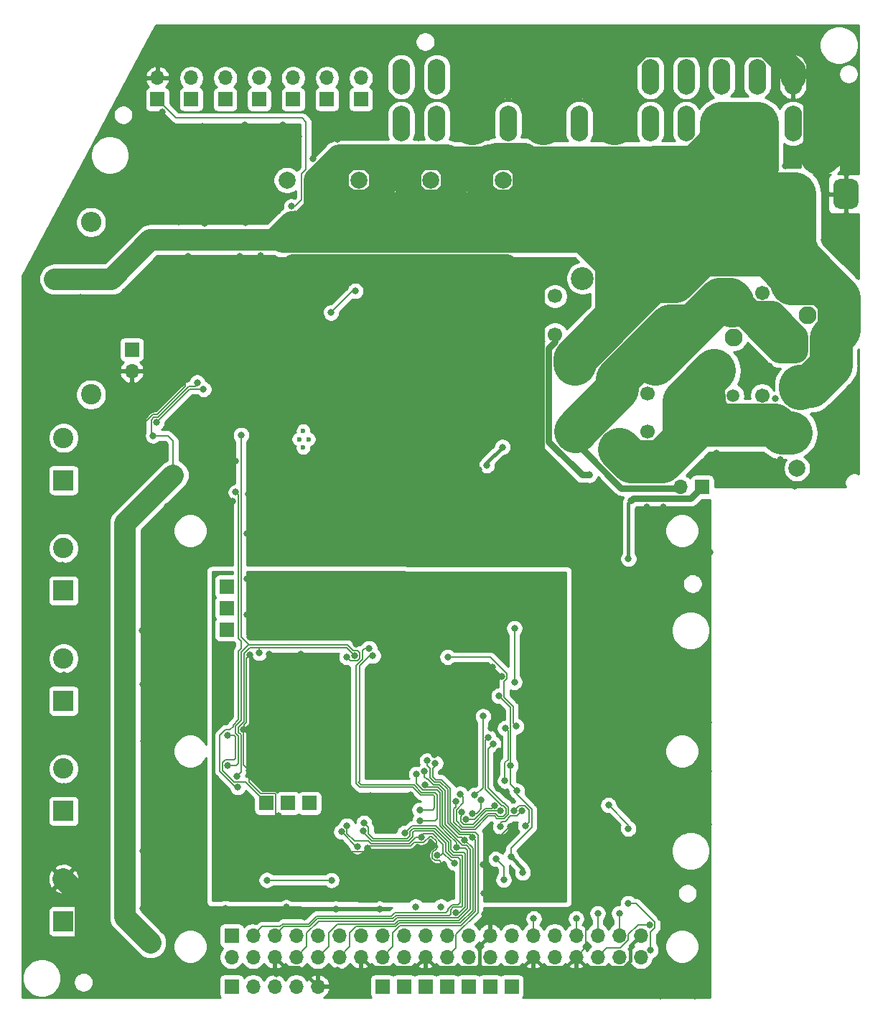
<source format=gbl>
G04 #@! TF.GenerationSoftware,KiCad,Pcbnew,(5.1.6-0-10_14)*
G04 #@! TF.CreationDate,2021-12-06T16:22:22+09:00*
G04 #@! TF.ProjectId,qPCR-main,71504352-2d6d-4616-996e-2e6b69636164,rev?*
G04 #@! TF.SameCoordinates,Original*
G04 #@! TF.FileFunction,Copper,L2,Bot*
G04 #@! TF.FilePolarity,Positive*
%FSLAX46Y46*%
G04 Gerber Fmt 4.6, Leading zero omitted, Abs format (unit mm)*
G04 Created by KiCad (PCBNEW (5.1.6-0-10_14)) date 2021-12-06 16:22:22*
%MOMM*%
%LPD*%
G01*
G04 APERTURE LIST*
G04 #@! TA.AperFunction,ComponentPad*
%ADD10O,1.700000X1.700000*%
G04 #@! TD*
G04 #@! TA.AperFunction,ComponentPad*
%ADD11R,1.700000X1.700000*%
G04 #@! TD*
G04 #@! TA.AperFunction,ComponentPad*
%ADD12C,2.400000*%
G04 #@! TD*
G04 #@! TA.AperFunction,ComponentPad*
%ADD13O,2.400000X2.400000*%
G04 #@! TD*
G04 #@! TA.AperFunction,ComponentPad*
%ADD14C,2.108200*%
G04 #@! TD*
G04 #@! TA.AperFunction,ComponentPad*
%ADD15C,1.498600*%
G04 #@! TD*
G04 #@! TA.AperFunction,ComponentPad*
%ADD16C,1.701800*%
G04 #@! TD*
G04 #@! TA.AperFunction,ComponentPad*
%ADD17C,2.006600*%
G04 #@! TD*
G04 #@! TA.AperFunction,ComponentPad*
%ADD18C,0.600000*%
G04 #@! TD*
G04 #@! TA.AperFunction,ComponentPad*
%ADD19R,2.400000X2.400000*%
G04 #@! TD*
G04 #@! TA.AperFunction,ComponentPad*
%ADD20C,2.000000*%
G04 #@! TD*
G04 #@! TA.AperFunction,ComponentPad*
%ADD21R,3.500000X3.500000*%
G04 #@! TD*
G04 #@! TA.AperFunction,ComponentPad*
%ADD22C,1.700000*%
G04 #@! TD*
G04 #@! TA.AperFunction,ComponentPad*
%ADD23C,2.700000*%
G04 #@! TD*
G04 #@! TA.AperFunction,ComponentPad*
%ADD24O,2.100000X4.200000*%
G04 #@! TD*
G04 #@! TA.AperFunction,ViaPad*
%ADD25C,0.800000*%
G04 #@! TD*
G04 #@! TA.AperFunction,Conductor*
%ADD26C,0.152400*%
G04 #@! TD*
G04 #@! TA.AperFunction,Conductor*
%ADD27C,5.080000*%
G04 #@! TD*
G04 #@! TA.AperFunction,Conductor*
%ADD28C,2.540000*%
G04 #@! TD*
G04 #@! TA.AperFunction,Conductor*
%ADD29C,0.762000*%
G04 #@! TD*
G04 #@! TA.AperFunction,Conductor*
%ADD30C,3.048000*%
G04 #@! TD*
G04 #@! TA.AperFunction,Conductor*
%ADD31C,0.381000*%
G04 #@! TD*
G04 #@! TA.AperFunction,Conductor*
%ADD32C,10.160000*%
G04 #@! TD*
G04 #@! TA.AperFunction,Conductor*
%ADD33C,7.112000*%
G04 #@! TD*
G04 #@! TA.AperFunction,Conductor*
%ADD34C,0.254000*%
G04 #@! TD*
G04 APERTURE END LIST*
D10*
X158360000Y-89100000D03*
D11*
X160900000Y-89100000D03*
D12*
X88800000Y-78200000D03*
D13*
X88800000Y-57880000D03*
D14*
X173290000Y-68850000D03*
D15*
X171340000Y-66200000D03*
D16*
X167940000Y-66200000D03*
D17*
X163990000Y-67000000D03*
D14*
X164590000Y-71500000D03*
X162590000Y-75650000D03*
D15*
X164540000Y-78300000D03*
D16*
X167940000Y-78300000D03*
D17*
X172490000Y-77500000D03*
D14*
X171890000Y-73000000D03*
D18*
X113830000Y-82469999D03*
X114430000Y-83470000D03*
X113830000Y-84470001D03*
X113330001Y-83470000D03*
D11*
X105370000Y-148000000D03*
D10*
X107910000Y-148000000D03*
X110450000Y-148000000D03*
X112990000Y-148000000D03*
X115530000Y-148000000D03*
D11*
X109476000Y-126380000D03*
X93600000Y-72900000D03*
D10*
X93600000Y-75440000D03*
X96625490Y-40870000D03*
D11*
X96625490Y-43410000D03*
X112625490Y-43410000D03*
D10*
X112625490Y-40870000D03*
D11*
X108625490Y-43410000D03*
D10*
X108625490Y-40870000D03*
X104625490Y-40870000D03*
D11*
X104625490Y-43410000D03*
D10*
X100625490Y-40870000D03*
D11*
X100625490Y-43410000D03*
D19*
X85546000Y-88320000D03*
D12*
X85546000Y-83320000D03*
X85546000Y-96320000D03*
D19*
X85546000Y-101320000D03*
X85546000Y-114320000D03*
D12*
X85546000Y-109320000D03*
D19*
X85546000Y-127320000D03*
D12*
X85546000Y-122320000D03*
X85546000Y-135320000D03*
D19*
X85546000Y-140320000D03*
D20*
X120400000Y-52930000D03*
X123900000Y-52930000D03*
X140900000Y-52930000D03*
X137400000Y-52930000D03*
X128900000Y-52930000D03*
X132400000Y-52930000D03*
G04 #@! TA.AperFunction,ComponentPad*
G36*
G01*
X176579000Y-48976200D02*
X176579000Y-50726200D01*
G75*
G02*
X175704000Y-51601200I-875000J0D01*
G01*
X173954000Y-51601200D01*
G75*
G02*
X173079000Y-50726200I0J875000D01*
G01*
X173079000Y-48976200D01*
G75*
G02*
X173954000Y-48101200I875000J0D01*
G01*
X175704000Y-48101200D01*
G75*
G02*
X176579000Y-48976200I0J-875000D01*
G01*
G37*
G04 #@! TD.AperFunction*
G04 #@! TA.AperFunction,ComponentPad*
G36*
G01*
X179329000Y-53551200D02*
X179329000Y-55551200D01*
G75*
G02*
X178579000Y-56301200I-750000J0D01*
G01*
X177079000Y-56301200D01*
G75*
G02*
X176329000Y-55551200I0J750000D01*
G01*
X176329000Y-53551200D01*
G75*
G02*
X177079000Y-52801200I750000J0D01*
G01*
X178579000Y-52801200D01*
G75*
G02*
X179329000Y-53551200I0J-750000D01*
G01*
G37*
G04 #@! TD.AperFunction*
D21*
X171829000Y-54551200D03*
D11*
X123150000Y-148000000D03*
X125690000Y-148000000D03*
X128230000Y-148000000D03*
X130770000Y-148000000D03*
X133310000Y-148000000D03*
X135850000Y-148000000D03*
X138390000Y-148000000D03*
X120625490Y-43410000D03*
D10*
X120625490Y-40870000D03*
D11*
X116625490Y-43410000D03*
D10*
X116625490Y-40870000D03*
D11*
X104810000Y-105910000D03*
X104810000Y-103370000D03*
X104810000Y-100830000D03*
X112016000Y-126380000D03*
X114556000Y-126380000D03*
D20*
X172050000Y-86890000D03*
X172050000Y-83390000D03*
X155360000Y-74610000D03*
D22*
X154410000Y-78110000D03*
X154410000Y-82610000D03*
D23*
X151160000Y-84710000D03*
D20*
X145860000Y-74610000D03*
D22*
X143510000Y-71110000D03*
X143510000Y-66610000D03*
D23*
X146760000Y-64510000D03*
D24*
X171580000Y-40746400D03*
X167380000Y-40746400D03*
X171580000Y-46246400D03*
X163180000Y-40746400D03*
X158980000Y-40746400D03*
X154780000Y-40746400D03*
X150580000Y-40746400D03*
X146380000Y-40746400D03*
X142180000Y-40746400D03*
X137980000Y-40746400D03*
X133780000Y-40746400D03*
X129580000Y-40746400D03*
X125380000Y-40746400D03*
X167380000Y-46246400D03*
X163180000Y-46246400D03*
X158980000Y-46246400D03*
X154780000Y-46246400D03*
X150580000Y-46246400D03*
X146380000Y-46246400D03*
X142180000Y-46246400D03*
X137980000Y-46246400D03*
X133780000Y-46246400D03*
X129580000Y-46246400D03*
X125380000Y-46246400D03*
D20*
X115400000Y-52930000D03*
X111900000Y-52930000D03*
D10*
X153630000Y-144540000D03*
X153630000Y-142000000D03*
X135850000Y-144540000D03*
X135850000Y-142000000D03*
X130770000Y-144540000D03*
X130770000Y-142000000D03*
X140930000Y-144540000D03*
X140930000Y-142000000D03*
X112990000Y-144540000D03*
X112990000Y-142000000D03*
X143470000Y-144540000D03*
X143470000Y-142000000D03*
X125690000Y-144540000D03*
X125690000Y-142000000D03*
X148550000Y-144540000D03*
X148550000Y-142000000D03*
X146010000Y-144540000D03*
X146010000Y-142000000D03*
X151090000Y-144540000D03*
X151090000Y-142000000D03*
X128230000Y-144540000D03*
X128230000Y-142000000D03*
X115530000Y-144540000D03*
X115530000Y-142000000D03*
X120610000Y-144540000D03*
X120610000Y-142000000D03*
X138390000Y-144540000D03*
X138390000Y-142000000D03*
X118070000Y-144540000D03*
X118070000Y-142000000D03*
X133310000Y-144540000D03*
X133310000Y-142000000D03*
D11*
X105370000Y-142000000D03*
D10*
X105370000Y-144540000D03*
X110450000Y-142000000D03*
X107910000Y-144540000D03*
X123150000Y-144540000D03*
X123150000Y-142000000D03*
X107910000Y-142000000D03*
X110450000Y-144540000D03*
D25*
X161400000Y-147240000D03*
X158510000Y-147330000D03*
X88160000Y-99410000D03*
X88420000Y-112320000D03*
X90580000Y-110750000D03*
X85560000Y-111240000D03*
X81250000Y-113550000D03*
X84460000Y-116670000D03*
X81160000Y-119760000D03*
X81200000Y-126280000D03*
X83950000Y-129310000D03*
X81240000Y-131620000D03*
X82820000Y-140660000D03*
X81070000Y-144730000D03*
X88290000Y-142520000D03*
X85360000Y-144680000D03*
X85480000Y-148990000D03*
X85640000Y-124380000D03*
X89370000Y-125350000D03*
X88560000Y-119610000D03*
X90170000Y-132610000D03*
X86880000Y-132580000D03*
X90650000Y-136620000D03*
X88380000Y-138440000D03*
X85510000Y-137370000D03*
X81370000Y-106590000D03*
X83970000Y-103680000D03*
X81430000Y-100870000D03*
X89840000Y-97730000D03*
X85390000Y-98320000D03*
X81540000Y-93490000D03*
X87950000Y-86310000D03*
X95030000Y-87110000D03*
X83540000Y-90790000D03*
X88620000Y-90530000D03*
X81270000Y-87920000D03*
X92040000Y-80530000D03*
X84830000Y-81200000D03*
X91270000Y-84830000D03*
X84390000Y-84960000D03*
X138735000Y-112115000D03*
X138270000Y-121950000D03*
X136903532Y-113740000D03*
X109530000Y-135450000D03*
X117152402Y-135470000D03*
X118961652Y-129035992D03*
X102550000Y-81160000D03*
X90370000Y-144070000D03*
X130163991Y-62906009D03*
X124997800Y-62912200D03*
X119846009Y-62906009D03*
X114636009Y-62906009D03*
X135650000Y-67360000D03*
X133860000Y-67390000D03*
X132080000Y-67400000D03*
X130290000Y-67410000D03*
X128520000Y-67410000D03*
X143920000Y-87590000D03*
X143920000Y-91200000D03*
X139044551Y-124942201D03*
X139699310Y-134569310D03*
X138310000Y-132710000D03*
X127743245Y-130374999D03*
X129660000Y-132530000D03*
X131677730Y-133435497D03*
X99900000Y-76477598D03*
X138735000Y-105755000D03*
X146760000Y-133370000D03*
X105150000Y-62640000D03*
X122020000Y-66090000D03*
X88260000Y-80530000D03*
X88980000Y-84580000D03*
X93870000Y-84680000D03*
X81170000Y-78850000D03*
X81170000Y-71760000D03*
X81130000Y-64060000D03*
X87290000Y-62370000D03*
X87550000Y-66730000D03*
X84960000Y-67860000D03*
X87550000Y-72030000D03*
X92780000Y-66090000D03*
X94580000Y-68420000D03*
X83650000Y-59510000D03*
X85980000Y-56440000D03*
X88420000Y-51540000D03*
X91060000Y-56110000D03*
X99130000Y-57840000D03*
X93850000Y-58090000D03*
X95680000Y-53570000D03*
X93900000Y-47630000D03*
X106900000Y-46460000D03*
X106800000Y-51540000D03*
X107000000Y-57970000D03*
X104990000Y-57530000D03*
X106860000Y-54790000D03*
X105070000Y-53210000D03*
X105190000Y-48650000D03*
X101930000Y-46550000D03*
X101850000Y-51140000D03*
X101870000Y-55700000D03*
X102190000Y-58050000D03*
X98280000Y-49300000D03*
X97200000Y-44930000D03*
X98460000Y-43270000D03*
X93600000Y-41570000D03*
X96610000Y-35220000D03*
X99690000Y-37200000D03*
X98630000Y-39090000D03*
X109700000Y-38780000D03*
X104600000Y-35590000D03*
X102590000Y-43320000D03*
X106540000Y-43300000D03*
X110750000Y-43320000D03*
X114810000Y-43320000D03*
X118820000Y-43250000D03*
X113840000Y-35360000D03*
X118360000Y-38950000D03*
X121800000Y-35420000D03*
X123290000Y-40190000D03*
X123070000Y-45180000D03*
X115290000Y-46360000D03*
X111430000Y-46450000D03*
X113230000Y-51380000D03*
X111100000Y-51110000D03*
X113260000Y-47770000D03*
X111040000Y-54900000D03*
X114970000Y-50360000D03*
X121790000Y-47740000D03*
X117860000Y-48140000D03*
X119210000Y-45980000D03*
X127400000Y-47910000D03*
X127570000Y-43790000D03*
X130580000Y-43460000D03*
X127690000Y-39600000D03*
X127030000Y-35150000D03*
X131310000Y-38520000D03*
X133650000Y-35110000D03*
X136920000Y-37340000D03*
X140740000Y-35190000D03*
X144250000Y-37530000D03*
X149760000Y-37510000D03*
X146850000Y-35160000D03*
X151660000Y-35020000D03*
X155830000Y-37860000D03*
X159710000Y-35100000D03*
X162310000Y-37780000D03*
X166740000Y-35320000D03*
X135840000Y-43480000D03*
X139910000Y-43340000D03*
X144310000Y-43390000D03*
X148520000Y-43480000D03*
X140240000Y-38450000D03*
X152770000Y-43530000D03*
X156980000Y-43480000D03*
X161100000Y-43580000D03*
X165310000Y-42370000D03*
X169760000Y-43580000D03*
X174590000Y-43580000D03*
X169320000Y-38450000D03*
X174210000Y-35060000D03*
X175700000Y-40100000D03*
X177170000Y-45430000D03*
X178340000Y-50420000D03*
X175230000Y-53860000D03*
X179000000Y-57740000D03*
X175260000Y-59980000D03*
X170670000Y-51270000D03*
X172150000Y-49270000D03*
X173970000Y-47080000D03*
X175750000Y-57340000D03*
X178920000Y-63540000D03*
X177270000Y-61460000D03*
X168790000Y-74880000D03*
X169470000Y-78660000D03*
X166240000Y-78140000D03*
X168080000Y-76460000D03*
X170120000Y-85890000D03*
X171820000Y-88990000D03*
X166500000Y-88500000D03*
X167020000Y-85400000D03*
X162600000Y-85120000D03*
X162570000Y-88030000D03*
X161530000Y-91480000D03*
X161830000Y-96780000D03*
X156300000Y-91480000D03*
X151210000Y-90550000D03*
X148630000Y-90400000D03*
X150480000Y-92690000D03*
X141920000Y-90640000D03*
X155100000Y-94550000D03*
X154310000Y-91500000D03*
X156090000Y-97400000D03*
X161370000Y-100890000D03*
X156040000Y-101310000D03*
X161310000Y-104070000D03*
X156260000Y-105350000D03*
X158670000Y-99570000D03*
X158670000Y-103300000D03*
X156090000Y-110190000D03*
X161190000Y-108390000D03*
X161310000Y-113760000D03*
X156130000Y-117370000D03*
X161600000Y-116860000D03*
X161670000Y-122640000D03*
X156230000Y-123380000D03*
X156060000Y-128930000D03*
X161620000Y-128930000D03*
X158900000Y-126330000D03*
X157910000Y-113680000D03*
X158530000Y-108440000D03*
X158870000Y-129610000D03*
X161420000Y-134120000D03*
X156380000Y-134240000D03*
X155990000Y-139920000D03*
X161570000Y-140600000D03*
X157580000Y-137470000D03*
X160060000Y-149100000D03*
X155940000Y-149150000D03*
X155700000Y-146030000D03*
X153870000Y-146940000D03*
X140330000Y-147190000D03*
X143730000Y-148110000D03*
X146600000Y-146740000D03*
X150060000Y-148230000D03*
X121130000Y-146530000D03*
X118330000Y-148340000D03*
X121220000Y-148260000D03*
X117820000Y-146060000D03*
X115400000Y-146330000D03*
X113740000Y-146440000D03*
X110660000Y-146460000D03*
X103350000Y-140820000D03*
X103280000Y-145980000D03*
X97680000Y-145880000D03*
X97600000Y-140560000D03*
X90130000Y-146390000D03*
X93420000Y-146000000D03*
X94870000Y-138820000D03*
X96600000Y-135590000D03*
X94870000Y-132060000D03*
X96540000Y-121980000D03*
X94990000Y-119030000D03*
X94880000Y-112350000D03*
X94820000Y-106070000D03*
X97070000Y-109530000D03*
X97960000Y-104130000D03*
X98210000Y-116720000D03*
X98420000Y-112930000D03*
X101990000Y-116780000D03*
X101900000Y-110990000D03*
X101930000Y-106160000D03*
X99820000Y-107540000D03*
X100470000Y-114360000D03*
X101930000Y-101680000D03*
X102080000Y-98060000D03*
X96950000Y-95940000D03*
X98360000Y-100270000D03*
X95050000Y-94220000D03*
X97770000Y-91390000D03*
X103050000Y-91270000D03*
X101440000Y-87460000D03*
X103790000Y-82750000D03*
X103720000Y-86110000D03*
X105870000Y-86020000D03*
X106280000Y-81000000D03*
X106270000Y-76450000D03*
X105030000Y-74040000D03*
X105070000Y-72410000D03*
X101490000Y-72410000D03*
X101340000Y-74810000D03*
X99750000Y-69240000D03*
X98560000Y-66830000D03*
X98990000Y-63660000D03*
X100260000Y-61940000D03*
X104520000Y-65670000D03*
X103810000Y-68820000D03*
X102060000Y-65890000D03*
X101320000Y-67770000D03*
X106330000Y-68520000D03*
X111070000Y-67580000D03*
X108420000Y-66400000D03*
X106350000Y-61900000D03*
X108800000Y-61870000D03*
X107810000Y-64020000D03*
X107270000Y-69910000D03*
X111050000Y-68940000D03*
X115960000Y-69060000D03*
X107190000Y-74190000D03*
X103010000Y-73610000D03*
X108800000Y-80380000D03*
X111180000Y-80260000D03*
X109840000Y-78380000D03*
X108800000Y-76110000D03*
X109590000Y-71800000D03*
X113300000Y-71820000D03*
X111640000Y-74580000D03*
X113060000Y-77010000D03*
X115410000Y-81230000D03*
X117520000Y-77720000D03*
X115920000Y-74760000D03*
X117790000Y-71420000D03*
X121600000Y-73290000D03*
X123300000Y-69080000D03*
X126680000Y-69150000D03*
X126610000Y-72320000D03*
X125440000Y-70750000D03*
X128210000Y-73790000D03*
X132960000Y-74360000D03*
X133120000Y-78700000D03*
X130650000Y-76200000D03*
X119560000Y-74930000D03*
X121900000Y-77600000D03*
X123940000Y-75660000D03*
X126270000Y-77730000D03*
X129340000Y-69370000D03*
X131260000Y-69330000D03*
X132990000Y-69310000D03*
X134710000Y-69380000D03*
X134690000Y-65280000D03*
X132980000Y-65320000D03*
X131190000Y-65440000D03*
X129430000Y-65660000D03*
X127680000Y-65690000D03*
X129420000Y-81340000D03*
X124580000Y-80990000D03*
X119910000Y-80950000D03*
X117940000Y-83520000D03*
X132770000Y-84410000D03*
X127200000Y-83290000D03*
X129560000Y-86280000D03*
X124900000Y-86260000D03*
X122230000Y-83930000D03*
X118130000Y-87040000D03*
X109010000Y-86860000D03*
X113210000Y-87140000D03*
X107400000Y-89960000D03*
X111160000Y-89080000D03*
X115840000Y-89220000D03*
X113670000Y-91520000D03*
X107220000Y-94620000D03*
X105500000Y-90770000D03*
X104570000Y-94670000D03*
X109130000Y-97270000D03*
X115010000Y-97290000D03*
X120640000Y-97370000D03*
X126390000Y-97430000D03*
X132420000Y-97440000D03*
X134760000Y-95180000D03*
X134830000Y-90830000D03*
X134570000Y-87090000D03*
X132070000Y-88440000D03*
X127290000Y-88960000D03*
X122020000Y-88770000D03*
X111650000Y-94190000D03*
X118000000Y-92910000D03*
X123910000Y-92910000D03*
X130110000Y-92940000D03*
X136230000Y-96250000D03*
X146660000Y-99700000D03*
X149790000Y-99740000D03*
X148020000Y-103000000D03*
X146660000Y-106540000D03*
X149750000Y-106420000D03*
X148260000Y-110850000D03*
X146830000Y-114690000D03*
X149600000Y-114730000D03*
X148460000Y-118650000D03*
X146790000Y-122160000D03*
X149600000Y-122160000D03*
X148170000Y-125300000D03*
X147240000Y-130100000D03*
X151150000Y-130100000D03*
X149410000Y-133130000D03*
X151590000Y-136970000D03*
X147950000Y-138030000D03*
X146320000Y-135370000D03*
X146180000Y-138090000D03*
X143560000Y-139200000D03*
X135190000Y-139510000D03*
X139210000Y-139540000D03*
X98370000Y-124130000D03*
X101000000Y-124040000D03*
X100240000Y-126780000D03*
X97950000Y-129490000D03*
X101960000Y-129650000D03*
X99750000Y-132670000D03*
X101990000Y-135630000D03*
X99660000Y-138130000D03*
X104650000Y-138800000D03*
X108130000Y-140320000D03*
X111820000Y-138660000D03*
X113950000Y-139850000D03*
X117650000Y-138850000D03*
X122840000Y-138850000D03*
X127070000Y-138600000D03*
X130060000Y-138590000D03*
X109670000Y-84290000D03*
X107471400Y-122510000D03*
X106790000Y-117720000D03*
X109970000Y-132300000D03*
X114170000Y-134340000D03*
X118327309Y-132109866D03*
X121448600Y-131690000D03*
X137309129Y-84400000D03*
X135471400Y-86550416D03*
X142870000Y-133380000D03*
X130140000Y-134110000D03*
X107540741Y-108878235D03*
X143510000Y-136770000D03*
X141160000Y-136870000D03*
X135140000Y-137020000D03*
X131320000Y-136590000D03*
X129740000Y-136620000D03*
X126020000Y-137110000D03*
X122920000Y-136750000D03*
X120040000Y-136580000D03*
X112040000Y-134220000D03*
X109600000Y-133810000D03*
X107970000Y-134110000D03*
X104750000Y-136750000D03*
X106010000Y-134400000D03*
X104530000Y-134420000D03*
X104250000Y-129780000D03*
X106030000Y-128200000D03*
X104470000Y-126440000D03*
X106670000Y-126190000D03*
X109230000Y-124670000D03*
X104290000Y-116130000D03*
X104350000Y-113240000D03*
X104280000Y-109660000D03*
X107190000Y-99890000D03*
X107190000Y-104130000D03*
X107500000Y-106830000D03*
X108880000Y-105440000D03*
X109600000Y-102320000D03*
X114820000Y-102310000D03*
X119620000Y-102260000D03*
X123630000Y-102310000D03*
X112230000Y-100330000D03*
X117300000Y-100310000D03*
X121720000Y-100480000D03*
X127820000Y-102300000D03*
X125910000Y-100360000D03*
X130470000Y-101060000D03*
X132570000Y-102540000D03*
X135630000Y-100610000D03*
X138300000Y-102500000D03*
X143140000Y-100560000D03*
X143070000Y-103950000D03*
X139990000Y-104480000D03*
X141980000Y-107280000D03*
X143690000Y-110160000D03*
X142860000Y-112670000D03*
X141890000Y-115080000D03*
X141820000Y-119600000D03*
X143790000Y-117150000D03*
X143500000Y-122660000D03*
X141520000Y-126260000D03*
X143610000Y-126260000D03*
X136850000Y-124620000D03*
X136890000Y-120270000D03*
X137350000Y-116100000D03*
X135940000Y-117570000D03*
X136130000Y-110340000D03*
X137230000Y-111420000D03*
X135160000Y-113060000D03*
X125620000Y-110920000D03*
X124340000Y-115070000D03*
X123410000Y-118540000D03*
X122960000Y-120970000D03*
X129300000Y-120660000D03*
X128540000Y-117440000D03*
X127920000Y-114980000D03*
X127290000Y-112930000D03*
X124990000Y-112880000D03*
X126180000Y-117040000D03*
X125710000Y-120840000D03*
X127270000Y-119500000D03*
X132480000Y-115270000D03*
X133640000Y-119140000D03*
X132540000Y-121020000D03*
X129260000Y-109510000D03*
X128790000Y-105730000D03*
X130270000Y-107640000D03*
X124820000Y-106300000D03*
X118580000Y-106190000D03*
X120060000Y-107630000D03*
X114890000Y-106470000D03*
X113510000Y-106560000D03*
X109990000Y-106780000D03*
X109790000Y-108810000D03*
X113520000Y-108810000D03*
X115000000Y-110880000D03*
X112930000Y-112820000D03*
X112170000Y-116220000D03*
X111100000Y-119710000D03*
X111220000Y-121570000D03*
X116820000Y-121590000D03*
X116750000Y-118410000D03*
X116030000Y-115010000D03*
X114050000Y-117890000D03*
X114200000Y-120400000D03*
X111080000Y-123510000D03*
X113340000Y-124850000D03*
X115060000Y-123710000D03*
X116810000Y-123950000D03*
X110900000Y-127880000D03*
X112240000Y-130310000D03*
X115730000Y-133640000D03*
X118410000Y-134250000D03*
X119870000Y-133190000D03*
X121530000Y-133810000D03*
X121780000Y-135350000D03*
X123140000Y-134030000D03*
X124950000Y-132640000D03*
X126570000Y-133910000D03*
X126480000Y-125450000D03*
X125350000Y-128020000D03*
X119820000Y-128020000D03*
X116780000Y-127440000D03*
X118370000Y-125920000D03*
X121710000Y-125470000D03*
X123550000Y-126820000D03*
X136920000Y-130400000D03*
X137130000Y-131920000D03*
X138250000Y-129160000D03*
X135070000Y-133610000D03*
X138670000Y-113670000D03*
X143680000Y-130110000D03*
X141360000Y-130440000D03*
X141030000Y-132540000D03*
X118952169Y-109152838D03*
X138958146Y-117315000D03*
X130862838Y-109152838D03*
X104930000Y-121930000D03*
X118327310Y-129746400D03*
X120191400Y-131481266D03*
X137641400Y-117550000D03*
X137620000Y-123760000D03*
X133780000Y-127580000D03*
X134821781Y-125994718D03*
X117091685Y-68548315D03*
X106500000Y-82990000D03*
X119972680Y-65987320D03*
X119890484Y-108989636D03*
X105970000Y-123250000D03*
X108643976Y-108663976D03*
X104940000Y-118350000D03*
X106110000Y-124507201D03*
X105871400Y-89720000D03*
X95821241Y-142842401D03*
X101320000Y-76777598D03*
X152161001Y-138198999D03*
X154784528Y-143713575D03*
X98500000Y-87700000D03*
X149819130Y-126611398D03*
X152161665Y-129381665D03*
X96121623Y-83046779D03*
X96520000Y-81500000D03*
X102060000Y-77580000D03*
X163452410Y-57802410D03*
X137617749Y-60217749D03*
X134707251Y-60182749D03*
X134802401Y-57927599D03*
X137893599Y-55606401D03*
X140700646Y-55500646D03*
X138472401Y-57927599D03*
X112847629Y-56885958D03*
X152510000Y-90680000D03*
X152181400Y-97566089D03*
X95800000Y-60000000D03*
X84538201Y-64611799D03*
X105214559Y-59959599D03*
X127610000Y-128440000D03*
X122040000Y-108993198D03*
X125782402Y-129920000D03*
X131831730Y-139268701D03*
X129394817Y-121681401D03*
X141010000Y-139987989D03*
X128226338Y-124195802D03*
X151090000Y-139378369D03*
X112414705Y-56021968D03*
X148560000Y-139378369D03*
X146020000Y-139987989D03*
X127569674Y-127182799D03*
X121606012Y-108134985D03*
X127187597Y-122938601D03*
X131875807Y-131568677D03*
X128140000Y-122633791D03*
X132862875Y-130736439D03*
X135656911Y-118620000D03*
X132311400Y-125305853D03*
X120982506Y-128721178D03*
X128442417Y-121376591D03*
X133811400Y-130431629D03*
X136212155Y-119393805D03*
X131790000Y-126205668D03*
X120900000Y-129670000D03*
X135028311Y-116141104D03*
X134070000Y-125410000D03*
X137089927Y-129183222D03*
X139620530Y-127309999D03*
X132518799Y-127462869D03*
X137104287Y-127287152D03*
X133040000Y-128260000D03*
X136380034Y-126668665D03*
X138668127Y-127278282D03*
X140059681Y-129034132D03*
X137470000Y-135430000D03*
X136580000Y-132970000D03*
X146570000Y-81900256D03*
X147560000Y-87696000D03*
X154671400Y-140740000D03*
D26*
X138270000Y-115106468D02*
X136903532Y-113740000D01*
X138270000Y-121950000D02*
X138270000Y-115106468D01*
X138270000Y-124165008D02*
X138270000Y-121950000D01*
X117132402Y-135450000D02*
X117152402Y-135470000D01*
X109530000Y-135450000D02*
X117132402Y-135450000D01*
D27*
X133780000Y-40746400D02*
X133780000Y-46246400D01*
X133780000Y-40746400D02*
X137980000Y-40746400D01*
X137980000Y-40746400D02*
X142180000Y-40746400D01*
X142180000Y-40746400D02*
X146380000Y-40746400D01*
X150580000Y-40746400D02*
X146380000Y-40746400D01*
X150580000Y-46246400D02*
X150580000Y-40746400D01*
X142180000Y-46246400D02*
X142180000Y-40746400D01*
D28*
X88168401Y-137942401D02*
X85546000Y-135320000D01*
X88168401Y-141868401D02*
X88168401Y-137942401D01*
X90370000Y-144070000D02*
X88168401Y-141868401D01*
X116367041Y-62906009D02*
X119846009Y-62906009D01*
X114636009Y-62906009D02*
X116367041Y-62906009D01*
X112633991Y-62906009D02*
X114636009Y-62906009D01*
D27*
X175322410Y-43646244D02*
X175322410Y-49357790D01*
X175322410Y-49357790D02*
X174829000Y-49851200D01*
D26*
X135650000Y-63190000D02*
X135366009Y-62906009D01*
X135650000Y-67360000D02*
X135650000Y-63190000D01*
X133860000Y-67390000D02*
X133860000Y-63172018D01*
D28*
X133593991Y-62906009D02*
X135366009Y-62906009D01*
D26*
X133860000Y-63172018D02*
X133593991Y-62906009D01*
X132080000Y-63100000D02*
X131886009Y-62906009D01*
X132080000Y-67400000D02*
X132080000Y-63100000D01*
D28*
X131886009Y-62906009D02*
X133593991Y-62906009D01*
X130163991Y-62906009D02*
X131886009Y-62906009D01*
D26*
X130290000Y-63032018D02*
X130163991Y-62906009D01*
X130290000Y-67410000D02*
X130290000Y-63032018D01*
X128520000Y-67410000D02*
X128520000Y-63040000D01*
X128520000Y-63040000D02*
X128386009Y-62906009D01*
D28*
X128386009Y-62906009D02*
X130163991Y-62906009D01*
D26*
X122520000Y-63010000D02*
X122416009Y-62906009D01*
D28*
X122416009Y-62906009D02*
X128386009Y-62906009D01*
X119846009Y-62906009D02*
X122416009Y-62906009D01*
X135366009Y-62906009D02*
X137873991Y-62906009D01*
D29*
X143920000Y-91200000D02*
X143920000Y-87590000D01*
D30*
X171580000Y-40040675D02*
X171580000Y-40746400D01*
X153650685Y-36969990D02*
X168509315Y-36969990D01*
X168509315Y-36969990D02*
X171580000Y-40040675D01*
X150580000Y-40040675D02*
X153650685Y-36969990D01*
X150580000Y-40746400D02*
X150580000Y-40040675D01*
D26*
X138270000Y-124167650D02*
X138270000Y-124165008D01*
X139044551Y-124942201D02*
X138270000Y-124167650D01*
D31*
X139699310Y-134099310D02*
X138310000Y-132710000D01*
X139699310Y-134569310D02*
X139699310Y-134099310D01*
D26*
X118961652Y-129949676D02*
X118961652Y-129035992D01*
X119851976Y-130840000D02*
X118961652Y-129949676D01*
X119851976Y-130840000D02*
X121478934Y-130840000D01*
X121478934Y-130840000D02*
X121797156Y-131158220D01*
X121797156Y-131158220D02*
X126336645Y-131158219D01*
X127119865Y-130374999D02*
X127743245Y-130374999D01*
X126336645Y-131158219D02*
X127119865Y-130374999D01*
X127743245Y-130374999D02*
X127743245Y-130146755D01*
X130332779Y-131224833D02*
X130332780Y-132249177D01*
X129102376Y-129994430D02*
X130332779Y-131224833D01*
X127743245Y-130146755D02*
X127895570Y-129994430D01*
X127895570Y-129994430D02*
X129102376Y-129994430D01*
D31*
X113262901Y-145732901D02*
X115530000Y-148000000D01*
X111642901Y-145732901D02*
X113262901Y-145732901D01*
X110450000Y-144540000D02*
X111642901Y-145732901D01*
X127037099Y-145732901D02*
X128230000Y-144540000D01*
X121802901Y-145732901D02*
X127037099Y-145732901D01*
X120610000Y-144540000D02*
X121802901Y-145732901D01*
X129422901Y-145732901D02*
X128230000Y-144540000D01*
X140930000Y-144540000D02*
X139737099Y-145732901D01*
X152437099Y-144958395D02*
X151662593Y-145732901D01*
X147202901Y-145732901D02*
X146010000Y-144540000D01*
X152437099Y-143192901D02*
X152437099Y-144958395D01*
X151662593Y-145732901D02*
X147202901Y-145732901D01*
X153630000Y-142000000D02*
X152437099Y-143192901D01*
X144817099Y-145732901D02*
X146010000Y-144540000D01*
X142122901Y-145732901D02*
X144817099Y-145732901D01*
X140930000Y-144540000D02*
X142122901Y-145732901D01*
X134657099Y-145632901D02*
X134557099Y-145732901D01*
X134657099Y-143192901D02*
X134657099Y-145632901D01*
X135850000Y-142000000D02*
X134657099Y-143192901D01*
X134557099Y-145732901D02*
X129422901Y-145732901D01*
X139737099Y-145732901D02*
X134557099Y-145732901D01*
D26*
X131353939Y-133111706D02*
X131677730Y-133435497D01*
X131195311Y-133111706D02*
X131353939Y-133111706D01*
X130332780Y-132249177D02*
X131195311Y-133111706D01*
X130051957Y-132530000D02*
X130332780Y-132249177D01*
X129660000Y-132530000D02*
X130051957Y-132530000D01*
X138310000Y-132710000D02*
X138310000Y-131714143D01*
X138310000Y-131714143D02*
X140764490Y-129259653D01*
X139044551Y-125373155D02*
X139044551Y-124942201D01*
X140764489Y-127093093D02*
X139044551Y-125373155D01*
X140764490Y-129259653D02*
X140764489Y-127093093D01*
X95030000Y-81628604D02*
X96092015Y-80566589D01*
X95030000Y-87110000D02*
X95030000Y-81628604D01*
X96092015Y-80566589D02*
X96591279Y-80566589D01*
X96591279Y-80566589D02*
X99578934Y-77578934D01*
X99900000Y-77257868D02*
X99900000Y-76477598D01*
X99578934Y-77578934D02*
X99900000Y-77257868D01*
X138735000Y-112115000D02*
X138735000Y-105755000D01*
X147159999Y-143390001D02*
X146010000Y-144540000D01*
X147159999Y-133769999D02*
X147159999Y-143390001D01*
X146760000Y-133370000D02*
X147159999Y-133769999D01*
D31*
X140906009Y-62906009D02*
X137873991Y-62906009D01*
X142062680Y-64062680D02*
X140906009Y-62906009D01*
X142062680Y-85732680D02*
X142062680Y-64062680D01*
X143920000Y-87590000D02*
X142062680Y-85732680D01*
X105416009Y-62906009D02*
X105150000Y-62640000D01*
X112633991Y-62906009D02*
X105416009Y-62906009D01*
D26*
X122020000Y-63302018D02*
X122416009Y-62906009D01*
X122020000Y-66090000D02*
X122020000Y-63302018D01*
X112930000Y-86860000D02*
X113210000Y-87140000D01*
X109010000Y-86860000D02*
X112930000Y-86860000D01*
X109670000Y-86200000D02*
X109010000Y-86860000D01*
X109670000Y-84290000D02*
X109670000Y-86200000D01*
X106790000Y-121828600D02*
X106790000Y-117720000D01*
X107471400Y-122510000D02*
X106790000Y-121828600D01*
X106890000Y-117131066D02*
X107124810Y-116896256D01*
X106890000Y-117620000D02*
X106890000Y-117131066D01*
X106790000Y-117720000D02*
X106890000Y-117620000D01*
X107124810Y-116896256D02*
X107124810Y-109625190D01*
X114170000Y-134340000D02*
X112130000Y-132300000D01*
X110578601Y-125347119D02*
X110578601Y-132248601D01*
X110461482Y-125230000D02*
X110578601Y-125347119D01*
X107471400Y-123920334D02*
X108781066Y-125230000D01*
X108781066Y-125230000D02*
X110461482Y-125230000D01*
X107471400Y-122510000D02*
X107471400Y-123920334D01*
X110578601Y-132248601D02*
X110630000Y-132300000D01*
X110630000Y-132300000D02*
X109970000Y-132300000D01*
X112130000Y-132300000D02*
X110630000Y-132300000D01*
X114170000Y-134340000D02*
X118070000Y-134340000D01*
X118327309Y-134082691D02*
X118327309Y-132109866D01*
X118070000Y-134340000D02*
X118327309Y-134082691D01*
X121028734Y-132109866D02*
X118327309Y-132109866D01*
X121448600Y-131690000D02*
X121028734Y-132109866D01*
X129031399Y-132831729D02*
X129031399Y-132228271D01*
X129358271Y-133158601D02*
X129031399Y-132831729D01*
X129031399Y-132228271D02*
X129499670Y-131760000D01*
X129857535Y-133158601D02*
X129358271Y-133158601D01*
X129499670Y-131760000D02*
X129499670Y-130822790D01*
X129499670Y-130822790D02*
X128976120Y-130299240D01*
X128749334Y-130299240D02*
X128044974Y-131003600D01*
X128044974Y-131003600D02*
X126922330Y-131003600D01*
X128976120Y-130299240D02*
X128749334Y-130299240D01*
X126922330Y-131003600D02*
X126462900Y-131463028D01*
X121675572Y-131463028D02*
X121448600Y-131690000D01*
X126462900Y-131463028D02*
X121675572Y-131463028D01*
X130140000Y-133441066D02*
X130140000Y-134110000D01*
X129857535Y-133158601D02*
X130140000Y-133441066D01*
D31*
X135471400Y-86237729D02*
X137309129Y-84400000D01*
X135471400Y-86550416D02*
X135471400Y-86237729D01*
D26*
X107124810Y-109294166D02*
X107540741Y-108878235D01*
X107124810Y-109625190D02*
X107124810Y-109294166D01*
X138160000Y-129160000D02*
X138250000Y-129160000D01*
X136920000Y-130400000D02*
X138160000Y-129160000D01*
X105856589Y-118147985D02*
X105856590Y-117302344D01*
X106180380Y-118471776D02*
X105856589Y-118147985D01*
X104930000Y-121930000D02*
X105940380Y-121930000D01*
X106180380Y-121690000D02*
X106180380Y-118471776D01*
X105856590Y-117302344D02*
X106515190Y-116643744D01*
X105940380Y-121930000D02*
X106180380Y-121690000D01*
X120062176Y-131481266D02*
X120191400Y-131481266D01*
X118327310Y-129746400D02*
X120062176Y-131481266D01*
X137641400Y-117550000D02*
X137965190Y-117873790D01*
X137965190Y-117873790D02*
X137965190Y-121284810D01*
X137620000Y-121630000D02*
X137620000Y-123760000D01*
X137965190Y-121284810D02*
X137620000Y-121630000D01*
X133780000Y-127580000D02*
X134279264Y-127580000D01*
X134279264Y-127580000D02*
X134509632Y-127349632D01*
X134821781Y-127037483D02*
X134821781Y-125994718D01*
X134509632Y-127349632D02*
X134821781Y-127037483D01*
X106515190Y-108583744D02*
X106515190Y-108824810D01*
X107364562Y-107734372D02*
X106515190Y-108583744D01*
X119417568Y-109618237D02*
X120192213Y-109618237D01*
X120192213Y-109618237D02*
X120519085Y-109291365D01*
X118952169Y-109152838D02*
X119417568Y-109618237D01*
X106515190Y-116643744D02*
X106515190Y-108824810D01*
X106500000Y-82990000D02*
X106500000Y-106828744D01*
X106500000Y-106828744D02*
X107405628Y-107734372D01*
X107405628Y-107734372D02*
X107364562Y-107734372D01*
X119642680Y-65987320D02*
X117091685Y-68538315D01*
X117091685Y-68538315D02*
X117091685Y-68548315D01*
X119972680Y-65987320D02*
X119642680Y-65987320D01*
X137858601Y-111138271D02*
X135873168Y-109152838D01*
X135873168Y-109152838D02*
X135647162Y-109152838D01*
X137858601Y-111721729D02*
X137858601Y-111138271D01*
X137532133Y-112048197D02*
X137858601Y-111721729D01*
X137532133Y-113937535D02*
X137532133Y-112048197D01*
X138958146Y-117315000D02*
X138574810Y-116931664D01*
X138574810Y-114980212D02*
X137532133Y-113937535D01*
X138574810Y-116931664D02*
X138574810Y-114980212D01*
X135647162Y-109152838D02*
X130862838Y-109152838D01*
X120519085Y-108687907D02*
X120192213Y-108361035D01*
X120519085Y-109291365D02*
X120519085Y-108687907D01*
X119692949Y-108361035D02*
X119066285Y-107734371D01*
X120192213Y-108361035D02*
X119692949Y-108361035D01*
X107405629Y-107734371D02*
X107405628Y-107734372D01*
X119066285Y-107734371D02*
X107405629Y-107734371D01*
X106161399Y-117428601D02*
X106161399Y-118021729D01*
X106820000Y-116770000D02*
X106161399Y-117428601D01*
X107490819Y-108039181D02*
X106820000Y-108710000D01*
X106820000Y-108710000D02*
X106820000Y-116770000D01*
X106161399Y-118021729D02*
X106485190Y-118345520D01*
X106485190Y-122734810D02*
X105970000Y-123250000D01*
X106485190Y-118345520D02*
X106485190Y-122734810D01*
X119890484Y-108989636D02*
X118940029Y-108039181D01*
X108639181Y-108039181D02*
X108639181Y-108659181D01*
X118940029Y-108039181D02*
X108639181Y-108039181D01*
X108639181Y-108659181D02*
X108643976Y-108663976D01*
X108639181Y-108039181D02*
X107490819Y-108039181D01*
X105875570Y-118598032D02*
X105627538Y-118350000D01*
X105875570Y-121104430D02*
X105875570Y-118598032D01*
X105680000Y-121300000D02*
X105875570Y-121104430D01*
X105627538Y-118350000D02*
X104940000Y-118350000D01*
X104629670Y-121300000D02*
X105680000Y-121300000D01*
X104301399Y-121628271D02*
X104629670Y-121300000D01*
X104301399Y-122511729D02*
X104301399Y-121628271D01*
X106998601Y-123878601D02*
X109500000Y-126380000D01*
X105668271Y-123878601D02*
X106998601Y-123878601D01*
X104301399Y-122511729D02*
X105668271Y-123878601D01*
X105865805Y-124507201D02*
X106110000Y-124507201D01*
X104638271Y-117721399D02*
X103996590Y-118363080D01*
X105871400Y-89721400D02*
X106195190Y-90045190D01*
X106210380Y-116517488D02*
X105551781Y-117176089D01*
X105551781Y-117368219D02*
X105198601Y-117721399D01*
X106500000Y-108167868D02*
X106210380Y-108457488D01*
X105198601Y-117721399D02*
X104638271Y-117721399D01*
X105551781Y-117176089D02*
X105551781Y-117368219D01*
X106500000Y-107259810D02*
X106500000Y-108167868D01*
X106210380Y-108457488D02*
X106210380Y-116517488D01*
X103996590Y-122637986D02*
X105865805Y-124507201D01*
X103996590Y-118363080D02*
X103996590Y-122637986D01*
X106195190Y-106955000D02*
X106500000Y-107259810D01*
X106195190Y-90045190D02*
X106195190Y-106955000D01*
X105871400Y-89720000D02*
X105871400Y-89721400D01*
X95891399Y-81198271D02*
X96218271Y-80871399D01*
X96717535Y-80871399D02*
X100313744Y-77275190D01*
X96218271Y-80871399D02*
X96717535Y-80871399D01*
X100313744Y-77275190D02*
X101060000Y-77275190D01*
X101320000Y-77015190D02*
X101320000Y-76777598D01*
X101060000Y-77275190D02*
X101320000Y-77015190D01*
X152161001Y-138198999D02*
X153060729Y-138198999D01*
X153060729Y-138198999D02*
X155300001Y-140438271D01*
X154784528Y-143713575D02*
X154784528Y-141595472D01*
X155300001Y-141079999D02*
X155300001Y-140438271D01*
X154784528Y-141595472D02*
X155300001Y-141079999D01*
D28*
X92820000Y-139841160D02*
X92820000Y-93380000D01*
X95821241Y-142842401D02*
X92820000Y-139841160D01*
X92820000Y-93380000D02*
X98500000Y-87700000D01*
D26*
X152161665Y-128953933D02*
X152161665Y-129381665D01*
X149819130Y-126611398D02*
X152161665Y-128953933D01*
X95891399Y-82816555D02*
X96121623Y-83046779D01*
X95891399Y-81198271D02*
X95891399Y-82816555D01*
X97846779Y-83046779D02*
X96121623Y-83046779D01*
X98500000Y-83700000D02*
X97846779Y-83046779D01*
X98500000Y-87700000D02*
X98500000Y-83700000D01*
X100440000Y-77580000D02*
X102060000Y-77580000D01*
X96520000Y-81500000D02*
X100440000Y-77580000D01*
D32*
X155482973Y-53995180D02*
X164846599Y-53995180D01*
D27*
X163180000Y-46246400D02*
X167380000Y-46246400D01*
D28*
X167380000Y-46246400D02*
X167036590Y-46589810D01*
D27*
X172001308Y-61767590D02*
X177036501Y-66802783D01*
X163180000Y-52328581D02*
X164846599Y-53995180D01*
X163180000Y-46246400D02*
X163180000Y-52328581D01*
X167380000Y-51461779D02*
X164846599Y-53995180D01*
X167380000Y-46246400D02*
X167380000Y-51461779D01*
X165402619Y-54551200D02*
X164846599Y-53995180D01*
X171829000Y-54551200D02*
X165402619Y-54551200D01*
X150802401Y-62569647D02*
X154330353Y-62569647D01*
X154330353Y-62569647D02*
X155132410Y-61767590D01*
X171829000Y-61595282D02*
X172001308Y-61767590D01*
X171829000Y-54551200D02*
X171829000Y-61595282D01*
X172001308Y-61767590D02*
X172001308Y-61149889D01*
X155482973Y-53995180D02*
X155482973Y-54412973D01*
X155482973Y-54412973D02*
X158872410Y-57802410D01*
X158872410Y-57802410D02*
X158872410Y-61767590D01*
X158702410Y-61767590D02*
X158872410Y-61767590D01*
X160302410Y-61767590D02*
X158872410Y-61767590D01*
X172001308Y-61767590D02*
X160302410Y-61767590D01*
X158872410Y-57802410D02*
X163452410Y-57802410D01*
X163580529Y-57674291D02*
X168525709Y-57674291D01*
X163452410Y-57802410D02*
X163580529Y-57674291D01*
X168525709Y-57674291D02*
X164846599Y-53995180D01*
X172001308Y-61149889D02*
X168525709Y-57674291D01*
X160802666Y-61767590D02*
X164722410Y-61767590D01*
X164722410Y-61767590D02*
X172001308Y-61767590D01*
X155132410Y-61767590D02*
X164722410Y-61767590D01*
X168751676Y-61767590D02*
X171483301Y-64499215D01*
X164722410Y-61767590D02*
X168751676Y-61767590D01*
X171483301Y-64499215D02*
X171483301Y-65111877D01*
X171491679Y-65103499D02*
X171483301Y-65111877D01*
X175337217Y-65103499D02*
X171491679Y-65103499D01*
X177036501Y-66802783D02*
X175337217Y-65103499D01*
X145860000Y-74017502D02*
X154979911Y-64897591D01*
X145860000Y-74610000D02*
X145860000Y-74017502D01*
X157672665Y-64897591D02*
X160802666Y-61767590D01*
X154979911Y-64897591D02*
X157672665Y-64897591D01*
X150802401Y-62569647D02*
X146160353Y-57927599D01*
X150802401Y-69060353D02*
X150802401Y-62569647D01*
X145860000Y-74002754D02*
X150802401Y-69060353D01*
X145860000Y-74610000D02*
X145860000Y-74002754D01*
D30*
X140433506Y-50462810D02*
X159669315Y-50462810D01*
X163180000Y-46952125D02*
X163180000Y-46246400D01*
X139993506Y-50022810D02*
X140433506Y-50462810D01*
X136147190Y-50462810D02*
X136587190Y-50022810D01*
X133400000Y-50462810D02*
X136147190Y-50462810D01*
X136587190Y-50022810D02*
X139993506Y-50022810D01*
X159669315Y-50462810D02*
X163180000Y-46952125D01*
X132400000Y-51462810D02*
X133400000Y-50462810D01*
X132400000Y-52930000D02*
X132400000Y-51462810D01*
X151150000Y-52930000D02*
X153849076Y-55629076D01*
X140900000Y-52930000D02*
X151150000Y-52930000D01*
D32*
X153849076Y-55629076D02*
X155482973Y-53995180D01*
X151550554Y-57927599D02*
X153849076Y-55629076D01*
D30*
X140224295Y-50253599D02*
X140433506Y-50462810D01*
X135735705Y-50253599D02*
X140224295Y-50253599D01*
X130813599Y-50253599D02*
X131022810Y-50462810D01*
X117723599Y-51645327D02*
X119115327Y-50253599D01*
X117723599Y-54214673D02*
X117723599Y-51645327D01*
X117367735Y-54570537D02*
X117723599Y-54214673D01*
X117040537Y-54570537D02*
X117367735Y-54570537D01*
X135526494Y-50462810D02*
X135735705Y-50253599D01*
X131022810Y-50462810D02*
X135526494Y-50462810D01*
X115400000Y-52930000D02*
X117040537Y-54570537D01*
X119115327Y-55606401D02*
X122786401Y-55606401D01*
X117723599Y-54214673D02*
X119115327Y-55606401D01*
X123076401Y-51003599D02*
X122326401Y-50253599D01*
X123076401Y-52896401D02*
X123076401Y-51003599D01*
X123110000Y-52930000D02*
X123076401Y-52896401D01*
X122326401Y-50253599D02*
X130813599Y-50253599D01*
X119115327Y-50253599D02*
X122326401Y-50253599D01*
X123900000Y-52930000D02*
X123110000Y-52930000D01*
X126223599Y-51645327D02*
X127615327Y-50253599D01*
X126223599Y-54214673D02*
X126223599Y-51645327D01*
X130184673Y-50253599D02*
X131576401Y-51645327D01*
X127615327Y-50253599D02*
X130184673Y-50253599D01*
X132400000Y-52930000D02*
X131920000Y-52930000D01*
X131576401Y-53273599D02*
X131576401Y-54214673D01*
X131920000Y-52930000D02*
X131576401Y-53273599D01*
X127615327Y-55606401D02*
X126223599Y-54214673D01*
X130184673Y-55606401D02*
X127615327Y-55606401D01*
X131576401Y-54214673D02*
X130184673Y-55606401D01*
X131576401Y-51645327D02*
X131576401Y-54214673D01*
X123900000Y-52930000D02*
X123076401Y-52930000D01*
X121684673Y-50253599D02*
X119115327Y-50253599D01*
X123076401Y-51645327D02*
X121684673Y-50253599D01*
X123076401Y-52930000D02*
X123076401Y-51645327D01*
X123076401Y-54214673D02*
X123076401Y-52930000D01*
X121684673Y-55606401D02*
X123076401Y-54214673D01*
X119115327Y-55606401D02*
X121684673Y-55606401D01*
X140076401Y-53753599D02*
X140900000Y-52930000D01*
X140076401Y-54214673D02*
X140076401Y-53753599D01*
X140076401Y-54214673D02*
X140076401Y-51645327D01*
X138684673Y-55606401D02*
X140076401Y-54214673D01*
X134723599Y-54214673D02*
X136115327Y-55606401D01*
X139637812Y-50253599D02*
X136115327Y-50253599D01*
X134723599Y-51645327D02*
X134723599Y-54214673D01*
X136115327Y-55606401D02*
X137893599Y-55606401D01*
X136115327Y-50253599D02*
X134723599Y-51645327D01*
X140900000Y-51515787D02*
X139637812Y-50253599D01*
X140900000Y-52930000D02*
X140900000Y-51515787D01*
X140076401Y-51645327D02*
X139320537Y-50889463D01*
X118076401Y-50253599D02*
X119115327Y-50253599D01*
X115400000Y-52930000D02*
X118076401Y-50253599D01*
D33*
X151550554Y-57927599D02*
X138472401Y-57927599D01*
D28*
X119363475Y-57927599D02*
X121684673Y-55606401D01*
X118429165Y-57927599D02*
X116150000Y-55648434D01*
X119363475Y-57927599D02*
X118429165Y-57927599D01*
X115400000Y-59990000D02*
X115623599Y-60213599D01*
X115400000Y-52930000D02*
X115400000Y-59990000D01*
X115623599Y-60213599D02*
X118730777Y-60213599D01*
D27*
X172490000Y-77500000D02*
X172490000Y-77216410D01*
X173636494Y-77216410D02*
X176106410Y-74746494D01*
X172490000Y-77216410D02*
X173636494Y-77216410D01*
X176106410Y-74746494D02*
X176106410Y-71578412D01*
X177036501Y-70648321D02*
X177036501Y-66802783D01*
X176106410Y-71578412D02*
X177036501Y-70648321D01*
X177036501Y-67051679D02*
X175088321Y-65103499D01*
X177036501Y-70648321D02*
X177036501Y-67051679D01*
X175088321Y-65103499D02*
X173850000Y-65103499D01*
X173850000Y-65103499D02*
X171491679Y-65103499D01*
D33*
X134802401Y-57927599D02*
X118429165Y-57927599D01*
D30*
X137893599Y-55606401D02*
X138684673Y-55606401D01*
D33*
X138472401Y-57927599D02*
X134802401Y-57927599D01*
D30*
X115400000Y-52930000D02*
X115400000Y-54290000D01*
X118381553Y-59959599D02*
X111413549Y-59959599D01*
X118429165Y-57927599D02*
X118429165Y-59911987D01*
X118429165Y-59911987D02*
X118381553Y-59959599D01*
X115400000Y-55973148D02*
X115400000Y-52930000D01*
D26*
X112847629Y-56885958D02*
X112847629Y-56781764D01*
D28*
X113528779Y-57844369D02*
X115400000Y-55973148D01*
X112455631Y-57844369D02*
X113528779Y-57844369D01*
X110340401Y-59959599D02*
X112455631Y-57844369D01*
X107959599Y-59959599D02*
X110340401Y-59959599D01*
X111413549Y-59959599D02*
X107959599Y-59959599D01*
X107959599Y-59959599D02*
X105214559Y-59959599D01*
X95840401Y-59959599D02*
X95800000Y-60000000D01*
X105214559Y-59959599D02*
X95840401Y-59959599D01*
X91188201Y-64611799D02*
X84538201Y-64611799D01*
X95800000Y-60000000D02*
X91188201Y-64611799D01*
D31*
X152181400Y-91008600D02*
X152510000Y-90680000D01*
X152181400Y-97566089D02*
X152181400Y-91008600D01*
D29*
X159516599Y-90483401D02*
X152706599Y-90483401D01*
X152706599Y-90483401D02*
X152510000Y-90680000D01*
X160900000Y-89100000D02*
X159516599Y-90483401D01*
D26*
X127610000Y-128440000D02*
X129355190Y-128440000D01*
X129355190Y-128440000D02*
X129625190Y-128170000D01*
X129625190Y-125395190D02*
X129359213Y-125129213D01*
X129625190Y-128170000D02*
X129625190Y-125395190D01*
X127798352Y-125129212D02*
X126882788Y-124213648D01*
X129359213Y-125129213D02*
X127798352Y-125129212D01*
X126880294Y-124211154D02*
X120631154Y-124211154D01*
X126882788Y-124213648D02*
X126880294Y-124211154D01*
X120631154Y-124211154D02*
X120333744Y-123913744D01*
X120470000Y-123777488D02*
X120470000Y-110202582D01*
X120333744Y-123913744D02*
X120470000Y-123777488D01*
X121679384Y-108993198D02*
X122040000Y-108993198D01*
X120470000Y-110202582D02*
X121679384Y-108993198D01*
X125782402Y-129920000D02*
X126622402Y-129080000D01*
X126622402Y-129080000D02*
X129481144Y-129080000D01*
X129481144Y-129080000D02*
X129625191Y-129224047D01*
X129625191Y-129224047D02*
X131247206Y-130846062D01*
X131247206Y-130846062D02*
X131247206Y-131870406D01*
X131247206Y-131870406D02*
X131574078Y-132197278D01*
X132177536Y-132197278D02*
X132767278Y-132197278D01*
X131574078Y-132197278D02*
X132177536Y-132197278D01*
X132767278Y-132197278D02*
X132915950Y-132345950D01*
X132915950Y-132345950D02*
X132915950Y-132773818D01*
X132915950Y-132773818D02*
X132915950Y-137860000D01*
X132915950Y-137860000D02*
X132915950Y-138642390D01*
X132289639Y-139268701D02*
X131831730Y-139268701D01*
X132915950Y-138642390D02*
X132289639Y-139268701D01*
X129394817Y-122015183D02*
X129394817Y-121681401D01*
X129114953Y-122295047D02*
X129394817Y-122015183D01*
X129114953Y-123291955D02*
X129114953Y-122295047D01*
X131161399Y-124647135D02*
X130119430Y-123605166D01*
X134093029Y-129803029D02*
X132359503Y-129803029D01*
X130770000Y-144540000D02*
X131848601Y-143461399D01*
X134440000Y-130150000D02*
X134093029Y-129803029D01*
X130119430Y-123605166D02*
X129428163Y-123605165D01*
X134440000Y-139273670D02*
X134440000Y-130150000D01*
X131161399Y-128604925D02*
X131161399Y-124647135D01*
X131848601Y-141865069D02*
X134440000Y-139273670D01*
X129428163Y-123605165D02*
X129114953Y-123291955D01*
X132359503Y-129803029D02*
X131161399Y-128604925D01*
X131848601Y-143461399D02*
X131848601Y-141865069D01*
X141010000Y-141920000D02*
X140930000Y-142000000D01*
X141010000Y-139987989D02*
X141010000Y-141920000D01*
X130246971Y-125146756D02*
X130246756Y-125146756D01*
X129740659Y-124519593D02*
X130246971Y-125025905D01*
X128550129Y-124519593D02*
X129740659Y-124519593D01*
X130246971Y-125025905D02*
X130246971Y-125146756D01*
X128226338Y-124195802D02*
X128550129Y-124519593D01*
X130246972Y-128983696D02*
X130246971Y-125146756D01*
X132234274Y-130970998D02*
X130246972Y-128983696D01*
X132234274Y-131038168D02*
X132234274Y-130970998D01*
X117857081Y-140616589D02*
X124614949Y-140616589D01*
X132561146Y-131365040D02*
X132234274Y-131038168D01*
X133060410Y-131365040D02*
X132561146Y-131365040D01*
X133525570Y-131830200D02*
X133060410Y-131365040D01*
X125011157Y-140220381D02*
X132200092Y-140220380D01*
X132200092Y-140220380D02*
X133525570Y-138894902D01*
X124614949Y-140616589D02*
X125011157Y-140220381D01*
X133525570Y-138894902D02*
X133525570Y-131830200D01*
X116810000Y-141663670D02*
X117857081Y-140616589D01*
X116810000Y-143260000D02*
X116810000Y-141663670D01*
X115530000Y-144540000D02*
X116810000Y-143260000D01*
X151090000Y-139378369D02*
X151090000Y-142000000D01*
X96625490Y-43410000D02*
X98825490Y-45610000D01*
X98825490Y-45610000D02*
X113720000Y-45610000D01*
X113720000Y-45610000D02*
X114160000Y-46050000D01*
X114160000Y-51691436D02*
X113647390Y-52204046D01*
X113647390Y-52204046D02*
X113647390Y-55247194D01*
X112872616Y-56021968D02*
X112414705Y-56021968D01*
X113647390Y-55247194D02*
X112872616Y-56021968D01*
X148560000Y-141990000D02*
X148550000Y-142000000D01*
X148560000Y-139378369D02*
X148560000Y-141990000D01*
X114160000Y-46050000D02*
X114160000Y-48670000D01*
X114160000Y-48670000D02*
X114160000Y-51691436D01*
X114160000Y-48590000D02*
X114160000Y-48670000D01*
X146020000Y-141990000D02*
X146010000Y-142000000D01*
X146020000Y-139987989D02*
X146020000Y-141990000D01*
X127569674Y-127182799D02*
X129087581Y-127182799D01*
X129087581Y-127182799D02*
X129320380Y-126950000D01*
X129320380Y-126950000D02*
X129320380Y-125910000D01*
X129320380Y-125590380D02*
X129164022Y-125434022D01*
X129320380Y-125910000D02*
X129320380Y-125590380D01*
X129164022Y-125434022D02*
X127672095Y-125434021D01*
X127672095Y-125434021D02*
X126754037Y-124515963D01*
X120504898Y-124515964D02*
X120028934Y-124040000D01*
X126754037Y-124515963D02*
X120504898Y-124515964D01*
X120028934Y-124040000D02*
X120028934Y-110212582D01*
X120028934Y-110212582D02*
X120823895Y-109417621D01*
X120823895Y-109417621D02*
X120823895Y-108770000D01*
X120823895Y-108770000D02*
X120823895Y-108396105D01*
X121085015Y-108134985D02*
X121606012Y-108134985D01*
X120823895Y-108396105D02*
X121085015Y-108134985D01*
X127187597Y-124087391D02*
X127924609Y-124824403D01*
X127187597Y-122938601D02*
X127187597Y-124087391D01*
X127924609Y-124824403D02*
X129614403Y-124824403D01*
X129614403Y-124824403D02*
X129930000Y-125140000D01*
X129930000Y-125140000D02*
X129930000Y-129097790D01*
X129930000Y-129097790D02*
X130896829Y-130064619D01*
X131875807Y-131043597D02*
X131875807Y-131568677D01*
X130896829Y-130064619D02*
X131875807Y-131043597D01*
X114240000Y-143290000D02*
X112990000Y-144540000D01*
X114240000Y-141693670D02*
X114240000Y-143290000D01*
X115621891Y-140311779D02*
X114240000Y-141693670D01*
X124488693Y-140311779D02*
X115621891Y-140311779D01*
X124884901Y-139915571D02*
X124488693Y-140311779D01*
X132073835Y-139915571D02*
X124884901Y-139915571D01*
X133220760Y-138768646D02*
X132073835Y-139915571D01*
X132929850Y-131669850D02*
X133220760Y-131960760D01*
X131976980Y-131669850D02*
X132929850Y-131669850D01*
X133220760Y-131960760D02*
X133220760Y-138768646D01*
X131875807Y-131568677D02*
X131976980Y-131669850D01*
X130551781Y-128857439D02*
X132106991Y-130412649D01*
X130551780Y-124899648D02*
X130551781Y-128857439D01*
X129866916Y-124214784D02*
X130551780Y-124899648D01*
X129175649Y-124214783D02*
X129866916Y-124214784D01*
X132106991Y-130412649D02*
X132539085Y-130412649D01*
X128528067Y-123567201D02*
X129175649Y-124214783D01*
X132539085Y-130412649D02*
X132862875Y-130736439D01*
X128427201Y-123567201D02*
X128528067Y-123567201D01*
X128140000Y-123280000D02*
X128427201Y-123567201D01*
X128140000Y-122633791D02*
X128140000Y-123280000D01*
X133830380Y-139021158D02*
X133830380Y-131703944D01*
X132326348Y-140525190D02*
X133830380Y-139021158D01*
X125137414Y-140525190D02*
X132326348Y-140525190D01*
X133830380Y-131703944D02*
X132862875Y-130736439D01*
X120092271Y-140921399D02*
X124741205Y-140921399D01*
X118070000Y-144540000D02*
X119330000Y-143280000D01*
X119330000Y-141683670D02*
X120092271Y-140921399D01*
X124741205Y-140921399D02*
X125137414Y-140525190D01*
X119330000Y-143280000D02*
X119330000Y-141683670D01*
X135333121Y-124723121D02*
X135333121Y-118943790D01*
X137268551Y-126658551D02*
X135333121Y-124723121D01*
X135333121Y-118943790D02*
X135656911Y-118620000D01*
X137732888Y-127588881D02*
X137732888Y-126985423D01*
X137406016Y-127915753D02*
X137732888Y-127588881D01*
X132612015Y-129193411D02*
X133959052Y-129193410D01*
X137732888Y-126985423D02*
X137406016Y-126658551D01*
X136488881Y-127602076D02*
X136802558Y-127915753D01*
X137406016Y-126658551D02*
X137268551Y-126658551D01*
X136802558Y-127915753D02*
X137406016Y-127915753D01*
X135550386Y-127602076D02*
X136488881Y-127602076D01*
X133959052Y-129193410D02*
X135550386Y-127602076D01*
X131890198Y-128471594D02*
X132612015Y-129193411D01*
X131890198Y-127161140D02*
X131890198Y-128471594D01*
X132711399Y-126339939D02*
X131890198Y-127161140D01*
X132711399Y-125705852D02*
X132711399Y-126339939D01*
X132311400Y-125305853D02*
X132711399Y-125705852D01*
X115495634Y-140006970D02*
X114581205Y-140921399D01*
X124362437Y-140006969D02*
X115495634Y-140006970D01*
X111528601Y-140921399D02*
X110450000Y-142000000D01*
X131447822Y-132502088D02*
X132482088Y-132502088D01*
X130942396Y-130972318D02*
X130942397Y-131996663D01*
X122058601Y-130548601D02*
X126084131Y-130548601D01*
X126411003Y-129722465D02*
X126748658Y-129384810D01*
X126411003Y-130221729D02*
X126411003Y-129722465D01*
X126084131Y-130548601D02*
X126411003Y-130221729D01*
X129354888Y-129384810D02*
X130942396Y-130972318D01*
X132482088Y-132502088D02*
X132611140Y-132631140D01*
X121528601Y-130018601D02*
X122058601Y-130548601D01*
X121528601Y-129267273D02*
X121528601Y-130018601D01*
X114581205Y-140921399D02*
X111528601Y-140921399D01*
X130942397Y-131996663D02*
X131447822Y-132502088D01*
X126748658Y-129384810D02*
X129354888Y-129384810D01*
X120982506Y-128721178D02*
X121528601Y-129267273D01*
X132611140Y-132631140D02*
X132611140Y-132900074D01*
X132611140Y-132900074D02*
X132611140Y-138516134D01*
X132611140Y-138516134D02*
X132487174Y-138640100D01*
X131530001Y-138640100D02*
X131203129Y-138966972D01*
X132487174Y-138640100D02*
X131530001Y-138640100D01*
X131203129Y-139466871D02*
X131059239Y-139610761D01*
X131203129Y-138966972D02*
X131203129Y-139466871D01*
X131059239Y-139610761D02*
X124758644Y-139610762D01*
X124758644Y-139610762D02*
X124362437Y-140006969D01*
X133487610Y-130107839D02*
X133811400Y-130431629D01*
X132233247Y-130107839D02*
X133487610Y-130107839D01*
X129993173Y-123909975D02*
X130856589Y-124773391D01*
X130856590Y-128731182D02*
X132233247Y-130107839D01*
X128810143Y-122310002D02*
X128810143Y-123418211D01*
X130856589Y-124773391D02*
X130856590Y-128731182D01*
X129301906Y-123909974D02*
X129993173Y-123909975D01*
X128442417Y-121942276D02*
X128810143Y-122310002D01*
X128810143Y-123418211D02*
X129301906Y-123909974D01*
X128442417Y-121376591D02*
X128442417Y-121942276D01*
X134135190Y-130755419D02*
X133811400Y-130431629D01*
X134135190Y-139147414D02*
X134135190Y-130755419D01*
X132452604Y-140830000D02*
X134135190Y-139147414D01*
X123150000Y-144540000D02*
X124380000Y-143310000D01*
X125263670Y-140830000D02*
X132452604Y-140830000D01*
X124380000Y-141713670D02*
X125263670Y-140830000D01*
X124380000Y-143310000D02*
X124380000Y-141713670D01*
X136212155Y-119393805D02*
X135637931Y-119968029D01*
X135637931Y-119968029D02*
X135637931Y-124006535D01*
X135637931Y-124006535D02*
X135637931Y-124596865D01*
X135637931Y-124596865D02*
X137394807Y-126353741D01*
X137394807Y-126353741D02*
X137400000Y-126353741D01*
X135676642Y-127906886D02*
X134085309Y-129498219D01*
X134085309Y-129498219D02*
X132485760Y-129498220D01*
X136362625Y-127906886D02*
X135676642Y-127906886D01*
X137532273Y-128220562D02*
X136676301Y-128220562D01*
X138037698Y-126859167D02*
X138037698Y-127715137D01*
X136676301Y-128220562D02*
X136362625Y-127906886D01*
X137394807Y-126353741D02*
X137394808Y-126353742D01*
X137532273Y-126353742D02*
X138037698Y-126859167D01*
X137394808Y-126353742D02*
X137532273Y-126353742D01*
X138037698Y-127715137D02*
X137532273Y-128220562D01*
X131790000Y-126205668D02*
X131790000Y-126830272D01*
X131585388Y-128597848D02*
X132485760Y-129498220D01*
X131585388Y-127034884D02*
X131585388Y-128597848D01*
X131790000Y-126830272D02*
X131585388Y-127034884D01*
X108988601Y-140921399D02*
X107910000Y-142000000D01*
X111097535Y-140921399D02*
X108988601Y-140921399D01*
X111402345Y-140616589D02*
X111097535Y-140921399D01*
X115369377Y-139702161D02*
X114454949Y-140616589D01*
X124236180Y-139702160D02*
X115369377Y-139702161D01*
X120900000Y-129830000D02*
X121923411Y-130853411D01*
X131321567Y-132806897D02*
X132086897Y-132806897D01*
X120900000Y-129670000D02*
X120900000Y-129830000D01*
X130637588Y-132122920D02*
X131321567Y-132806897D01*
X114454949Y-140616589D02*
X111402345Y-140616589D01*
X129228632Y-129689620D02*
X130637587Y-131098575D01*
X126874914Y-129689620D02*
X129228632Y-129689620D01*
X126720000Y-129844534D02*
X126874914Y-129689620D01*
X126210388Y-130853410D02*
X126720000Y-130343798D01*
X132086897Y-132806897D02*
X132306330Y-133026330D01*
X126720000Y-130343798D02*
X126720000Y-129844534D01*
X130637587Y-131098575D02*
X130637588Y-132122920D01*
X121923411Y-130853411D02*
X126210388Y-130853410D01*
X132306330Y-138143670D02*
X132114710Y-138335290D01*
X132306330Y-133026330D02*
X132306330Y-138143670D01*
X131403744Y-138335291D02*
X130898319Y-138840716D01*
X132114710Y-138335290D02*
X131403744Y-138335291D01*
X130898319Y-139081681D02*
X130674047Y-139305953D01*
X130898319Y-138840716D02*
X130898319Y-139081681D01*
X130674047Y-139305953D02*
X124632387Y-139305953D01*
X124632387Y-139305953D02*
X124236180Y-139702160D01*
X135028311Y-124533709D02*
X135028311Y-116141104D01*
X134152020Y-125410000D02*
X134070000Y-125410000D01*
X135028311Y-124533709D02*
X134152020Y-125410000D01*
X137089927Y-129183222D02*
X137089927Y-128900073D01*
X139023117Y-127906883D02*
X138277018Y-127906883D01*
X138277018Y-127906883D02*
X137658529Y-128525372D01*
X137658529Y-128525372D02*
X137320000Y-128525372D01*
X137089927Y-128755445D02*
X137089927Y-129183222D01*
X137320000Y-128525372D02*
X137089927Y-128755445D01*
X139023646Y-127906883D02*
X139620530Y-127309999D01*
X139023117Y-127906883D02*
X139023646Y-127906883D01*
X132518799Y-127850871D02*
X132518799Y-127462869D01*
X132411399Y-127958271D02*
X132518799Y-127850871D01*
X137104287Y-127287152D02*
X137094173Y-127297266D01*
X133832795Y-128888601D02*
X132738271Y-128888601D01*
X132411399Y-128561729D02*
X132411399Y-127958271D01*
X132738271Y-128888601D02*
X132411399Y-128561729D01*
X135424130Y-127297266D02*
X133832795Y-128888601D01*
X137094173Y-127297266D02*
X135424130Y-127297266D01*
X136056243Y-126992456D02*
X136380034Y-126668665D01*
X135297874Y-126992456D02*
X136056243Y-126992456D01*
X134030330Y-128260000D02*
X135297874Y-126992456D01*
X133040000Y-128260000D02*
X134030330Y-128260000D01*
X139265010Y-126681399D02*
X138668127Y-127278282D01*
X139921729Y-126681399D02*
X139265010Y-126681399D01*
X140059681Y-129034132D02*
X140459680Y-128634133D01*
X140459680Y-127219350D02*
X139921729Y-126681399D01*
X140459680Y-128634133D02*
X140459680Y-127219350D01*
X137470000Y-133860000D02*
X136580000Y-132970000D01*
X137470000Y-135430000D02*
X137470000Y-133860000D01*
D27*
X162970000Y-67000000D02*
X163990000Y-67000000D01*
D30*
X166726895Y-68727301D02*
X169126159Y-68727301D01*
X171890000Y-71491142D02*
X171890000Y-73000000D01*
X169126159Y-68727301D02*
X171890000Y-71491142D01*
X170131142Y-73000000D02*
X164131142Y-67000000D01*
X164131142Y-67000000D02*
X162970000Y-67000000D01*
X171890000Y-73000000D02*
X170131142Y-73000000D01*
X165412699Y-67413105D02*
X166726895Y-68727301D01*
X165408880Y-67000000D02*
X165412699Y-67003819D01*
X165412699Y-67003819D02*
X165412699Y-67413105D01*
X163990000Y-67000000D02*
X165408880Y-67000000D01*
D27*
X164396699Y-67265557D02*
X164396699Y-67753499D01*
X164131142Y-67000000D02*
X164396699Y-67265557D01*
X163990000Y-67000000D02*
X164131142Y-67000000D01*
X157147246Y-70130000D02*
X150867599Y-76409647D01*
X159840000Y-70130000D02*
X157147246Y-70130000D01*
X155360000Y-74610000D02*
X159840000Y-70130000D01*
X159840000Y-70130000D02*
X162970000Y-67000000D01*
X150867599Y-77602657D02*
X146570000Y-81900256D01*
X150867599Y-76409647D02*
X150867599Y-77602657D01*
X146570000Y-81900256D02*
X145927591Y-82542665D01*
D29*
X146570000Y-84466458D02*
X146570000Y-81900256D01*
X151329352Y-89225810D02*
X146570000Y-84466458D01*
X158234189Y-89225811D02*
X151329352Y-89225810D01*
X158360000Y-89100000D02*
X158234189Y-89225811D01*
X142786590Y-83748122D02*
X146734468Y-87696000D01*
X142786590Y-72744454D02*
X142786590Y-83748122D01*
X147334468Y-87696000D02*
X147560000Y-87696000D01*
X143510000Y-72021044D02*
X142786590Y-72744454D01*
X143510000Y-71110000D02*
X143510000Y-72021044D01*
X146734468Y-87696000D02*
X147560000Y-87696000D01*
D28*
X172050000Y-83390000D02*
X170250000Y-83390000D01*
D27*
X161621821Y-81843301D02*
X169433556Y-81843301D01*
X158762401Y-78983881D02*
X161621821Y-81843301D01*
X170322665Y-82732410D02*
X171392410Y-82732410D01*
X169433556Y-81843301D02*
X170322665Y-82732410D01*
X158762401Y-78983881D02*
X162343141Y-75403141D01*
X158762401Y-82262401D02*
X158762401Y-78983881D01*
X152602401Y-86152401D02*
X151160000Y-84710000D01*
X161621821Y-80475539D02*
X161098299Y-79952017D01*
X161621821Y-81843301D02*
X161621821Y-80475539D01*
X161098299Y-79952017D02*
X161098299Y-78480000D01*
X156110353Y-86152401D02*
X158762401Y-83500353D01*
X158762401Y-83500353D02*
X158762401Y-82262401D01*
X152602401Y-86152401D02*
X156110353Y-86152401D01*
X161098299Y-81164455D02*
X158762401Y-83500353D01*
X161098299Y-79952017D02*
X161098299Y-81164455D01*
D26*
X149628601Y-143461399D02*
X148550000Y-144540000D01*
X151224931Y-143461399D02*
X149628601Y-143461399D01*
X152168601Y-142517729D02*
X151224931Y-143461399D01*
X152168601Y-141865069D02*
X152168601Y-142517729D01*
X153293670Y-140740000D02*
X152168601Y-141865069D01*
X154671400Y-140740000D02*
X153293670Y-140740000D01*
D34*
G36*
X144793000Y-99176818D02*
G01*
X144793000Y-137942818D01*
X135151200Y-137929018D01*
X135151200Y-130184925D01*
X135154640Y-130149999D01*
X135151200Y-130115073D01*
X135151200Y-130115064D01*
X135140909Y-130010580D01*
X135100242Y-129876519D01*
X135034202Y-129752967D01*
X134945327Y-129644673D01*
X134944951Y-129644364D01*
X135971231Y-128618086D01*
X136068038Y-128618086D01*
X136148699Y-128698747D01*
X136163073Y-128716261D01*
X136094701Y-128881324D01*
X136054927Y-129081283D01*
X136054927Y-129285161D01*
X136094701Y-129485120D01*
X136172722Y-129673478D01*
X136285990Y-129842996D01*
X136430153Y-129987159D01*
X136599671Y-130100427D01*
X136788029Y-130178448D01*
X136987988Y-130218222D01*
X137191866Y-130218222D01*
X137391825Y-130178448D01*
X137580183Y-130100427D01*
X137749701Y-129987159D01*
X137893864Y-129842996D01*
X138007132Y-129673478D01*
X138085153Y-129485120D01*
X138124927Y-129285161D01*
X138124927Y-129081283D01*
X138121740Y-129065263D01*
X138163856Y-129030699D01*
X138186130Y-129003558D01*
X138571606Y-128618083D01*
X138988720Y-128618083D01*
X139023646Y-128621523D01*
X139058572Y-128618083D01*
X139058582Y-128618083D01*
X139113999Y-128612625D01*
X139064455Y-128732234D01*
X139024681Y-128932193D01*
X139024681Y-129136071D01*
X139064455Y-129336030D01*
X139142476Y-129524388D01*
X139255744Y-129693906D01*
X139290097Y-129728259D01*
X137831810Y-131186546D01*
X137804674Y-131208816D01*
X137782404Y-131235952D01*
X137782403Y-131235953D01*
X137715798Y-131317111D01*
X137652678Y-131435201D01*
X137649759Y-131440662D01*
X137609092Y-131574723D01*
X137604565Y-131620685D01*
X137595360Y-131714143D01*
X137598801Y-131749078D01*
X137598801Y-131957488D01*
X137506063Y-132050226D01*
X137392795Y-132219744D01*
X137363699Y-132289988D01*
X137239774Y-132166063D01*
X137070256Y-132052795D01*
X136881898Y-131974774D01*
X136681939Y-131935000D01*
X136478061Y-131935000D01*
X136278102Y-131974774D01*
X136089744Y-132052795D01*
X135920226Y-132166063D01*
X135776063Y-132310226D01*
X135662795Y-132479744D01*
X135584774Y-132668102D01*
X135545000Y-132868061D01*
X135545000Y-133071939D01*
X135584774Y-133271898D01*
X135662795Y-133460256D01*
X135776063Y-133629774D01*
X135920226Y-133773937D01*
X136089744Y-133887205D01*
X136278102Y-133965226D01*
X136478061Y-134005000D01*
X136609212Y-134005000D01*
X136758801Y-134154589D01*
X136758800Y-134677489D01*
X136666063Y-134770226D01*
X136552795Y-134939744D01*
X136474774Y-135128102D01*
X136435000Y-135328061D01*
X136435000Y-135531939D01*
X136474774Y-135731898D01*
X136552795Y-135920256D01*
X136666063Y-136089774D01*
X136810226Y-136233937D01*
X136979744Y-136347205D01*
X137168102Y-136425226D01*
X137368061Y-136465000D01*
X137571939Y-136465000D01*
X137771898Y-136425226D01*
X137960256Y-136347205D01*
X138129774Y-136233937D01*
X138273937Y-136089774D01*
X138387205Y-135920256D01*
X138465226Y-135731898D01*
X138505000Y-135531939D01*
X138505000Y-135328061D01*
X138465226Y-135128102D01*
X138387205Y-134939744D01*
X138273937Y-134770226D01*
X138181200Y-134677489D01*
X138181200Y-133894925D01*
X138184640Y-133859999D01*
X138181200Y-133825073D01*
X138181200Y-133825064D01*
X138172850Y-133740282D01*
X138703403Y-134270836D01*
X138664310Y-134467371D01*
X138664310Y-134671249D01*
X138704084Y-134871208D01*
X138782105Y-135059566D01*
X138895373Y-135229084D01*
X139039536Y-135373247D01*
X139209054Y-135486515D01*
X139397412Y-135564536D01*
X139597371Y-135604310D01*
X139801249Y-135604310D01*
X140001208Y-135564536D01*
X140189566Y-135486515D01*
X140359084Y-135373247D01*
X140503247Y-135229084D01*
X140616515Y-135059566D01*
X140694536Y-134871208D01*
X140734310Y-134671249D01*
X140734310Y-134467371D01*
X140694536Y-134267412D01*
X140616515Y-134079054D01*
X140505337Y-133912664D01*
X140465663Y-133781876D01*
X140426698Y-133708978D01*
X140389009Y-133638467D01*
X140328716Y-133565000D01*
X140285851Y-133512769D01*
X140254349Y-133486916D01*
X139337428Y-132569996D01*
X139305226Y-132408102D01*
X139227205Y-132219744D01*
X139113937Y-132050226D01*
X139046821Y-131983110D01*
X141242686Y-129787245D01*
X141269817Y-129764979D01*
X141292083Y-129737848D01*
X141292087Y-129737844D01*
X141358692Y-129656686D01*
X141424731Y-129533135D01*
X141425819Y-129529548D01*
X141465399Y-129399072D01*
X141475690Y-129294588D01*
X141475690Y-129294580D01*
X141479130Y-129259654D01*
X141475690Y-129224727D01*
X141475688Y-127128031D01*
X141479129Y-127093093D01*
X141465398Y-126953673D01*
X141424731Y-126819611D01*
X141358691Y-126696060D01*
X141292087Y-126614902D01*
X141292076Y-126614891D01*
X141269815Y-126587766D01*
X141242690Y-126565505D01*
X140005071Y-125327887D01*
X140039777Y-125244099D01*
X140079551Y-125044140D01*
X140079551Y-124840262D01*
X140039777Y-124640303D01*
X139961756Y-124451945D01*
X139848488Y-124282427D01*
X139704325Y-124138264D01*
X139534807Y-124024996D01*
X139346449Y-123946975D01*
X139146490Y-123907201D01*
X139015339Y-123907201D01*
X138981200Y-123873062D01*
X138981200Y-122702511D01*
X139073937Y-122609774D01*
X139187205Y-122440256D01*
X139265226Y-122251898D01*
X139305000Y-122051939D01*
X139305000Y-121848061D01*
X139265226Y-121648102D01*
X139187205Y-121459744D01*
X139073937Y-121290226D01*
X138981200Y-121197489D01*
X138981200Y-118350000D01*
X139060085Y-118350000D01*
X139260044Y-118310226D01*
X139448402Y-118232205D01*
X139617920Y-118118937D01*
X139762083Y-117974774D01*
X139875351Y-117805256D01*
X139953372Y-117616898D01*
X139993146Y-117416939D01*
X139993146Y-117213061D01*
X139953372Y-117013102D01*
X139875351Y-116824744D01*
X139762083Y-116655226D01*
X139617920Y-116511063D01*
X139448402Y-116397795D01*
X139286010Y-116330530D01*
X139286010Y-115015140D01*
X139289450Y-114980212D01*
X139286010Y-114945283D01*
X139286010Y-114945276D01*
X139275719Y-114840792D01*
X139235052Y-114706731D01*
X139169012Y-114583179D01*
X139080137Y-114474885D01*
X139053001Y-114452615D01*
X138243333Y-113642948D01*
X138243333Y-113031262D01*
X138244744Y-113032205D01*
X138433102Y-113110226D01*
X138633061Y-113150000D01*
X138836939Y-113150000D01*
X139036898Y-113110226D01*
X139225256Y-113032205D01*
X139394774Y-112918937D01*
X139538937Y-112774774D01*
X139652205Y-112605256D01*
X139730226Y-112416898D01*
X139770000Y-112216939D01*
X139770000Y-112013061D01*
X139730226Y-111813102D01*
X139652205Y-111624744D01*
X139538937Y-111455226D01*
X139446200Y-111362489D01*
X139446200Y-106507511D01*
X139538937Y-106414774D01*
X139652205Y-106245256D01*
X139730226Y-106056898D01*
X139770000Y-105856939D01*
X139770000Y-105653061D01*
X139730226Y-105453102D01*
X139652205Y-105264744D01*
X139538937Y-105095226D01*
X139394774Y-104951063D01*
X139225256Y-104837795D01*
X139036898Y-104759774D01*
X138836939Y-104720000D01*
X138633061Y-104720000D01*
X138433102Y-104759774D01*
X138244744Y-104837795D01*
X138075226Y-104951063D01*
X137931063Y-105095226D01*
X137817795Y-105264744D01*
X137739774Y-105453102D01*
X137700000Y-105653061D01*
X137700000Y-105856939D01*
X137739774Y-106056898D01*
X137817795Y-106245256D01*
X137931063Y-106414774D01*
X138023801Y-106507512D01*
X138023800Y-110297682D01*
X136400770Y-108674653D01*
X136378495Y-108647511D01*
X136270201Y-108558636D01*
X136146649Y-108492596D01*
X136012588Y-108451929D01*
X135908104Y-108441638D01*
X135908094Y-108441638D01*
X135873168Y-108438198D01*
X135838242Y-108441638D01*
X131615349Y-108441638D01*
X131522612Y-108348901D01*
X131353094Y-108235633D01*
X131164736Y-108157612D01*
X130964777Y-108117838D01*
X130760899Y-108117838D01*
X130560940Y-108157612D01*
X130372582Y-108235633D01*
X130203064Y-108348901D01*
X130058901Y-108493064D01*
X129945633Y-108662582D01*
X129867612Y-108850940D01*
X129827838Y-109050899D01*
X129827838Y-109254777D01*
X129867612Y-109454736D01*
X129945633Y-109643094D01*
X130058901Y-109812612D01*
X130203064Y-109956775D01*
X130372582Y-110070043D01*
X130560940Y-110148064D01*
X130760899Y-110187838D01*
X130964777Y-110187838D01*
X131164736Y-110148064D01*
X131353094Y-110070043D01*
X131522612Y-109956775D01*
X131615349Y-109864038D01*
X135578581Y-109864038D01*
X137144542Y-111430001D01*
X137053943Y-111520600D01*
X137026807Y-111542870D01*
X137004537Y-111570006D01*
X137004536Y-111570007D01*
X136937931Y-111651165D01*
X136871892Y-111774716D01*
X136831225Y-111908778D01*
X136817493Y-112048197D01*
X136820934Y-112083133D01*
X136820934Y-112705000D01*
X136801593Y-112705000D01*
X136601634Y-112744774D01*
X136413276Y-112822795D01*
X136243758Y-112936063D01*
X136099595Y-113080226D01*
X135986327Y-113249744D01*
X135908306Y-113438102D01*
X135868532Y-113638061D01*
X135868532Y-113841939D01*
X135908306Y-114041898D01*
X135986327Y-114230256D01*
X136099595Y-114399774D01*
X136243758Y-114543937D01*
X136413276Y-114657205D01*
X136601634Y-114735226D01*
X136801593Y-114775000D01*
X136932744Y-114775000D01*
X137558801Y-115401058D01*
X137558801Y-116515000D01*
X137539461Y-116515000D01*
X137339502Y-116554774D01*
X137151144Y-116632795D01*
X136981626Y-116746063D01*
X136837463Y-116890226D01*
X136724195Y-117059744D01*
X136646174Y-117248102D01*
X136606400Y-117448061D01*
X136606400Y-117651939D01*
X136646174Y-117851898D01*
X136724195Y-118040256D01*
X136837463Y-118209774D01*
X136981626Y-118353937D01*
X137151144Y-118467205D01*
X137253990Y-118509806D01*
X137253991Y-120990222D01*
X137141810Y-121102403D01*
X137114673Y-121124674D01*
X137025798Y-121232968D01*
X136959758Y-121356520D01*
X136919091Y-121490581D01*
X136908800Y-121595065D01*
X136908800Y-121595074D01*
X136905360Y-121630000D01*
X136908800Y-121664926D01*
X136908801Y-123007488D01*
X136816063Y-123100226D01*
X136702795Y-123269744D01*
X136624774Y-123458102D01*
X136585000Y-123658061D01*
X136585000Y-123861939D01*
X136624774Y-124061898D01*
X136702795Y-124250256D01*
X136816063Y-124419774D01*
X136960226Y-124563937D01*
X137129744Y-124677205D01*
X137318102Y-124755226D01*
X137518061Y-124795000D01*
X137721939Y-124795000D01*
X137863421Y-124766858D01*
X138009551Y-124912989D01*
X138009551Y-125044140D01*
X138049325Y-125244099D01*
X138127346Y-125432457D01*
X138240614Y-125601975D01*
X138384777Y-125746138D01*
X138486264Y-125813949D01*
X138539224Y-125878481D01*
X138566361Y-125900752D01*
X138804720Y-126139111D01*
X138759683Y-126176072D01*
X138737412Y-126203209D01*
X138697339Y-126243282D01*
X138566188Y-126243282D01*
X138450594Y-126266275D01*
X138059874Y-125875556D01*
X138037600Y-125848415D01*
X137929306Y-125759540D01*
X137805754Y-125693500D01*
X137711876Y-125665023D01*
X136349131Y-124302278D01*
X136349131Y-120421836D01*
X136514053Y-120389031D01*
X136702411Y-120311010D01*
X136871929Y-120197742D01*
X137016092Y-120053579D01*
X137129360Y-119884061D01*
X137207381Y-119695703D01*
X137247155Y-119495744D01*
X137247155Y-119291866D01*
X137207381Y-119091907D01*
X137129360Y-118903549D01*
X137016092Y-118734031D01*
X136871929Y-118589868D01*
X136702411Y-118476600D01*
X136681981Y-118468137D01*
X136652137Y-118318102D01*
X136574116Y-118129744D01*
X136460848Y-117960226D01*
X136316685Y-117816063D01*
X136147167Y-117702795D01*
X135958809Y-117624774D01*
X135758850Y-117585000D01*
X135739511Y-117585000D01*
X135739511Y-116893615D01*
X135832248Y-116800878D01*
X135945516Y-116631360D01*
X136023537Y-116443002D01*
X136063311Y-116243043D01*
X136063311Y-116039165D01*
X136023537Y-115839206D01*
X135945516Y-115650848D01*
X135832248Y-115481330D01*
X135688085Y-115337167D01*
X135518567Y-115223899D01*
X135330209Y-115145878D01*
X135130250Y-115106104D01*
X134926372Y-115106104D01*
X134726413Y-115145878D01*
X134538055Y-115223899D01*
X134368537Y-115337167D01*
X134224374Y-115481330D01*
X134111106Y-115650848D01*
X134033085Y-115839206D01*
X133993311Y-116039165D01*
X133993311Y-116243043D01*
X134033085Y-116443002D01*
X134111106Y-116631360D01*
X134224374Y-116800878D01*
X134317112Y-116893616D01*
X134317111Y-124239120D01*
X134179690Y-124376542D01*
X134171939Y-124375000D01*
X133968061Y-124375000D01*
X133768102Y-124414774D01*
X133579744Y-124492795D01*
X133410226Y-124606063D01*
X133266063Y-124750226D01*
X133225494Y-124810942D01*
X133115337Y-124646079D01*
X132971174Y-124501916D01*
X132801656Y-124388648D01*
X132613298Y-124310627D01*
X132413339Y-124270853D01*
X132209461Y-124270853D01*
X132009502Y-124310627D01*
X131825626Y-124386791D01*
X131821641Y-124373653D01*
X131755601Y-124250102D01*
X131688997Y-124168944D01*
X131688992Y-124168939D01*
X131666726Y-124141808D01*
X131639595Y-124119542D01*
X130647026Y-123126975D01*
X130624757Y-123099840D01*
X130596415Y-123076580D01*
X130516462Y-123010964D01*
X130392911Y-122944925D01*
X130362464Y-122935689D01*
X130258851Y-122904258D01*
X130154367Y-122893967D01*
X130154366Y-122893967D01*
X130119430Y-122890526D01*
X130084496Y-122893967D01*
X129826153Y-122893966D01*
X129826153Y-122623012D01*
X129885073Y-122598606D01*
X130054591Y-122485338D01*
X130198754Y-122341175D01*
X130312022Y-122171657D01*
X130390043Y-121983299D01*
X130429817Y-121783340D01*
X130429817Y-121579462D01*
X130390043Y-121379503D01*
X130312022Y-121191145D01*
X130198754Y-121021627D01*
X130054591Y-120877464D01*
X129885073Y-120764196D01*
X129696715Y-120686175D01*
X129496756Y-120646401D01*
X129292878Y-120646401D01*
X129195339Y-120665802D01*
X129102191Y-120572654D01*
X128932673Y-120459386D01*
X128744315Y-120381365D01*
X128544356Y-120341591D01*
X128340478Y-120341591D01*
X128140519Y-120381365D01*
X127952161Y-120459386D01*
X127782643Y-120572654D01*
X127638480Y-120716817D01*
X127525212Y-120886335D01*
X127447191Y-121074693D01*
X127407417Y-121274652D01*
X127407417Y-121478530D01*
X127447191Y-121678489D01*
X127503459Y-121814330D01*
X127480226Y-121829854D01*
X127387077Y-121923003D01*
X127289536Y-121903601D01*
X127085658Y-121903601D01*
X126885699Y-121943375D01*
X126697341Y-122021396D01*
X126527823Y-122134664D01*
X126383660Y-122278827D01*
X126270392Y-122448345D01*
X126192371Y-122636703D01*
X126152597Y-122836662D01*
X126152597Y-123040540D01*
X126192371Y-123240499D01*
X126270392Y-123428857D01*
X126317897Y-123499954D01*
X121181200Y-123499954D01*
X121181200Y-110497169D01*
X121704051Y-109974319D01*
X121738102Y-109988424D01*
X121938061Y-110028198D01*
X122141939Y-110028198D01*
X122341898Y-109988424D01*
X122530256Y-109910403D01*
X122699774Y-109797135D01*
X122843937Y-109652972D01*
X122957205Y-109483454D01*
X123035226Y-109295096D01*
X123075000Y-109095137D01*
X123075000Y-108891259D01*
X123035226Y-108691300D01*
X122957205Y-108502942D01*
X122843937Y-108333424D01*
X122699774Y-108189261D01*
X122641012Y-108149998D01*
X122641012Y-108033046D01*
X122601238Y-107833087D01*
X122523217Y-107644729D01*
X122409949Y-107475211D01*
X122265786Y-107331048D01*
X122096268Y-107217780D01*
X121907910Y-107139759D01*
X121707951Y-107099985D01*
X121504073Y-107099985D01*
X121304114Y-107139759D01*
X121115756Y-107217780D01*
X120946238Y-107331048D01*
X120802075Y-107475211D01*
X120797306Y-107482348D01*
X120687982Y-107540783D01*
X120579688Y-107629658D01*
X120557417Y-107656795D01*
X120496795Y-107717417D01*
X120465694Y-107700793D01*
X120331633Y-107660126D01*
X120227149Y-107649835D01*
X120227139Y-107649835D01*
X120192213Y-107646395D01*
X120157287Y-107649835D01*
X119987537Y-107649835D01*
X119593886Y-107256185D01*
X119571612Y-107229044D01*
X119463318Y-107140169D01*
X119339766Y-107074129D01*
X119205705Y-107033462D01*
X119101221Y-107023171D01*
X119101211Y-107023171D01*
X119066285Y-107019731D01*
X119031359Y-107023171D01*
X107700216Y-107023171D01*
X107211200Y-106534157D01*
X107211200Y-99123028D01*
X144793000Y-99176818D01*
G37*
X144793000Y-99176818D02*
X144793000Y-137942818D01*
X135151200Y-137929018D01*
X135151200Y-130184925D01*
X135154640Y-130149999D01*
X135151200Y-130115073D01*
X135151200Y-130115064D01*
X135140909Y-130010580D01*
X135100242Y-129876519D01*
X135034202Y-129752967D01*
X134945327Y-129644673D01*
X134944951Y-129644364D01*
X135971231Y-128618086D01*
X136068038Y-128618086D01*
X136148699Y-128698747D01*
X136163073Y-128716261D01*
X136094701Y-128881324D01*
X136054927Y-129081283D01*
X136054927Y-129285161D01*
X136094701Y-129485120D01*
X136172722Y-129673478D01*
X136285990Y-129842996D01*
X136430153Y-129987159D01*
X136599671Y-130100427D01*
X136788029Y-130178448D01*
X136987988Y-130218222D01*
X137191866Y-130218222D01*
X137391825Y-130178448D01*
X137580183Y-130100427D01*
X137749701Y-129987159D01*
X137893864Y-129842996D01*
X138007132Y-129673478D01*
X138085153Y-129485120D01*
X138124927Y-129285161D01*
X138124927Y-129081283D01*
X138121740Y-129065263D01*
X138163856Y-129030699D01*
X138186130Y-129003558D01*
X138571606Y-128618083D01*
X138988720Y-128618083D01*
X139023646Y-128621523D01*
X139058572Y-128618083D01*
X139058582Y-128618083D01*
X139113999Y-128612625D01*
X139064455Y-128732234D01*
X139024681Y-128932193D01*
X139024681Y-129136071D01*
X139064455Y-129336030D01*
X139142476Y-129524388D01*
X139255744Y-129693906D01*
X139290097Y-129728259D01*
X137831810Y-131186546D01*
X137804674Y-131208816D01*
X137782404Y-131235952D01*
X137782403Y-131235953D01*
X137715798Y-131317111D01*
X137652678Y-131435201D01*
X137649759Y-131440662D01*
X137609092Y-131574723D01*
X137604565Y-131620685D01*
X137595360Y-131714143D01*
X137598801Y-131749078D01*
X137598801Y-131957488D01*
X137506063Y-132050226D01*
X137392795Y-132219744D01*
X137363699Y-132289988D01*
X137239774Y-132166063D01*
X137070256Y-132052795D01*
X136881898Y-131974774D01*
X136681939Y-131935000D01*
X136478061Y-131935000D01*
X136278102Y-131974774D01*
X136089744Y-132052795D01*
X135920226Y-132166063D01*
X135776063Y-132310226D01*
X135662795Y-132479744D01*
X135584774Y-132668102D01*
X135545000Y-132868061D01*
X135545000Y-133071939D01*
X135584774Y-133271898D01*
X135662795Y-133460256D01*
X135776063Y-133629774D01*
X135920226Y-133773937D01*
X136089744Y-133887205D01*
X136278102Y-133965226D01*
X136478061Y-134005000D01*
X136609212Y-134005000D01*
X136758801Y-134154589D01*
X136758800Y-134677489D01*
X136666063Y-134770226D01*
X136552795Y-134939744D01*
X136474774Y-135128102D01*
X136435000Y-135328061D01*
X136435000Y-135531939D01*
X136474774Y-135731898D01*
X136552795Y-135920256D01*
X136666063Y-136089774D01*
X136810226Y-136233937D01*
X136979744Y-136347205D01*
X137168102Y-136425226D01*
X137368061Y-136465000D01*
X137571939Y-136465000D01*
X137771898Y-136425226D01*
X137960256Y-136347205D01*
X138129774Y-136233937D01*
X138273937Y-136089774D01*
X138387205Y-135920256D01*
X138465226Y-135731898D01*
X138505000Y-135531939D01*
X138505000Y-135328061D01*
X138465226Y-135128102D01*
X138387205Y-134939744D01*
X138273937Y-134770226D01*
X138181200Y-134677489D01*
X138181200Y-133894925D01*
X138184640Y-133859999D01*
X138181200Y-133825073D01*
X138181200Y-133825064D01*
X138172850Y-133740282D01*
X138703403Y-134270836D01*
X138664310Y-134467371D01*
X138664310Y-134671249D01*
X138704084Y-134871208D01*
X138782105Y-135059566D01*
X138895373Y-135229084D01*
X139039536Y-135373247D01*
X139209054Y-135486515D01*
X139397412Y-135564536D01*
X139597371Y-135604310D01*
X139801249Y-135604310D01*
X140001208Y-135564536D01*
X140189566Y-135486515D01*
X140359084Y-135373247D01*
X140503247Y-135229084D01*
X140616515Y-135059566D01*
X140694536Y-134871208D01*
X140734310Y-134671249D01*
X140734310Y-134467371D01*
X140694536Y-134267412D01*
X140616515Y-134079054D01*
X140505337Y-133912664D01*
X140465663Y-133781876D01*
X140426698Y-133708978D01*
X140389009Y-133638467D01*
X140328716Y-133565000D01*
X140285851Y-133512769D01*
X140254349Y-133486916D01*
X139337428Y-132569996D01*
X139305226Y-132408102D01*
X139227205Y-132219744D01*
X139113937Y-132050226D01*
X139046821Y-131983110D01*
X141242686Y-129787245D01*
X141269817Y-129764979D01*
X141292083Y-129737848D01*
X141292087Y-129737844D01*
X141358692Y-129656686D01*
X141424731Y-129533135D01*
X141425819Y-129529548D01*
X141465399Y-129399072D01*
X141475690Y-129294588D01*
X141475690Y-129294580D01*
X141479130Y-129259654D01*
X141475690Y-129224727D01*
X141475688Y-127128031D01*
X141479129Y-127093093D01*
X141465398Y-126953673D01*
X141424731Y-126819611D01*
X141358691Y-126696060D01*
X141292087Y-126614902D01*
X141292076Y-126614891D01*
X141269815Y-126587766D01*
X141242690Y-126565505D01*
X140005071Y-125327887D01*
X140039777Y-125244099D01*
X140079551Y-125044140D01*
X140079551Y-124840262D01*
X140039777Y-124640303D01*
X139961756Y-124451945D01*
X139848488Y-124282427D01*
X139704325Y-124138264D01*
X139534807Y-124024996D01*
X139346449Y-123946975D01*
X139146490Y-123907201D01*
X139015339Y-123907201D01*
X138981200Y-123873062D01*
X138981200Y-122702511D01*
X139073937Y-122609774D01*
X139187205Y-122440256D01*
X139265226Y-122251898D01*
X139305000Y-122051939D01*
X139305000Y-121848061D01*
X139265226Y-121648102D01*
X139187205Y-121459744D01*
X139073937Y-121290226D01*
X138981200Y-121197489D01*
X138981200Y-118350000D01*
X139060085Y-118350000D01*
X139260044Y-118310226D01*
X139448402Y-118232205D01*
X139617920Y-118118937D01*
X139762083Y-117974774D01*
X139875351Y-117805256D01*
X139953372Y-117616898D01*
X139993146Y-117416939D01*
X139993146Y-117213061D01*
X139953372Y-117013102D01*
X139875351Y-116824744D01*
X139762083Y-116655226D01*
X139617920Y-116511063D01*
X139448402Y-116397795D01*
X139286010Y-116330530D01*
X139286010Y-115015140D01*
X139289450Y-114980212D01*
X139286010Y-114945283D01*
X139286010Y-114945276D01*
X139275719Y-114840792D01*
X139235052Y-114706731D01*
X139169012Y-114583179D01*
X139080137Y-114474885D01*
X139053001Y-114452615D01*
X138243333Y-113642948D01*
X138243333Y-113031262D01*
X138244744Y-113032205D01*
X138433102Y-113110226D01*
X138633061Y-113150000D01*
X138836939Y-113150000D01*
X139036898Y-113110226D01*
X139225256Y-113032205D01*
X139394774Y-112918937D01*
X139538937Y-112774774D01*
X139652205Y-112605256D01*
X139730226Y-112416898D01*
X139770000Y-112216939D01*
X139770000Y-112013061D01*
X139730226Y-111813102D01*
X139652205Y-111624744D01*
X139538937Y-111455226D01*
X139446200Y-111362489D01*
X139446200Y-106507511D01*
X139538937Y-106414774D01*
X139652205Y-106245256D01*
X139730226Y-106056898D01*
X139770000Y-105856939D01*
X139770000Y-105653061D01*
X139730226Y-105453102D01*
X139652205Y-105264744D01*
X139538937Y-105095226D01*
X139394774Y-104951063D01*
X139225256Y-104837795D01*
X139036898Y-104759774D01*
X138836939Y-104720000D01*
X138633061Y-104720000D01*
X138433102Y-104759774D01*
X138244744Y-104837795D01*
X138075226Y-104951063D01*
X137931063Y-105095226D01*
X137817795Y-105264744D01*
X137739774Y-105453102D01*
X137700000Y-105653061D01*
X137700000Y-105856939D01*
X137739774Y-106056898D01*
X137817795Y-106245256D01*
X137931063Y-106414774D01*
X138023801Y-106507512D01*
X138023800Y-110297682D01*
X136400770Y-108674653D01*
X136378495Y-108647511D01*
X136270201Y-108558636D01*
X136146649Y-108492596D01*
X136012588Y-108451929D01*
X135908104Y-108441638D01*
X135908094Y-108441638D01*
X135873168Y-108438198D01*
X135838242Y-108441638D01*
X131615349Y-108441638D01*
X131522612Y-108348901D01*
X131353094Y-108235633D01*
X131164736Y-108157612D01*
X130964777Y-108117838D01*
X130760899Y-108117838D01*
X130560940Y-108157612D01*
X130372582Y-108235633D01*
X130203064Y-108348901D01*
X130058901Y-108493064D01*
X129945633Y-108662582D01*
X129867612Y-108850940D01*
X129827838Y-109050899D01*
X129827838Y-109254777D01*
X129867612Y-109454736D01*
X129945633Y-109643094D01*
X130058901Y-109812612D01*
X130203064Y-109956775D01*
X130372582Y-110070043D01*
X130560940Y-110148064D01*
X130760899Y-110187838D01*
X130964777Y-110187838D01*
X131164736Y-110148064D01*
X131353094Y-110070043D01*
X131522612Y-109956775D01*
X131615349Y-109864038D01*
X135578581Y-109864038D01*
X137144542Y-111430001D01*
X137053943Y-111520600D01*
X137026807Y-111542870D01*
X137004537Y-111570006D01*
X137004536Y-111570007D01*
X136937931Y-111651165D01*
X136871892Y-111774716D01*
X136831225Y-111908778D01*
X136817493Y-112048197D01*
X136820934Y-112083133D01*
X136820934Y-112705000D01*
X136801593Y-112705000D01*
X136601634Y-112744774D01*
X136413276Y-112822795D01*
X136243758Y-112936063D01*
X136099595Y-113080226D01*
X135986327Y-113249744D01*
X135908306Y-113438102D01*
X135868532Y-113638061D01*
X135868532Y-113841939D01*
X135908306Y-114041898D01*
X135986327Y-114230256D01*
X136099595Y-114399774D01*
X136243758Y-114543937D01*
X136413276Y-114657205D01*
X136601634Y-114735226D01*
X136801593Y-114775000D01*
X136932744Y-114775000D01*
X137558801Y-115401058D01*
X137558801Y-116515000D01*
X137539461Y-116515000D01*
X137339502Y-116554774D01*
X137151144Y-116632795D01*
X136981626Y-116746063D01*
X136837463Y-116890226D01*
X136724195Y-117059744D01*
X136646174Y-117248102D01*
X136606400Y-117448061D01*
X136606400Y-117651939D01*
X136646174Y-117851898D01*
X136724195Y-118040256D01*
X136837463Y-118209774D01*
X136981626Y-118353937D01*
X137151144Y-118467205D01*
X137253990Y-118509806D01*
X137253991Y-120990222D01*
X137141810Y-121102403D01*
X137114673Y-121124674D01*
X137025798Y-121232968D01*
X136959758Y-121356520D01*
X136919091Y-121490581D01*
X136908800Y-121595065D01*
X136908800Y-121595074D01*
X136905360Y-121630000D01*
X136908800Y-121664926D01*
X136908801Y-123007488D01*
X136816063Y-123100226D01*
X136702795Y-123269744D01*
X136624774Y-123458102D01*
X136585000Y-123658061D01*
X136585000Y-123861939D01*
X136624774Y-124061898D01*
X136702795Y-124250256D01*
X136816063Y-124419774D01*
X136960226Y-124563937D01*
X137129744Y-124677205D01*
X137318102Y-124755226D01*
X137518061Y-124795000D01*
X137721939Y-124795000D01*
X137863421Y-124766858D01*
X138009551Y-124912989D01*
X138009551Y-125044140D01*
X138049325Y-125244099D01*
X138127346Y-125432457D01*
X138240614Y-125601975D01*
X138384777Y-125746138D01*
X138486264Y-125813949D01*
X138539224Y-125878481D01*
X138566361Y-125900752D01*
X138804720Y-126139111D01*
X138759683Y-126176072D01*
X138737412Y-126203209D01*
X138697339Y-126243282D01*
X138566188Y-126243282D01*
X138450594Y-126266275D01*
X138059874Y-125875556D01*
X138037600Y-125848415D01*
X137929306Y-125759540D01*
X137805754Y-125693500D01*
X137711876Y-125665023D01*
X136349131Y-124302278D01*
X136349131Y-120421836D01*
X136514053Y-120389031D01*
X136702411Y-120311010D01*
X136871929Y-120197742D01*
X137016092Y-120053579D01*
X137129360Y-119884061D01*
X137207381Y-119695703D01*
X137247155Y-119495744D01*
X137247155Y-119291866D01*
X137207381Y-119091907D01*
X137129360Y-118903549D01*
X137016092Y-118734031D01*
X136871929Y-118589868D01*
X136702411Y-118476600D01*
X136681981Y-118468137D01*
X136652137Y-118318102D01*
X136574116Y-118129744D01*
X136460848Y-117960226D01*
X136316685Y-117816063D01*
X136147167Y-117702795D01*
X135958809Y-117624774D01*
X135758850Y-117585000D01*
X135739511Y-117585000D01*
X135739511Y-116893615D01*
X135832248Y-116800878D01*
X135945516Y-116631360D01*
X136023537Y-116443002D01*
X136063311Y-116243043D01*
X136063311Y-116039165D01*
X136023537Y-115839206D01*
X135945516Y-115650848D01*
X135832248Y-115481330D01*
X135688085Y-115337167D01*
X135518567Y-115223899D01*
X135330209Y-115145878D01*
X135130250Y-115106104D01*
X134926372Y-115106104D01*
X134726413Y-115145878D01*
X134538055Y-115223899D01*
X134368537Y-115337167D01*
X134224374Y-115481330D01*
X134111106Y-115650848D01*
X134033085Y-115839206D01*
X133993311Y-116039165D01*
X133993311Y-116243043D01*
X134033085Y-116443002D01*
X134111106Y-116631360D01*
X134224374Y-116800878D01*
X134317112Y-116893616D01*
X134317111Y-124239120D01*
X134179690Y-124376542D01*
X134171939Y-124375000D01*
X133968061Y-124375000D01*
X133768102Y-124414774D01*
X133579744Y-124492795D01*
X133410226Y-124606063D01*
X133266063Y-124750226D01*
X133225494Y-124810942D01*
X133115337Y-124646079D01*
X132971174Y-124501916D01*
X132801656Y-124388648D01*
X132613298Y-124310627D01*
X132413339Y-124270853D01*
X132209461Y-124270853D01*
X132009502Y-124310627D01*
X131825626Y-124386791D01*
X131821641Y-124373653D01*
X131755601Y-124250102D01*
X131688997Y-124168944D01*
X131688992Y-124168939D01*
X131666726Y-124141808D01*
X131639595Y-124119542D01*
X130647026Y-123126975D01*
X130624757Y-123099840D01*
X130596415Y-123076580D01*
X130516462Y-123010964D01*
X130392911Y-122944925D01*
X130362464Y-122935689D01*
X130258851Y-122904258D01*
X130154367Y-122893967D01*
X130154366Y-122893967D01*
X130119430Y-122890526D01*
X130084496Y-122893967D01*
X129826153Y-122893966D01*
X129826153Y-122623012D01*
X129885073Y-122598606D01*
X130054591Y-122485338D01*
X130198754Y-122341175D01*
X130312022Y-122171657D01*
X130390043Y-121983299D01*
X130429817Y-121783340D01*
X130429817Y-121579462D01*
X130390043Y-121379503D01*
X130312022Y-121191145D01*
X130198754Y-121021627D01*
X130054591Y-120877464D01*
X129885073Y-120764196D01*
X129696715Y-120686175D01*
X129496756Y-120646401D01*
X129292878Y-120646401D01*
X129195339Y-120665802D01*
X129102191Y-120572654D01*
X128932673Y-120459386D01*
X128744315Y-120381365D01*
X128544356Y-120341591D01*
X128340478Y-120341591D01*
X128140519Y-120381365D01*
X127952161Y-120459386D01*
X127782643Y-120572654D01*
X127638480Y-120716817D01*
X127525212Y-120886335D01*
X127447191Y-121074693D01*
X127407417Y-121274652D01*
X127407417Y-121478530D01*
X127447191Y-121678489D01*
X127503459Y-121814330D01*
X127480226Y-121829854D01*
X127387077Y-121923003D01*
X127289536Y-121903601D01*
X127085658Y-121903601D01*
X126885699Y-121943375D01*
X126697341Y-122021396D01*
X126527823Y-122134664D01*
X126383660Y-122278827D01*
X126270392Y-122448345D01*
X126192371Y-122636703D01*
X126152597Y-122836662D01*
X126152597Y-123040540D01*
X126192371Y-123240499D01*
X126270392Y-123428857D01*
X126317897Y-123499954D01*
X121181200Y-123499954D01*
X121181200Y-110497169D01*
X121704051Y-109974319D01*
X121738102Y-109988424D01*
X121938061Y-110028198D01*
X122141939Y-110028198D01*
X122341898Y-109988424D01*
X122530256Y-109910403D01*
X122699774Y-109797135D01*
X122843937Y-109652972D01*
X122957205Y-109483454D01*
X123035226Y-109295096D01*
X123075000Y-109095137D01*
X123075000Y-108891259D01*
X123035226Y-108691300D01*
X122957205Y-108502942D01*
X122843937Y-108333424D01*
X122699774Y-108189261D01*
X122641012Y-108149998D01*
X122641012Y-108033046D01*
X122601238Y-107833087D01*
X122523217Y-107644729D01*
X122409949Y-107475211D01*
X122265786Y-107331048D01*
X122096268Y-107217780D01*
X121907910Y-107139759D01*
X121707951Y-107099985D01*
X121504073Y-107099985D01*
X121304114Y-107139759D01*
X121115756Y-107217780D01*
X120946238Y-107331048D01*
X120802075Y-107475211D01*
X120797306Y-107482348D01*
X120687982Y-107540783D01*
X120579688Y-107629658D01*
X120557417Y-107656795D01*
X120496795Y-107717417D01*
X120465694Y-107700793D01*
X120331633Y-107660126D01*
X120227149Y-107649835D01*
X120227139Y-107649835D01*
X120192213Y-107646395D01*
X120157287Y-107649835D01*
X119987537Y-107649835D01*
X119593886Y-107256185D01*
X119571612Y-107229044D01*
X119463318Y-107140169D01*
X119339766Y-107074129D01*
X119205705Y-107033462D01*
X119101221Y-107023171D01*
X119101211Y-107023171D01*
X119066285Y-107019731D01*
X119031359Y-107023171D01*
X107700216Y-107023171D01*
X107211200Y-106534157D01*
X107211200Y-99123028D01*
X144793000Y-99176818D01*
G36*
X105483991Y-99120556D02*
G01*
X105483991Y-99341928D01*
X103960000Y-99341928D01*
X103835518Y-99354188D01*
X103715820Y-99390498D01*
X103605506Y-99449463D01*
X103508815Y-99528815D01*
X103429463Y-99625506D01*
X103370498Y-99735820D01*
X103334188Y-99855518D01*
X103321928Y-99980000D01*
X103321928Y-101680000D01*
X103334188Y-101804482D01*
X103370498Y-101924180D01*
X103429463Y-102034494D01*
X103483222Y-102100000D01*
X103429463Y-102165506D01*
X103370498Y-102275820D01*
X103334188Y-102395518D01*
X103321928Y-102520000D01*
X103321928Y-104220000D01*
X103334188Y-104344482D01*
X103370498Y-104464180D01*
X103429463Y-104574494D01*
X103483222Y-104640000D01*
X103429463Y-104705506D01*
X103370498Y-104815820D01*
X103334188Y-104935518D01*
X103321928Y-105060000D01*
X103321928Y-106760000D01*
X103334188Y-106884482D01*
X103370498Y-107004180D01*
X103429463Y-107114494D01*
X103508815Y-107211185D01*
X103605506Y-107290537D01*
X103715820Y-107349502D01*
X103835518Y-107385812D01*
X103960000Y-107398072D01*
X105638772Y-107398072D01*
X105667593Y-107433190D01*
X105689864Y-107460327D01*
X105716999Y-107482597D01*
X105788800Y-107554397D01*
X105788800Y-107873281D01*
X105732190Y-107929891D01*
X105705053Y-107952162D01*
X105616178Y-108060456D01*
X105550138Y-108184008D01*
X105509471Y-108318069D01*
X105499180Y-108422553D01*
X105499180Y-108422562D01*
X105495740Y-108457488D01*
X105499180Y-108492414D01*
X105499181Y-116222899D01*
X105073585Y-116648497D01*
X105046454Y-116670763D01*
X105024188Y-116697894D01*
X105024183Y-116697899D01*
X104999733Y-116727692D01*
X104957579Y-116779057D01*
X104891539Y-116902609D01*
X104858902Y-117010199D01*
X104673199Y-117010199D01*
X104638271Y-117006759D01*
X104603342Y-117010199D01*
X104603335Y-117010199D01*
X104498851Y-117020490D01*
X104364790Y-117061157D01*
X104241238Y-117127197D01*
X104132944Y-117216072D01*
X104110673Y-117243209D01*
X103518400Y-117835483D01*
X103491263Y-117857754D01*
X103402388Y-117966048D01*
X103336348Y-118089600D01*
X103295681Y-118223661D01*
X103285390Y-118328145D01*
X103285390Y-118328154D01*
X103281950Y-118363080D01*
X103285390Y-118398006D01*
X103285391Y-122603050D01*
X103281950Y-122637986D01*
X103285391Y-122672922D01*
X103295682Y-122777406D01*
X103315518Y-122842795D01*
X103336349Y-122911467D01*
X103402388Y-123035018D01*
X103455586Y-123099840D01*
X103491264Y-123143313D01*
X103518400Y-123165583D01*
X105103069Y-124750254D01*
X105114774Y-124809099D01*
X105192795Y-124997457D01*
X105306063Y-125166975D01*
X105450226Y-125311138D01*
X105619744Y-125424406D01*
X105808102Y-125502427D01*
X106008061Y-125542201D01*
X106211939Y-125542201D01*
X106411898Y-125502427D01*
X106600256Y-125424406D01*
X106769774Y-125311138D01*
X106913937Y-125166975D01*
X107027205Y-124997457D01*
X107051944Y-124937732D01*
X107987928Y-125873716D01*
X107987928Y-127230000D01*
X108000188Y-127354482D01*
X108036498Y-127474180D01*
X108095463Y-127584494D01*
X108174815Y-127681185D01*
X108271506Y-127760537D01*
X108381820Y-127819502D01*
X108501518Y-127855812D01*
X108626000Y-127868072D01*
X110326000Y-127868072D01*
X110450482Y-127855812D01*
X110570180Y-127819502D01*
X110680494Y-127760537D01*
X110746000Y-127706778D01*
X110811506Y-127760537D01*
X110921820Y-127819502D01*
X111041518Y-127855812D01*
X111166000Y-127868072D01*
X112866000Y-127868072D01*
X112990482Y-127855812D01*
X113110180Y-127819502D01*
X113220494Y-127760537D01*
X113286000Y-127706778D01*
X113351506Y-127760537D01*
X113461820Y-127819502D01*
X113581518Y-127855812D01*
X113706000Y-127868072D01*
X115406000Y-127868072D01*
X115530482Y-127855812D01*
X115650180Y-127819502D01*
X115760494Y-127760537D01*
X115857185Y-127681185D01*
X115936537Y-127584494D01*
X115995502Y-127474180D01*
X116031812Y-127354482D01*
X116044072Y-127230000D01*
X116044072Y-125530000D01*
X116031812Y-125405518D01*
X115995502Y-125285820D01*
X115936537Y-125175506D01*
X115857185Y-125078815D01*
X115760494Y-124999463D01*
X115650180Y-124940498D01*
X115530482Y-124904188D01*
X115406000Y-124891928D01*
X113706000Y-124891928D01*
X113581518Y-124904188D01*
X113461820Y-124940498D01*
X113351506Y-124999463D01*
X113286000Y-125053222D01*
X113220494Y-124999463D01*
X113110180Y-124940498D01*
X112990482Y-124904188D01*
X112866000Y-124891928D01*
X111166000Y-124891928D01*
X111041518Y-124904188D01*
X110921820Y-124940498D01*
X110811506Y-124999463D01*
X110746000Y-125053222D01*
X110680494Y-124999463D01*
X110570180Y-124940498D01*
X110450482Y-124904188D01*
X110326000Y-124891928D01*
X109017716Y-124891928D01*
X107526203Y-123400416D01*
X107503928Y-123373274D01*
X107395634Y-123284399D01*
X107272082Y-123218359D01*
X107138021Y-123177692D01*
X107048964Y-123168920D01*
X107079392Y-123131843D01*
X107145432Y-123008292D01*
X107186099Y-122874230D01*
X107193373Y-122800374D01*
X107196390Y-122769746D01*
X107196390Y-122769739D01*
X107199830Y-122734810D01*
X107196390Y-122699882D01*
X107196390Y-118380448D01*
X107199830Y-118345520D01*
X107196390Y-118310591D01*
X107196390Y-118310584D01*
X107186099Y-118206100D01*
X107168470Y-118147985D01*
X107145432Y-118072038D01*
X107108973Y-118003830D01*
X107079392Y-117948487D01*
X107037238Y-117897123D01*
X107012788Y-117867330D01*
X107012783Y-117867325D01*
X106990516Y-117840193D01*
X106963385Y-117817927D01*
X106872599Y-117727141D01*
X106872599Y-117723189D01*
X107298196Y-117297593D01*
X107325327Y-117275327D01*
X107347593Y-117248196D01*
X107347597Y-117248192D01*
X107414202Y-117167034D01*
X107449501Y-117100994D01*
X107480242Y-117043481D01*
X107520909Y-116909420D01*
X107531200Y-116804936D01*
X107531200Y-116804919D01*
X107534639Y-116770001D01*
X107531200Y-116735083D01*
X107531200Y-109004588D01*
X107635670Y-108900118D01*
X107648750Y-108965874D01*
X107726771Y-109154232D01*
X107840039Y-109323750D01*
X107984202Y-109467913D01*
X108153720Y-109581181D01*
X108342078Y-109659202D01*
X108542037Y-109698976D01*
X108745915Y-109698976D01*
X108945874Y-109659202D01*
X109134232Y-109581181D01*
X109303750Y-109467913D01*
X109447913Y-109323750D01*
X109561181Y-109154232D01*
X109639202Y-108965874D01*
X109678976Y-108765915D01*
X109678976Y-108750381D01*
X117998596Y-108750381D01*
X117956943Y-108850940D01*
X117917169Y-109050899D01*
X117917169Y-109254777D01*
X117956943Y-109454736D01*
X118034964Y-109643094D01*
X118148232Y-109812612D01*
X118292395Y-109956775D01*
X118461913Y-110070043D01*
X118650271Y-110148064D01*
X118850230Y-110187838D01*
X118990559Y-110187838D01*
X119020535Y-110212439D01*
X119144086Y-110278479D01*
X119278145Y-110319145D01*
X119278148Y-110319146D01*
X119317735Y-110323045D01*
X119317734Y-124005074D01*
X119314294Y-124040000D01*
X119317734Y-124074926D01*
X119317734Y-124074935D01*
X119328025Y-124179419D01*
X119368692Y-124313480D01*
X119434732Y-124437032D01*
X119523607Y-124545326D01*
X119550744Y-124567597D01*
X119977306Y-124994160D01*
X119999572Y-125021291D01*
X120026703Y-125043557D01*
X120026708Y-125043562D01*
X120107865Y-125110166D01*
X120231416Y-125176206D01*
X120365478Y-125216873D01*
X120379625Y-125218266D01*
X120469963Y-125227164D01*
X120469969Y-125227164D01*
X120504898Y-125230604D01*
X120539827Y-125227164D01*
X126459449Y-125227162D01*
X127144502Y-125912216D01*
X127166768Y-125939347D01*
X127193899Y-125961613D01*
X127193904Y-125961618D01*
X127275062Y-126028223D01*
X127398613Y-126094262D01*
X127532675Y-126134929D01*
X127663342Y-126147799D01*
X127467735Y-126147799D01*
X127267776Y-126187573D01*
X127079418Y-126265594D01*
X126909900Y-126378862D01*
X126765737Y-126523025D01*
X126652469Y-126692543D01*
X126574448Y-126880901D01*
X126534674Y-127080860D01*
X126534674Y-127284738D01*
X126574448Y-127484697D01*
X126652469Y-127673055D01*
X126765071Y-127841576D01*
X126692795Y-127949744D01*
X126614774Y-128138102D01*
X126575000Y-128338061D01*
X126575000Y-128370028D01*
X126482982Y-128379091D01*
X126348921Y-128419758D01*
X126263333Y-128465506D01*
X126225369Y-128485798D01*
X126144210Y-128552403D01*
X126144206Y-128552407D01*
X126117075Y-128574673D01*
X126094809Y-128601804D01*
X125811614Y-128885000D01*
X125680463Y-128885000D01*
X125480504Y-128924774D01*
X125292146Y-129002795D01*
X125122628Y-129116063D01*
X124978465Y-129260226D01*
X124865197Y-129429744D01*
X124787176Y-129618102D01*
X124747402Y-129818061D01*
X124747402Y-129837401D01*
X122353189Y-129837401D01*
X122239801Y-129724014D01*
X122239801Y-129302201D01*
X122243241Y-129267273D01*
X122239801Y-129232344D01*
X122239801Y-129232337D01*
X122229510Y-129127853D01*
X122188843Y-128993792D01*
X122122803Y-128870240D01*
X122109641Y-128854202D01*
X122056198Y-128789082D01*
X122056194Y-128789078D01*
X122033927Y-128761946D01*
X122017506Y-128748470D01*
X122017506Y-128619239D01*
X121977732Y-128419280D01*
X121899711Y-128230922D01*
X121786443Y-128061404D01*
X121642280Y-127917241D01*
X121472762Y-127803973D01*
X121284404Y-127725952D01*
X121084445Y-127686178D01*
X120880567Y-127686178D01*
X120680608Y-127725952D01*
X120492250Y-127803973D01*
X120322732Y-127917241D01*
X120178569Y-128061404D01*
X120065301Y-128230922D01*
X119987280Y-128419280D01*
X119947506Y-128619239D01*
X119947506Y-128711468D01*
X119878857Y-128545736D01*
X119765589Y-128376218D01*
X119621426Y-128232055D01*
X119451908Y-128118787D01*
X119263550Y-128040766D01*
X119063591Y-128000992D01*
X118859713Y-128000992D01*
X118659754Y-128040766D01*
X118471396Y-128118787D01*
X118301878Y-128232055D01*
X118157715Y-128376218D01*
X118044447Y-128545736D01*
X117966426Y-128734094D01*
X117957427Y-128779334D01*
X117837054Y-128829195D01*
X117667536Y-128942463D01*
X117523373Y-129086626D01*
X117410105Y-129256144D01*
X117332084Y-129444502D01*
X117292310Y-129644461D01*
X117292310Y-129848339D01*
X117332084Y-130048298D01*
X117410105Y-130236656D01*
X117523373Y-130406174D01*
X117667536Y-130550337D01*
X117837054Y-130663605D01*
X118025412Y-130741626D01*
X118225371Y-130781400D01*
X118356523Y-130781400D01*
X119156400Y-131581278D01*
X119156400Y-131583205D01*
X119196174Y-131783164D01*
X119274195Y-131971522D01*
X119387463Y-132141040D01*
X119531626Y-132285203D01*
X119701144Y-132398471D01*
X119889502Y-132476492D01*
X120089461Y-132516266D01*
X120293339Y-132516266D01*
X120493298Y-132476492D01*
X120681656Y-132398471D01*
X120851174Y-132285203D01*
X120995337Y-132141040D01*
X121108605Y-131971522D01*
X121186626Y-131783164D01*
X121224733Y-131591586D01*
X121269566Y-131636418D01*
X121291830Y-131663547D01*
X121318961Y-131685813D01*
X121318967Y-131685819D01*
X121400125Y-131752423D01*
X121523672Y-131818460D01*
X121523676Y-131818462D01*
X121657737Y-131859129D01*
X121762221Y-131869420D01*
X121762236Y-131869420D01*
X121797157Y-131872859D01*
X121832076Y-131869420D01*
X126301709Y-131869418D01*
X126336645Y-131872859D01*
X126371581Y-131869418D01*
X126476065Y-131859127D01*
X126610126Y-131818460D01*
X126642455Y-131801180D01*
X126733677Y-131752421D01*
X126814835Y-131685816D01*
X126814836Y-131685815D01*
X126841972Y-131663545D01*
X126864242Y-131636409D01*
X127226289Y-131274363D01*
X127252989Y-131292204D01*
X127441347Y-131370225D01*
X127641306Y-131409999D01*
X127845184Y-131409999D01*
X128045143Y-131370225D01*
X128233501Y-131292204D01*
X128403019Y-131178936D01*
X128547182Y-131034773D01*
X128660450Y-130865255D01*
X128726569Y-130705630D01*
X128807789Y-130705630D01*
X129597157Y-131495000D01*
X129558061Y-131495000D01*
X129358102Y-131534774D01*
X129169744Y-131612795D01*
X129000226Y-131726063D01*
X128856063Y-131870226D01*
X128742795Y-132039744D01*
X128664774Y-132228102D01*
X128625000Y-132428061D01*
X128625000Y-132631939D01*
X128664774Y-132831898D01*
X128742795Y-133020256D01*
X128856063Y-133189774D01*
X129000226Y-133333937D01*
X129169744Y-133447205D01*
X129358102Y-133525226D01*
X129558061Y-133565000D01*
X129761939Y-133565000D01*
X129961898Y-133525226D01*
X130150256Y-133447205D01*
X130319774Y-133333937D01*
X130365764Y-133287947D01*
X130649553Y-133571736D01*
X130682504Y-133737395D01*
X130760525Y-133925753D01*
X130873793Y-134095271D01*
X131017956Y-134239434D01*
X131187474Y-134352702D01*
X131375832Y-134430723D01*
X131575791Y-134470497D01*
X131595130Y-134470497D01*
X131595131Y-137624091D01*
X131438681Y-137624092D01*
X131403744Y-137620651D01*
X131264324Y-137634382D01*
X131130262Y-137675050D01*
X131006711Y-137741089D01*
X130925553Y-137807694D01*
X130925548Y-137807699D01*
X130898417Y-137829965D01*
X130876151Y-137857096D01*
X130833479Y-137899768D01*
X130719774Y-137786063D01*
X130550256Y-137672795D01*
X130361898Y-137594774D01*
X130161939Y-137555000D01*
X129958061Y-137555000D01*
X129758102Y-137594774D01*
X129569744Y-137672795D01*
X129400226Y-137786063D01*
X129265695Y-137920594D01*
X127852282Y-137918571D01*
X127729774Y-137796063D01*
X127560256Y-137682795D01*
X127371898Y-137604774D01*
X127171939Y-137565000D01*
X126968061Y-137565000D01*
X126768102Y-137604774D01*
X126579744Y-137682795D01*
X126410226Y-137796063D01*
X126289954Y-137916335D01*
X123280118Y-137912027D01*
X123141898Y-137854774D01*
X122941939Y-137815000D01*
X122738061Y-137815000D01*
X122538102Y-137854774D01*
X122402913Y-137910771D01*
X118072122Y-137904573D01*
X117951898Y-137854774D01*
X117751939Y-137815000D01*
X117548061Y-137815000D01*
X117348102Y-137854774D01*
X117230785Y-137903369D01*
X112520338Y-137896627D01*
X112479774Y-137856063D01*
X112310256Y-137742795D01*
X112121898Y-137664774D01*
X111921939Y-137625000D01*
X111718061Y-137625000D01*
X111518102Y-137664774D01*
X111329744Y-137742795D01*
X111160226Y-137856063D01*
X111121664Y-137894625D01*
X105145158Y-137886071D01*
X105140256Y-137882795D01*
X104951898Y-137804774D01*
X104751939Y-137765000D01*
X104548061Y-137765000D01*
X104348102Y-137804774D01*
X104159744Y-137882795D01*
X104156959Y-137884656D01*
X103127000Y-137883182D01*
X103127000Y-135348061D01*
X108495000Y-135348061D01*
X108495000Y-135551939D01*
X108534774Y-135751898D01*
X108612795Y-135940256D01*
X108726063Y-136109774D01*
X108870226Y-136253937D01*
X109039744Y-136367205D01*
X109228102Y-136445226D01*
X109428061Y-136485000D01*
X109631939Y-136485000D01*
X109831898Y-136445226D01*
X110020256Y-136367205D01*
X110189774Y-136253937D01*
X110282511Y-136161200D01*
X116379891Y-136161200D01*
X116492628Y-136273937D01*
X116662146Y-136387205D01*
X116850504Y-136465226D01*
X117050463Y-136505000D01*
X117254341Y-136505000D01*
X117454300Y-136465226D01*
X117642658Y-136387205D01*
X117812176Y-136273937D01*
X117956339Y-136129774D01*
X118069607Y-135960256D01*
X118147628Y-135771898D01*
X118187402Y-135571939D01*
X118187402Y-135368061D01*
X118147628Y-135168102D01*
X118069607Y-134979744D01*
X117956339Y-134810226D01*
X117812176Y-134666063D01*
X117642658Y-134552795D01*
X117454300Y-134474774D01*
X117254341Y-134435000D01*
X117050463Y-134435000D01*
X116850504Y-134474774D01*
X116662146Y-134552795D01*
X116492628Y-134666063D01*
X116419891Y-134738800D01*
X110282511Y-134738800D01*
X110189774Y-134646063D01*
X110020256Y-134532795D01*
X109831898Y-134454774D01*
X109631939Y-134415000D01*
X109428061Y-134415000D01*
X109228102Y-134454774D01*
X109039744Y-134532795D01*
X108870226Y-134646063D01*
X108726063Y-134790226D01*
X108612795Y-134959744D01*
X108534774Y-135148102D01*
X108495000Y-135348061D01*
X103127000Y-135348061D01*
X103127000Y-99117182D01*
X105483991Y-99120556D01*
G37*
X105483991Y-99120556D02*
X105483991Y-99341928D01*
X103960000Y-99341928D01*
X103835518Y-99354188D01*
X103715820Y-99390498D01*
X103605506Y-99449463D01*
X103508815Y-99528815D01*
X103429463Y-99625506D01*
X103370498Y-99735820D01*
X103334188Y-99855518D01*
X103321928Y-99980000D01*
X103321928Y-101680000D01*
X103334188Y-101804482D01*
X103370498Y-101924180D01*
X103429463Y-102034494D01*
X103483222Y-102100000D01*
X103429463Y-102165506D01*
X103370498Y-102275820D01*
X103334188Y-102395518D01*
X103321928Y-102520000D01*
X103321928Y-104220000D01*
X103334188Y-104344482D01*
X103370498Y-104464180D01*
X103429463Y-104574494D01*
X103483222Y-104640000D01*
X103429463Y-104705506D01*
X103370498Y-104815820D01*
X103334188Y-104935518D01*
X103321928Y-105060000D01*
X103321928Y-106760000D01*
X103334188Y-106884482D01*
X103370498Y-107004180D01*
X103429463Y-107114494D01*
X103508815Y-107211185D01*
X103605506Y-107290537D01*
X103715820Y-107349502D01*
X103835518Y-107385812D01*
X103960000Y-107398072D01*
X105638772Y-107398072D01*
X105667593Y-107433190D01*
X105689864Y-107460327D01*
X105716999Y-107482597D01*
X105788800Y-107554397D01*
X105788800Y-107873281D01*
X105732190Y-107929891D01*
X105705053Y-107952162D01*
X105616178Y-108060456D01*
X105550138Y-108184008D01*
X105509471Y-108318069D01*
X105499180Y-108422553D01*
X105499180Y-108422562D01*
X105495740Y-108457488D01*
X105499180Y-108492414D01*
X105499181Y-116222899D01*
X105073585Y-116648497D01*
X105046454Y-116670763D01*
X105024188Y-116697894D01*
X105024183Y-116697899D01*
X104999733Y-116727692D01*
X104957579Y-116779057D01*
X104891539Y-116902609D01*
X104858902Y-117010199D01*
X104673199Y-117010199D01*
X104638271Y-117006759D01*
X104603342Y-117010199D01*
X104603335Y-117010199D01*
X104498851Y-117020490D01*
X104364790Y-117061157D01*
X104241238Y-117127197D01*
X104132944Y-117216072D01*
X104110673Y-117243209D01*
X103518400Y-117835483D01*
X103491263Y-117857754D01*
X103402388Y-117966048D01*
X103336348Y-118089600D01*
X103295681Y-118223661D01*
X103285390Y-118328145D01*
X103285390Y-118328154D01*
X103281950Y-118363080D01*
X103285390Y-118398006D01*
X103285391Y-122603050D01*
X103281950Y-122637986D01*
X103285391Y-122672922D01*
X103295682Y-122777406D01*
X103315518Y-122842795D01*
X103336349Y-122911467D01*
X103402388Y-123035018D01*
X103455586Y-123099840D01*
X103491264Y-123143313D01*
X103518400Y-123165583D01*
X105103069Y-124750254D01*
X105114774Y-124809099D01*
X105192795Y-124997457D01*
X105306063Y-125166975D01*
X105450226Y-125311138D01*
X105619744Y-125424406D01*
X105808102Y-125502427D01*
X106008061Y-125542201D01*
X106211939Y-125542201D01*
X106411898Y-125502427D01*
X106600256Y-125424406D01*
X106769774Y-125311138D01*
X106913937Y-125166975D01*
X107027205Y-124997457D01*
X107051944Y-124937732D01*
X107987928Y-125873716D01*
X107987928Y-127230000D01*
X108000188Y-127354482D01*
X108036498Y-127474180D01*
X108095463Y-127584494D01*
X108174815Y-127681185D01*
X108271506Y-127760537D01*
X108381820Y-127819502D01*
X108501518Y-127855812D01*
X108626000Y-127868072D01*
X110326000Y-127868072D01*
X110450482Y-127855812D01*
X110570180Y-127819502D01*
X110680494Y-127760537D01*
X110746000Y-127706778D01*
X110811506Y-127760537D01*
X110921820Y-127819502D01*
X111041518Y-127855812D01*
X111166000Y-127868072D01*
X112866000Y-127868072D01*
X112990482Y-127855812D01*
X113110180Y-127819502D01*
X113220494Y-127760537D01*
X113286000Y-127706778D01*
X113351506Y-127760537D01*
X113461820Y-127819502D01*
X113581518Y-127855812D01*
X113706000Y-127868072D01*
X115406000Y-127868072D01*
X115530482Y-127855812D01*
X115650180Y-127819502D01*
X115760494Y-127760537D01*
X115857185Y-127681185D01*
X115936537Y-127584494D01*
X115995502Y-127474180D01*
X116031812Y-127354482D01*
X116044072Y-127230000D01*
X116044072Y-125530000D01*
X116031812Y-125405518D01*
X115995502Y-125285820D01*
X115936537Y-125175506D01*
X115857185Y-125078815D01*
X115760494Y-124999463D01*
X115650180Y-124940498D01*
X115530482Y-124904188D01*
X115406000Y-124891928D01*
X113706000Y-124891928D01*
X113581518Y-124904188D01*
X113461820Y-124940498D01*
X113351506Y-124999463D01*
X113286000Y-125053222D01*
X113220494Y-124999463D01*
X113110180Y-124940498D01*
X112990482Y-124904188D01*
X112866000Y-124891928D01*
X111166000Y-124891928D01*
X111041518Y-124904188D01*
X110921820Y-124940498D01*
X110811506Y-124999463D01*
X110746000Y-125053222D01*
X110680494Y-124999463D01*
X110570180Y-124940498D01*
X110450482Y-124904188D01*
X110326000Y-124891928D01*
X109017716Y-124891928D01*
X107526203Y-123400416D01*
X107503928Y-123373274D01*
X107395634Y-123284399D01*
X107272082Y-123218359D01*
X107138021Y-123177692D01*
X107048964Y-123168920D01*
X107079392Y-123131843D01*
X107145432Y-123008292D01*
X107186099Y-122874230D01*
X107193373Y-122800374D01*
X107196390Y-122769746D01*
X107196390Y-122769739D01*
X107199830Y-122734810D01*
X107196390Y-122699882D01*
X107196390Y-118380448D01*
X107199830Y-118345520D01*
X107196390Y-118310591D01*
X107196390Y-118310584D01*
X107186099Y-118206100D01*
X107168470Y-118147985D01*
X107145432Y-118072038D01*
X107108973Y-118003830D01*
X107079392Y-117948487D01*
X107037238Y-117897123D01*
X107012788Y-117867330D01*
X107012783Y-117867325D01*
X106990516Y-117840193D01*
X106963385Y-117817927D01*
X106872599Y-117727141D01*
X106872599Y-117723189D01*
X107298196Y-117297593D01*
X107325327Y-117275327D01*
X107347593Y-117248196D01*
X107347597Y-117248192D01*
X107414202Y-117167034D01*
X107449501Y-117100994D01*
X107480242Y-117043481D01*
X107520909Y-116909420D01*
X107531200Y-116804936D01*
X107531200Y-116804919D01*
X107534639Y-116770001D01*
X107531200Y-116735083D01*
X107531200Y-109004588D01*
X107635670Y-108900118D01*
X107648750Y-108965874D01*
X107726771Y-109154232D01*
X107840039Y-109323750D01*
X107984202Y-109467913D01*
X108153720Y-109581181D01*
X108342078Y-109659202D01*
X108542037Y-109698976D01*
X108745915Y-109698976D01*
X108945874Y-109659202D01*
X109134232Y-109581181D01*
X109303750Y-109467913D01*
X109447913Y-109323750D01*
X109561181Y-109154232D01*
X109639202Y-108965874D01*
X109678976Y-108765915D01*
X109678976Y-108750381D01*
X117998596Y-108750381D01*
X117956943Y-108850940D01*
X117917169Y-109050899D01*
X117917169Y-109254777D01*
X117956943Y-109454736D01*
X118034964Y-109643094D01*
X118148232Y-109812612D01*
X118292395Y-109956775D01*
X118461913Y-110070043D01*
X118650271Y-110148064D01*
X118850230Y-110187838D01*
X118990559Y-110187838D01*
X119020535Y-110212439D01*
X119144086Y-110278479D01*
X119278145Y-110319145D01*
X119278148Y-110319146D01*
X119317735Y-110323045D01*
X119317734Y-124005074D01*
X119314294Y-124040000D01*
X119317734Y-124074926D01*
X119317734Y-124074935D01*
X119328025Y-124179419D01*
X119368692Y-124313480D01*
X119434732Y-124437032D01*
X119523607Y-124545326D01*
X119550744Y-124567597D01*
X119977306Y-124994160D01*
X119999572Y-125021291D01*
X120026703Y-125043557D01*
X120026708Y-125043562D01*
X120107865Y-125110166D01*
X120231416Y-125176206D01*
X120365478Y-125216873D01*
X120379625Y-125218266D01*
X120469963Y-125227164D01*
X120469969Y-125227164D01*
X120504898Y-125230604D01*
X120539827Y-125227164D01*
X126459449Y-125227162D01*
X127144502Y-125912216D01*
X127166768Y-125939347D01*
X127193899Y-125961613D01*
X127193904Y-125961618D01*
X127275062Y-126028223D01*
X127398613Y-126094262D01*
X127532675Y-126134929D01*
X127663342Y-126147799D01*
X127467735Y-126147799D01*
X127267776Y-126187573D01*
X127079418Y-126265594D01*
X126909900Y-126378862D01*
X126765737Y-126523025D01*
X126652469Y-126692543D01*
X126574448Y-126880901D01*
X126534674Y-127080860D01*
X126534674Y-127284738D01*
X126574448Y-127484697D01*
X126652469Y-127673055D01*
X126765071Y-127841576D01*
X126692795Y-127949744D01*
X126614774Y-128138102D01*
X126575000Y-128338061D01*
X126575000Y-128370028D01*
X126482982Y-128379091D01*
X126348921Y-128419758D01*
X126263333Y-128465506D01*
X126225369Y-128485798D01*
X126144210Y-128552403D01*
X126144206Y-128552407D01*
X126117075Y-128574673D01*
X126094809Y-128601804D01*
X125811614Y-128885000D01*
X125680463Y-128885000D01*
X125480504Y-128924774D01*
X125292146Y-129002795D01*
X125122628Y-129116063D01*
X124978465Y-129260226D01*
X124865197Y-129429744D01*
X124787176Y-129618102D01*
X124747402Y-129818061D01*
X124747402Y-129837401D01*
X122353189Y-129837401D01*
X122239801Y-129724014D01*
X122239801Y-129302201D01*
X122243241Y-129267273D01*
X122239801Y-129232344D01*
X122239801Y-129232337D01*
X122229510Y-129127853D01*
X122188843Y-128993792D01*
X122122803Y-128870240D01*
X122109641Y-128854202D01*
X122056198Y-128789082D01*
X122056194Y-128789078D01*
X122033927Y-128761946D01*
X122017506Y-128748470D01*
X122017506Y-128619239D01*
X121977732Y-128419280D01*
X121899711Y-128230922D01*
X121786443Y-128061404D01*
X121642280Y-127917241D01*
X121472762Y-127803973D01*
X121284404Y-127725952D01*
X121084445Y-127686178D01*
X120880567Y-127686178D01*
X120680608Y-127725952D01*
X120492250Y-127803973D01*
X120322732Y-127917241D01*
X120178569Y-128061404D01*
X120065301Y-128230922D01*
X119987280Y-128419280D01*
X119947506Y-128619239D01*
X119947506Y-128711468D01*
X119878857Y-128545736D01*
X119765589Y-128376218D01*
X119621426Y-128232055D01*
X119451908Y-128118787D01*
X119263550Y-128040766D01*
X119063591Y-128000992D01*
X118859713Y-128000992D01*
X118659754Y-128040766D01*
X118471396Y-128118787D01*
X118301878Y-128232055D01*
X118157715Y-128376218D01*
X118044447Y-128545736D01*
X117966426Y-128734094D01*
X117957427Y-128779334D01*
X117837054Y-128829195D01*
X117667536Y-128942463D01*
X117523373Y-129086626D01*
X117410105Y-129256144D01*
X117332084Y-129444502D01*
X117292310Y-129644461D01*
X117292310Y-129848339D01*
X117332084Y-130048298D01*
X117410105Y-130236656D01*
X117523373Y-130406174D01*
X117667536Y-130550337D01*
X117837054Y-130663605D01*
X118025412Y-130741626D01*
X118225371Y-130781400D01*
X118356523Y-130781400D01*
X119156400Y-131581278D01*
X119156400Y-131583205D01*
X119196174Y-131783164D01*
X119274195Y-131971522D01*
X119387463Y-132141040D01*
X119531626Y-132285203D01*
X119701144Y-132398471D01*
X119889502Y-132476492D01*
X120089461Y-132516266D01*
X120293339Y-132516266D01*
X120493298Y-132476492D01*
X120681656Y-132398471D01*
X120851174Y-132285203D01*
X120995337Y-132141040D01*
X121108605Y-131971522D01*
X121186626Y-131783164D01*
X121224733Y-131591586D01*
X121269566Y-131636418D01*
X121291830Y-131663547D01*
X121318961Y-131685813D01*
X121318967Y-131685819D01*
X121400125Y-131752423D01*
X121523672Y-131818460D01*
X121523676Y-131818462D01*
X121657737Y-131859129D01*
X121762221Y-131869420D01*
X121762236Y-131869420D01*
X121797157Y-131872859D01*
X121832076Y-131869420D01*
X126301709Y-131869418D01*
X126336645Y-131872859D01*
X126371581Y-131869418D01*
X126476065Y-131859127D01*
X126610126Y-131818460D01*
X126642455Y-131801180D01*
X126733677Y-131752421D01*
X126814835Y-131685816D01*
X126814836Y-131685815D01*
X126841972Y-131663545D01*
X126864242Y-131636409D01*
X127226289Y-131274363D01*
X127252989Y-131292204D01*
X127441347Y-131370225D01*
X127641306Y-131409999D01*
X127845184Y-131409999D01*
X128045143Y-131370225D01*
X128233501Y-131292204D01*
X128403019Y-131178936D01*
X128547182Y-131034773D01*
X128660450Y-130865255D01*
X128726569Y-130705630D01*
X128807789Y-130705630D01*
X129597157Y-131495000D01*
X129558061Y-131495000D01*
X129358102Y-131534774D01*
X129169744Y-131612795D01*
X129000226Y-131726063D01*
X128856063Y-131870226D01*
X128742795Y-132039744D01*
X128664774Y-132228102D01*
X128625000Y-132428061D01*
X128625000Y-132631939D01*
X128664774Y-132831898D01*
X128742795Y-133020256D01*
X128856063Y-133189774D01*
X129000226Y-133333937D01*
X129169744Y-133447205D01*
X129358102Y-133525226D01*
X129558061Y-133565000D01*
X129761939Y-133565000D01*
X129961898Y-133525226D01*
X130150256Y-133447205D01*
X130319774Y-133333937D01*
X130365764Y-133287947D01*
X130649553Y-133571736D01*
X130682504Y-133737395D01*
X130760525Y-133925753D01*
X130873793Y-134095271D01*
X131017956Y-134239434D01*
X131187474Y-134352702D01*
X131375832Y-134430723D01*
X131575791Y-134470497D01*
X131595130Y-134470497D01*
X131595131Y-137624091D01*
X131438681Y-137624092D01*
X131403744Y-137620651D01*
X131264324Y-137634382D01*
X131130262Y-137675050D01*
X131006711Y-137741089D01*
X130925553Y-137807694D01*
X130925548Y-137807699D01*
X130898417Y-137829965D01*
X130876151Y-137857096D01*
X130833479Y-137899768D01*
X130719774Y-137786063D01*
X130550256Y-137672795D01*
X130361898Y-137594774D01*
X130161939Y-137555000D01*
X129958061Y-137555000D01*
X129758102Y-137594774D01*
X129569744Y-137672795D01*
X129400226Y-137786063D01*
X129265695Y-137920594D01*
X127852282Y-137918571D01*
X127729774Y-137796063D01*
X127560256Y-137682795D01*
X127371898Y-137604774D01*
X127171939Y-137565000D01*
X126968061Y-137565000D01*
X126768102Y-137604774D01*
X126579744Y-137682795D01*
X126410226Y-137796063D01*
X126289954Y-137916335D01*
X123280118Y-137912027D01*
X123141898Y-137854774D01*
X122941939Y-137815000D01*
X122738061Y-137815000D01*
X122538102Y-137854774D01*
X122402913Y-137910771D01*
X118072122Y-137904573D01*
X117951898Y-137854774D01*
X117751939Y-137815000D01*
X117548061Y-137815000D01*
X117348102Y-137854774D01*
X117230785Y-137903369D01*
X112520338Y-137896627D01*
X112479774Y-137856063D01*
X112310256Y-137742795D01*
X112121898Y-137664774D01*
X111921939Y-137625000D01*
X111718061Y-137625000D01*
X111518102Y-137664774D01*
X111329744Y-137742795D01*
X111160226Y-137856063D01*
X111121664Y-137894625D01*
X105145158Y-137886071D01*
X105140256Y-137882795D01*
X104951898Y-137804774D01*
X104751939Y-137765000D01*
X104548061Y-137765000D01*
X104348102Y-137804774D01*
X104159744Y-137882795D01*
X104156959Y-137884656D01*
X103127000Y-137883182D01*
X103127000Y-135348061D01*
X108495000Y-135348061D01*
X108495000Y-135551939D01*
X108534774Y-135751898D01*
X108612795Y-135940256D01*
X108726063Y-136109774D01*
X108870226Y-136253937D01*
X109039744Y-136367205D01*
X109228102Y-136445226D01*
X109428061Y-136485000D01*
X109631939Y-136485000D01*
X109831898Y-136445226D01*
X110020256Y-136367205D01*
X110189774Y-136253937D01*
X110282511Y-136161200D01*
X116379891Y-136161200D01*
X116492628Y-136273937D01*
X116662146Y-136387205D01*
X116850504Y-136465226D01*
X117050463Y-136505000D01*
X117254341Y-136505000D01*
X117454300Y-136465226D01*
X117642658Y-136387205D01*
X117812176Y-136273937D01*
X117956339Y-136129774D01*
X118069607Y-135960256D01*
X118147628Y-135771898D01*
X118187402Y-135571939D01*
X118187402Y-135368061D01*
X118147628Y-135168102D01*
X118069607Y-134979744D01*
X117956339Y-134810226D01*
X117812176Y-134666063D01*
X117642658Y-134552795D01*
X117454300Y-134474774D01*
X117254341Y-134435000D01*
X117050463Y-134435000D01*
X116850504Y-134474774D01*
X116662146Y-134552795D01*
X116492628Y-134666063D01*
X116419891Y-134738800D01*
X110282511Y-134738800D01*
X110189774Y-134646063D01*
X110020256Y-134532795D01*
X109831898Y-134454774D01*
X109631939Y-134415000D01*
X109428061Y-134415000D01*
X109228102Y-134454774D01*
X109039744Y-134532795D01*
X108870226Y-134646063D01*
X108726063Y-134790226D01*
X108612795Y-134959744D01*
X108534774Y-135148102D01*
X108495000Y-135348061D01*
X103127000Y-135348061D01*
X103127000Y-99117182D01*
X105483991Y-99120556D01*
G36*
X179315001Y-52163163D02*
G01*
X178114750Y-52166200D01*
X177956000Y-52324950D01*
X177956000Y-54424200D01*
X177976000Y-54424200D01*
X177976000Y-54678200D01*
X177956000Y-54678200D01*
X177956000Y-56777450D01*
X178114750Y-56936200D01*
X179315001Y-56939237D01*
X179315000Y-64574361D01*
X179292428Y-64546856D01*
X179171272Y-64447426D01*
X177692575Y-62968729D01*
X177593144Y-62847572D01*
X177471986Y-62748141D01*
X175077699Y-60353854D01*
X175004000Y-60110901D01*
X175004000Y-56301200D01*
X175690928Y-56301200D01*
X175703188Y-56425682D01*
X175739498Y-56545380D01*
X175798463Y-56655694D01*
X175877815Y-56752385D01*
X175974506Y-56831737D01*
X176084820Y-56890702D01*
X176204518Y-56927012D01*
X176329000Y-56939272D01*
X177543250Y-56936200D01*
X177702000Y-56777450D01*
X177702000Y-54678200D01*
X175852750Y-54678200D01*
X175694000Y-54836950D01*
X175690928Y-56301200D01*
X175004000Y-56301200D01*
X175004000Y-54707173D01*
X175019362Y-54551200D01*
X174958060Y-53928791D01*
X174776510Y-53330301D01*
X174481689Y-52778730D01*
X174084927Y-52295273D01*
X174014298Y-52237310D01*
X174543250Y-52236200D01*
X174702000Y-52077450D01*
X174702000Y-49978200D01*
X174956000Y-49978200D01*
X174956000Y-52077450D01*
X175114750Y-52236200D01*
X176035367Y-52238131D01*
X175974506Y-52270663D01*
X175877815Y-52350015D01*
X175798463Y-52446706D01*
X175739498Y-52557020D01*
X175703188Y-52676718D01*
X175690928Y-52801200D01*
X175694000Y-54265450D01*
X175852750Y-54424200D01*
X177702000Y-54424200D01*
X177702000Y-52324950D01*
X177543250Y-52166200D01*
X176872195Y-52164502D01*
X176933494Y-52131737D01*
X177030185Y-52052385D01*
X177109537Y-51955694D01*
X177168502Y-51845380D01*
X177204812Y-51725682D01*
X177217072Y-51601200D01*
X177214000Y-50136950D01*
X177055250Y-49978200D01*
X174956000Y-49978200D01*
X174702000Y-49978200D01*
X172602750Y-49978200D01*
X172444000Y-50136950D01*
X172441306Y-51421145D01*
X171984973Y-51376200D01*
X171829000Y-51360838D01*
X171673027Y-51376200D01*
X170561933Y-51376200D01*
X170555000Y-51305810D01*
X170555000Y-48634991D01*
X170639336Y-48704204D01*
X170932060Y-48860668D01*
X171249683Y-48957019D01*
X171580000Y-48989552D01*
X171910318Y-48957019D01*
X172227941Y-48860668D01*
X172442281Y-48746101D01*
X172444000Y-49565450D01*
X172602750Y-49724200D01*
X174702000Y-49724200D01*
X174702000Y-47624950D01*
X174956000Y-47624950D01*
X174956000Y-49724200D01*
X177055250Y-49724200D01*
X177214000Y-49565450D01*
X177217072Y-48101200D01*
X177204812Y-47976718D01*
X177168502Y-47857020D01*
X177109537Y-47746706D01*
X177030185Y-47650015D01*
X176933494Y-47570663D01*
X176823180Y-47511698D01*
X176703482Y-47475388D01*
X176579000Y-47463128D01*
X175114750Y-47466200D01*
X174956000Y-47624950D01*
X174702000Y-47624950D01*
X174543250Y-47466200D01*
X173256694Y-47463501D01*
X173265000Y-47379170D01*
X173265000Y-45113630D01*
X173240619Y-44866082D01*
X173144268Y-44548459D01*
X172987804Y-44255735D01*
X172777239Y-43999161D01*
X172520664Y-43788596D01*
X172227940Y-43632132D01*
X171910317Y-43535781D01*
X171580000Y-43503248D01*
X171249682Y-43535781D01*
X170932059Y-43632132D01*
X170639335Y-43788596D01*
X170382761Y-43999161D01*
X170172196Y-44255736D01*
X170044129Y-44495333D01*
X170032689Y-44473930D01*
X169635927Y-43990473D01*
X169152470Y-43593711D01*
X168600899Y-43298890D01*
X168309114Y-43210378D01*
X168320665Y-43204204D01*
X168577239Y-42993639D01*
X168787804Y-42737065D01*
X168944268Y-42444341D01*
X169040619Y-42126718D01*
X169065000Y-41879170D01*
X169065000Y-40873400D01*
X169895000Y-40873400D01*
X169895000Y-41923400D01*
X169952153Y-42249687D01*
X170071864Y-42558554D01*
X170249531Y-42838132D01*
X170478327Y-43077677D01*
X170749460Y-43267983D01*
X171052510Y-43401737D01*
X171191721Y-43436054D01*
X171453000Y-43317357D01*
X171453000Y-40873400D01*
X171707000Y-40873400D01*
X171707000Y-43317357D01*
X171968279Y-43436054D01*
X172107490Y-43401737D01*
X172410540Y-43267983D01*
X172681673Y-43077677D01*
X172910469Y-42838132D01*
X173088136Y-42558554D01*
X173207847Y-42249687D01*
X173265000Y-41923400D01*
X173265000Y-40873400D01*
X171707000Y-40873400D01*
X171453000Y-40873400D01*
X169895000Y-40873400D01*
X169065000Y-40873400D01*
X169065000Y-39613630D01*
X169060644Y-39569400D01*
X169895000Y-39569400D01*
X169895000Y-40619400D01*
X171453000Y-40619400D01*
X171453000Y-38175443D01*
X171707000Y-38175443D01*
X171707000Y-40619400D01*
X173265000Y-40619400D01*
X173265000Y-40294340D01*
X176965682Y-40294340D01*
X176965682Y-40525660D01*
X177010810Y-40752536D01*
X177099333Y-40966248D01*
X177227848Y-41158584D01*
X177391416Y-41322152D01*
X177583752Y-41450667D01*
X177797464Y-41539190D01*
X178024340Y-41584318D01*
X178255660Y-41584318D01*
X178482536Y-41539190D01*
X178696248Y-41450667D01*
X178888584Y-41322152D01*
X179052152Y-41158584D01*
X179180667Y-40966248D01*
X179269190Y-40752536D01*
X179314318Y-40525660D01*
X179314318Y-40294340D01*
X179269190Y-40067464D01*
X179180667Y-39853752D01*
X179052152Y-39661416D01*
X178888584Y-39497848D01*
X178696248Y-39369333D01*
X178482536Y-39280810D01*
X178255660Y-39235682D01*
X178024340Y-39235682D01*
X177797464Y-39280810D01*
X177583752Y-39369333D01*
X177391416Y-39497848D01*
X177227848Y-39661416D01*
X177099333Y-39853752D01*
X177010810Y-40067464D01*
X176965682Y-40294340D01*
X173265000Y-40294340D01*
X173265000Y-39569400D01*
X173207847Y-39243113D01*
X173088136Y-38934246D01*
X172910469Y-38654668D01*
X172681673Y-38415123D01*
X172410540Y-38224817D01*
X172107490Y-38091063D01*
X171968279Y-38056746D01*
X171707000Y-38175443D01*
X171453000Y-38175443D01*
X171191721Y-38056746D01*
X171052510Y-38091063D01*
X170749460Y-38224817D01*
X170478327Y-38415123D01*
X170249531Y-38654668D01*
X170071864Y-38934246D01*
X169952153Y-39243113D01*
X169895000Y-39569400D01*
X169060644Y-39569400D01*
X169040619Y-39366082D01*
X168944268Y-39048459D01*
X168787804Y-38755735D01*
X168577239Y-38499161D01*
X168320664Y-38288596D01*
X168027940Y-38132132D01*
X167710317Y-38035781D01*
X167380000Y-38003248D01*
X167049682Y-38035781D01*
X166732059Y-38132132D01*
X166439335Y-38288596D01*
X166182761Y-38499161D01*
X165972196Y-38755736D01*
X165815732Y-39048460D01*
X165719381Y-39366083D01*
X165695000Y-39613631D01*
X165695001Y-41879170D01*
X165719382Y-42126718D01*
X165815733Y-42444341D01*
X165972197Y-42737065D01*
X166182762Y-42993639D01*
X166277514Y-43071400D01*
X164282487Y-43071400D01*
X164377239Y-42993639D01*
X164587804Y-42737065D01*
X164744268Y-42444341D01*
X164840619Y-42126718D01*
X164865000Y-41879170D01*
X164865000Y-39613630D01*
X164840619Y-39366082D01*
X164744268Y-39048459D01*
X164587804Y-38755735D01*
X164377239Y-38499161D01*
X164120664Y-38288596D01*
X163827940Y-38132132D01*
X163510317Y-38035781D01*
X163180000Y-38003248D01*
X162849682Y-38035781D01*
X162532059Y-38132132D01*
X162239335Y-38288596D01*
X161982761Y-38499161D01*
X161772196Y-38755736D01*
X161615732Y-39048460D01*
X161519381Y-39366083D01*
X161495000Y-39613631D01*
X161495001Y-41879170D01*
X161519382Y-42126718D01*
X161615733Y-42444341D01*
X161772197Y-42737065D01*
X161982762Y-42993639D01*
X162239336Y-43204204D01*
X162250886Y-43210378D01*
X161959101Y-43298890D01*
X161407530Y-43593711D01*
X160924073Y-43990473D01*
X160527311Y-44473930D01*
X160515871Y-44495332D01*
X160387804Y-44255735D01*
X160177239Y-43999161D01*
X159920664Y-43788596D01*
X159627940Y-43632132D01*
X159310317Y-43535781D01*
X158980000Y-43503248D01*
X158649682Y-43535781D01*
X158332059Y-43632132D01*
X158039335Y-43788596D01*
X157782761Y-43999161D01*
X157572196Y-44255736D01*
X157415732Y-44548460D01*
X157319381Y-44866083D01*
X157295000Y-45113631D01*
X157295001Y-47379170D01*
X157319382Y-47626718D01*
X157415733Y-47944341D01*
X157572197Y-48237065D01*
X157607581Y-48280180D01*
X156152420Y-48280180D01*
X156187804Y-48237065D01*
X156344268Y-47944341D01*
X156440619Y-47626718D01*
X156465000Y-47379170D01*
X156465000Y-45113630D01*
X156440619Y-44866082D01*
X156344268Y-44548459D01*
X156187804Y-44255735D01*
X155977239Y-43999161D01*
X155720664Y-43788596D01*
X155427940Y-43632132D01*
X155110317Y-43535781D01*
X154780000Y-43503248D01*
X154449682Y-43535781D01*
X154132059Y-43632132D01*
X153839335Y-43788596D01*
X153582761Y-43999161D01*
X153372196Y-44255736D01*
X153215732Y-44548460D01*
X153119381Y-44866083D01*
X153095000Y-45113631D01*
X153095001Y-47379170D01*
X153119382Y-47626718D01*
X153215733Y-47944341D01*
X153372197Y-48237065D01*
X153426973Y-48303810D01*
X151932280Y-48303810D01*
X152088136Y-48058554D01*
X152207847Y-47749687D01*
X152265000Y-47423400D01*
X152265000Y-46373400D01*
X150707000Y-46373400D01*
X150707000Y-46393400D01*
X150453000Y-46393400D01*
X150453000Y-46373400D01*
X148895000Y-46373400D01*
X148895000Y-47423400D01*
X148952153Y-47749687D01*
X149071864Y-48058554D01*
X149227720Y-48303810D01*
X147733028Y-48303810D01*
X147787804Y-48237065D01*
X147944268Y-47944341D01*
X148040619Y-47626718D01*
X148065000Y-47379170D01*
X148065000Y-45113630D01*
X148060644Y-45069400D01*
X148895000Y-45069400D01*
X148895000Y-46119400D01*
X150453000Y-46119400D01*
X150453000Y-43675443D01*
X150707000Y-43675443D01*
X150707000Y-46119400D01*
X152265000Y-46119400D01*
X152265000Y-45069400D01*
X152207847Y-44743113D01*
X152088136Y-44434246D01*
X151910469Y-44154668D01*
X151681673Y-43915123D01*
X151410540Y-43724817D01*
X151107490Y-43591063D01*
X150968279Y-43556746D01*
X150707000Y-43675443D01*
X150453000Y-43675443D01*
X150191721Y-43556746D01*
X150052510Y-43591063D01*
X149749460Y-43724817D01*
X149478327Y-43915123D01*
X149249531Y-44154668D01*
X149071864Y-44434246D01*
X148952153Y-44743113D01*
X148895000Y-45069400D01*
X148060644Y-45069400D01*
X148040619Y-44866082D01*
X147944268Y-44548459D01*
X147787804Y-44255735D01*
X147577239Y-43999161D01*
X147320664Y-43788596D01*
X147027940Y-43632132D01*
X146710317Y-43535781D01*
X146380000Y-43503248D01*
X146049682Y-43535781D01*
X145732059Y-43632132D01*
X145439335Y-43788596D01*
X145182761Y-43999161D01*
X144972196Y-44255736D01*
X144815732Y-44548460D01*
X144719381Y-44866083D01*
X144695000Y-45113631D01*
X144695001Y-47379170D01*
X144719382Y-47626718D01*
X144815733Y-47944341D01*
X144972197Y-48237065D01*
X145026973Y-48303810D01*
X143532280Y-48303810D01*
X143688136Y-48058554D01*
X143807847Y-47749687D01*
X143865000Y-47423400D01*
X143865000Y-46373400D01*
X142307000Y-46373400D01*
X142307000Y-46393400D01*
X142053000Y-46393400D01*
X142053000Y-46373400D01*
X140495000Y-46373400D01*
X140495000Y-47423400D01*
X140552153Y-47749687D01*
X140634040Y-47960965D01*
X140416744Y-47895049D01*
X140099567Y-47863810D01*
X140099564Y-47863810D01*
X139993506Y-47853364D01*
X139887448Y-47863810D01*
X139568697Y-47863810D01*
X139640619Y-47626718D01*
X139665000Y-47379170D01*
X139665000Y-45113630D01*
X139660644Y-45069400D01*
X140495000Y-45069400D01*
X140495000Y-46119400D01*
X142053000Y-46119400D01*
X142053000Y-43675443D01*
X142307000Y-43675443D01*
X142307000Y-46119400D01*
X143865000Y-46119400D01*
X143865000Y-45069400D01*
X143807847Y-44743113D01*
X143688136Y-44434246D01*
X143510469Y-44154668D01*
X143281673Y-43915123D01*
X143010540Y-43724817D01*
X142707490Y-43591063D01*
X142568279Y-43556746D01*
X142307000Y-43675443D01*
X142053000Y-43675443D01*
X141791721Y-43556746D01*
X141652510Y-43591063D01*
X141349460Y-43724817D01*
X141078327Y-43915123D01*
X140849531Y-44154668D01*
X140671864Y-44434246D01*
X140552153Y-44743113D01*
X140495000Y-45069400D01*
X139660644Y-45069400D01*
X139640619Y-44866082D01*
X139544268Y-44548459D01*
X139387804Y-44255735D01*
X139177239Y-43999161D01*
X138920664Y-43788596D01*
X138627940Y-43632132D01*
X138310317Y-43535781D01*
X137980000Y-43503248D01*
X137649682Y-43535781D01*
X137332059Y-43632132D01*
X137039335Y-43788596D01*
X136782761Y-43999161D01*
X136572196Y-44255736D01*
X136415732Y-44548460D01*
X136319381Y-44866083D01*
X136295000Y-45113631D01*
X136295001Y-47379170D01*
X136319382Y-47626718D01*
X136393910Y-47872400D01*
X136163952Y-47895049D01*
X135756979Y-48018503D01*
X135611219Y-48096414D01*
X135312467Y-48125838D01*
X135229357Y-48151049D01*
X135288136Y-48058554D01*
X135407847Y-47749687D01*
X135465000Y-47423400D01*
X135465000Y-46373400D01*
X133907000Y-46373400D01*
X133907000Y-46393400D01*
X133653000Y-46393400D01*
X133653000Y-46373400D01*
X132095000Y-46373400D01*
X132095000Y-47423400D01*
X132152153Y-47749687D01*
X132271864Y-48058554D01*
X132427720Y-48303810D01*
X131745806Y-48303810D01*
X131643810Y-48249292D01*
X131236837Y-48125838D01*
X131056737Y-48108100D01*
X131144268Y-47944341D01*
X131240619Y-47626718D01*
X131265000Y-47379170D01*
X131265000Y-45113630D01*
X131260644Y-45069400D01*
X132095000Y-45069400D01*
X132095000Y-46119400D01*
X133653000Y-46119400D01*
X133653000Y-43675443D01*
X133907000Y-43675443D01*
X133907000Y-46119400D01*
X135465000Y-46119400D01*
X135465000Y-45069400D01*
X135407847Y-44743113D01*
X135288136Y-44434246D01*
X135110469Y-44154668D01*
X134881673Y-43915123D01*
X134610540Y-43724817D01*
X134307490Y-43591063D01*
X134168279Y-43556746D01*
X133907000Y-43675443D01*
X133653000Y-43675443D01*
X133391721Y-43556746D01*
X133252510Y-43591063D01*
X132949460Y-43724817D01*
X132678327Y-43915123D01*
X132449531Y-44154668D01*
X132271864Y-44434246D01*
X132152153Y-44743113D01*
X132095000Y-45069400D01*
X131260644Y-45069400D01*
X131240619Y-44866082D01*
X131144268Y-44548459D01*
X130987804Y-44255735D01*
X130777239Y-43999161D01*
X130520664Y-43788596D01*
X130227940Y-43632132D01*
X129910317Y-43535781D01*
X129580000Y-43503248D01*
X129249682Y-43535781D01*
X128932059Y-43632132D01*
X128639335Y-43788596D01*
X128382761Y-43999161D01*
X128172196Y-44255736D01*
X128015732Y-44548460D01*
X127919381Y-44866083D01*
X127895000Y-45113631D01*
X127895001Y-47379170D01*
X127919382Y-47626718D01*
X128015733Y-47944341D01*
X128096047Y-48094599D01*
X127721385Y-48094599D01*
X127615327Y-48084153D01*
X127509269Y-48094599D01*
X126863954Y-48094599D01*
X126944268Y-47944341D01*
X127040619Y-47626718D01*
X127065000Y-47379170D01*
X127065000Y-45113630D01*
X127040619Y-44866082D01*
X126944268Y-44548459D01*
X126787804Y-44255735D01*
X126577239Y-43999161D01*
X126320664Y-43788596D01*
X126027940Y-43632132D01*
X125710317Y-43535781D01*
X125380000Y-43503248D01*
X125049682Y-43535781D01*
X124732059Y-43632132D01*
X124439335Y-43788596D01*
X124182761Y-43999161D01*
X123972196Y-44255736D01*
X123815732Y-44548460D01*
X123719381Y-44866083D01*
X123695000Y-45113631D01*
X123695001Y-47379170D01*
X123719382Y-47626718D01*
X123815733Y-47944341D01*
X123896047Y-48094599D01*
X122432459Y-48094599D01*
X122326401Y-48084153D01*
X122220343Y-48094599D01*
X121790731Y-48094599D01*
X121684673Y-48084153D01*
X121578615Y-48094599D01*
X119221385Y-48094599D01*
X119115327Y-48084153D01*
X119009269Y-48094599D01*
X118182459Y-48094599D01*
X118076401Y-48084153D01*
X117970343Y-48094599D01*
X117970340Y-48094599D01*
X117653163Y-48125838D01*
X117246190Y-48249292D01*
X116871121Y-48449771D01*
X116542371Y-48719569D01*
X116474761Y-48801952D01*
X114871200Y-50405514D01*
X114871200Y-46084928D01*
X114874640Y-46050000D01*
X114871200Y-46015071D01*
X114871200Y-46015064D01*
X114860909Y-45910580D01*
X114820242Y-45776519D01*
X114754202Y-45652967D01*
X114665326Y-45544673D01*
X114638190Y-45522403D01*
X114247602Y-45131815D01*
X114225327Y-45104673D01*
X114117033Y-45015798D01*
X113993481Y-44949758D01*
X113859420Y-44909091D01*
X113754936Y-44898800D01*
X113754926Y-44898800D01*
X113720000Y-44895360D01*
X113685074Y-44898800D01*
X99120078Y-44898800D01*
X98113562Y-43892285D01*
X98113562Y-42560000D01*
X99137418Y-42560000D01*
X99137418Y-44260000D01*
X99149678Y-44384482D01*
X99185988Y-44504180D01*
X99244953Y-44614494D01*
X99324305Y-44711185D01*
X99420996Y-44790537D01*
X99531310Y-44849502D01*
X99651008Y-44885812D01*
X99775490Y-44898072D01*
X101475490Y-44898072D01*
X101599972Y-44885812D01*
X101719670Y-44849502D01*
X101829984Y-44790537D01*
X101926675Y-44711185D01*
X102006027Y-44614494D01*
X102064992Y-44504180D01*
X102101302Y-44384482D01*
X102113562Y-44260000D01*
X102113562Y-42560000D01*
X103137418Y-42560000D01*
X103137418Y-44260000D01*
X103149678Y-44384482D01*
X103185988Y-44504180D01*
X103244953Y-44614494D01*
X103324305Y-44711185D01*
X103420996Y-44790537D01*
X103531310Y-44849502D01*
X103651008Y-44885812D01*
X103775490Y-44898072D01*
X105475490Y-44898072D01*
X105599972Y-44885812D01*
X105719670Y-44849502D01*
X105829984Y-44790537D01*
X105926675Y-44711185D01*
X106006027Y-44614494D01*
X106064992Y-44504180D01*
X106101302Y-44384482D01*
X106113562Y-44260000D01*
X106113562Y-42560000D01*
X107137418Y-42560000D01*
X107137418Y-44260000D01*
X107149678Y-44384482D01*
X107185988Y-44504180D01*
X107244953Y-44614494D01*
X107324305Y-44711185D01*
X107420996Y-44790537D01*
X107531310Y-44849502D01*
X107651008Y-44885812D01*
X107775490Y-44898072D01*
X109475490Y-44898072D01*
X109599972Y-44885812D01*
X109719670Y-44849502D01*
X109829984Y-44790537D01*
X109926675Y-44711185D01*
X110006027Y-44614494D01*
X110064992Y-44504180D01*
X110101302Y-44384482D01*
X110113562Y-44260000D01*
X110113562Y-42560000D01*
X111137418Y-42560000D01*
X111137418Y-44260000D01*
X111149678Y-44384482D01*
X111185988Y-44504180D01*
X111244953Y-44614494D01*
X111324305Y-44711185D01*
X111420996Y-44790537D01*
X111531310Y-44849502D01*
X111651008Y-44885812D01*
X111775490Y-44898072D01*
X113475490Y-44898072D01*
X113599972Y-44885812D01*
X113719670Y-44849502D01*
X113829984Y-44790537D01*
X113926675Y-44711185D01*
X114006027Y-44614494D01*
X114064992Y-44504180D01*
X114101302Y-44384482D01*
X114113562Y-44260000D01*
X114113562Y-42560000D01*
X115137418Y-42560000D01*
X115137418Y-44260000D01*
X115149678Y-44384482D01*
X115185988Y-44504180D01*
X115244953Y-44614494D01*
X115324305Y-44711185D01*
X115420996Y-44790537D01*
X115531310Y-44849502D01*
X115651008Y-44885812D01*
X115775490Y-44898072D01*
X117475490Y-44898072D01*
X117599972Y-44885812D01*
X117719670Y-44849502D01*
X117829984Y-44790537D01*
X117926675Y-44711185D01*
X118006027Y-44614494D01*
X118064992Y-44504180D01*
X118101302Y-44384482D01*
X118113562Y-44260000D01*
X118113562Y-42560000D01*
X119137418Y-42560000D01*
X119137418Y-44260000D01*
X119149678Y-44384482D01*
X119185988Y-44504180D01*
X119244953Y-44614494D01*
X119324305Y-44711185D01*
X119420996Y-44790537D01*
X119531310Y-44849502D01*
X119651008Y-44885812D01*
X119775490Y-44898072D01*
X121475490Y-44898072D01*
X121599972Y-44885812D01*
X121719670Y-44849502D01*
X121829984Y-44790537D01*
X121926675Y-44711185D01*
X122006027Y-44614494D01*
X122064992Y-44504180D01*
X122101302Y-44384482D01*
X122113562Y-44260000D01*
X122113562Y-42560000D01*
X122101302Y-42435518D01*
X122064992Y-42315820D01*
X122006027Y-42205506D01*
X121926675Y-42108815D01*
X121829984Y-42029463D01*
X121719670Y-41970498D01*
X121647110Y-41948487D01*
X121778965Y-41816632D01*
X121941480Y-41573411D01*
X122053422Y-41303158D01*
X122110490Y-41016260D01*
X122110490Y-40723740D01*
X122053422Y-40436842D01*
X121941480Y-40166589D01*
X121778965Y-39923368D01*
X121572122Y-39716525D01*
X121418131Y-39613631D01*
X123695000Y-39613631D01*
X123695001Y-41879170D01*
X123719382Y-42126718D01*
X123815733Y-42444341D01*
X123972197Y-42737065D01*
X124182762Y-42993639D01*
X124439336Y-43204204D01*
X124732060Y-43360668D01*
X125049683Y-43457019D01*
X125380000Y-43489552D01*
X125710318Y-43457019D01*
X126027941Y-43360668D01*
X126320665Y-43204204D01*
X126577239Y-42993639D01*
X126787804Y-42737065D01*
X126944268Y-42444341D01*
X127040619Y-42126718D01*
X127065000Y-41879170D01*
X127065000Y-39613631D01*
X127895000Y-39613631D01*
X127895001Y-41879170D01*
X127919382Y-42126718D01*
X128015733Y-42444341D01*
X128172197Y-42737065D01*
X128382762Y-42993639D01*
X128639336Y-43204204D01*
X128932060Y-43360668D01*
X129249683Y-43457019D01*
X129580000Y-43489552D01*
X129910318Y-43457019D01*
X130227941Y-43360668D01*
X130520665Y-43204204D01*
X130777239Y-42993639D01*
X130987804Y-42737065D01*
X131144268Y-42444341D01*
X131240619Y-42126718D01*
X131265000Y-41879170D01*
X131265000Y-40873400D01*
X132095000Y-40873400D01*
X132095000Y-41923400D01*
X132152153Y-42249687D01*
X132271864Y-42558554D01*
X132449531Y-42838132D01*
X132678327Y-43077677D01*
X132949460Y-43267983D01*
X133252510Y-43401737D01*
X133391721Y-43436054D01*
X133653000Y-43317357D01*
X133653000Y-40873400D01*
X133907000Y-40873400D01*
X133907000Y-43317357D01*
X134168279Y-43436054D01*
X134307490Y-43401737D01*
X134610540Y-43267983D01*
X134881673Y-43077677D01*
X135110469Y-42838132D01*
X135288136Y-42558554D01*
X135407847Y-42249687D01*
X135465000Y-41923400D01*
X135465000Y-40873400D01*
X136295000Y-40873400D01*
X136295000Y-41923400D01*
X136352153Y-42249687D01*
X136471864Y-42558554D01*
X136649531Y-42838132D01*
X136878327Y-43077677D01*
X137149460Y-43267983D01*
X137452510Y-43401737D01*
X137591721Y-43436054D01*
X137853000Y-43317357D01*
X137853000Y-40873400D01*
X138107000Y-40873400D01*
X138107000Y-43317357D01*
X138368279Y-43436054D01*
X138507490Y-43401737D01*
X138810540Y-43267983D01*
X139081673Y-43077677D01*
X139310469Y-42838132D01*
X139488136Y-42558554D01*
X139607847Y-42249687D01*
X139665000Y-41923400D01*
X139665000Y-40873400D01*
X140495000Y-40873400D01*
X140495000Y-41923400D01*
X140552153Y-42249687D01*
X140671864Y-42558554D01*
X140849531Y-42838132D01*
X141078327Y-43077677D01*
X141349460Y-43267983D01*
X141652510Y-43401737D01*
X141791721Y-43436054D01*
X142053000Y-43317357D01*
X142053000Y-40873400D01*
X142307000Y-40873400D01*
X142307000Y-43317357D01*
X142568279Y-43436054D01*
X142707490Y-43401737D01*
X143010540Y-43267983D01*
X143281673Y-43077677D01*
X143510469Y-42838132D01*
X143688136Y-42558554D01*
X143807847Y-42249687D01*
X143865000Y-41923400D01*
X143865000Y-40873400D01*
X144695000Y-40873400D01*
X144695000Y-41923400D01*
X144752153Y-42249687D01*
X144871864Y-42558554D01*
X145049531Y-42838132D01*
X145278327Y-43077677D01*
X145549460Y-43267983D01*
X145852510Y-43401737D01*
X145991721Y-43436054D01*
X146253000Y-43317357D01*
X146253000Y-40873400D01*
X146507000Y-40873400D01*
X146507000Y-43317357D01*
X146768279Y-43436054D01*
X146907490Y-43401737D01*
X147210540Y-43267983D01*
X147481673Y-43077677D01*
X147710469Y-42838132D01*
X147888136Y-42558554D01*
X148007847Y-42249687D01*
X148065000Y-41923400D01*
X148065000Y-40873400D01*
X148895000Y-40873400D01*
X148895000Y-41923400D01*
X148952153Y-42249687D01*
X149071864Y-42558554D01*
X149249531Y-42838132D01*
X149478327Y-43077677D01*
X149749460Y-43267983D01*
X150052510Y-43401737D01*
X150191721Y-43436054D01*
X150453000Y-43317357D01*
X150453000Y-40873400D01*
X150707000Y-40873400D01*
X150707000Y-43317357D01*
X150968279Y-43436054D01*
X151107490Y-43401737D01*
X151410540Y-43267983D01*
X151681673Y-43077677D01*
X151910469Y-42838132D01*
X152088136Y-42558554D01*
X152207847Y-42249687D01*
X152265000Y-41923400D01*
X152265000Y-40873400D01*
X150707000Y-40873400D01*
X150453000Y-40873400D01*
X148895000Y-40873400D01*
X148065000Y-40873400D01*
X146507000Y-40873400D01*
X146253000Y-40873400D01*
X144695000Y-40873400D01*
X143865000Y-40873400D01*
X142307000Y-40873400D01*
X142053000Y-40873400D01*
X140495000Y-40873400D01*
X139665000Y-40873400D01*
X138107000Y-40873400D01*
X137853000Y-40873400D01*
X136295000Y-40873400D01*
X135465000Y-40873400D01*
X133907000Y-40873400D01*
X133653000Y-40873400D01*
X132095000Y-40873400D01*
X131265000Y-40873400D01*
X131265000Y-39613630D01*
X131260644Y-39569400D01*
X132095000Y-39569400D01*
X132095000Y-40619400D01*
X133653000Y-40619400D01*
X133653000Y-38175443D01*
X133907000Y-38175443D01*
X133907000Y-40619400D01*
X135465000Y-40619400D01*
X135465000Y-39569400D01*
X136295000Y-39569400D01*
X136295000Y-40619400D01*
X137853000Y-40619400D01*
X137853000Y-38175443D01*
X138107000Y-38175443D01*
X138107000Y-40619400D01*
X139665000Y-40619400D01*
X139665000Y-39569400D01*
X140495000Y-39569400D01*
X140495000Y-40619400D01*
X142053000Y-40619400D01*
X142053000Y-38175443D01*
X142307000Y-38175443D01*
X142307000Y-40619400D01*
X143865000Y-40619400D01*
X143865000Y-39569400D01*
X144695000Y-39569400D01*
X144695000Y-40619400D01*
X146253000Y-40619400D01*
X146253000Y-38175443D01*
X146507000Y-38175443D01*
X146507000Y-40619400D01*
X148065000Y-40619400D01*
X148065000Y-39569400D01*
X148895000Y-39569400D01*
X148895000Y-40619400D01*
X150453000Y-40619400D01*
X150453000Y-38175443D01*
X150707000Y-38175443D01*
X150707000Y-40619400D01*
X152265000Y-40619400D01*
X152265000Y-39613631D01*
X153095000Y-39613631D01*
X153095001Y-41879170D01*
X153119382Y-42126718D01*
X153215733Y-42444341D01*
X153372197Y-42737065D01*
X153582762Y-42993639D01*
X153839336Y-43204204D01*
X154132060Y-43360668D01*
X154449683Y-43457019D01*
X154780000Y-43489552D01*
X155110318Y-43457019D01*
X155427941Y-43360668D01*
X155720665Y-43204204D01*
X155977239Y-42993639D01*
X156187804Y-42737065D01*
X156344268Y-42444341D01*
X156440619Y-42126718D01*
X156465000Y-41879170D01*
X156465000Y-39613631D01*
X157295000Y-39613631D01*
X157295001Y-41879170D01*
X157319382Y-42126718D01*
X157415733Y-42444341D01*
X157572197Y-42737065D01*
X157782762Y-42993639D01*
X158039336Y-43204204D01*
X158332060Y-43360668D01*
X158649683Y-43457019D01*
X158980000Y-43489552D01*
X159310318Y-43457019D01*
X159627941Y-43360668D01*
X159920665Y-43204204D01*
X160177239Y-42993639D01*
X160387804Y-42737065D01*
X160544268Y-42444341D01*
X160640619Y-42126718D01*
X160665000Y-41879170D01*
X160665000Y-39613630D01*
X160640619Y-39366082D01*
X160544268Y-39048459D01*
X160387804Y-38755735D01*
X160177239Y-38499161D01*
X159920664Y-38288596D01*
X159627940Y-38132132D01*
X159310317Y-38035781D01*
X158980000Y-38003248D01*
X158649682Y-38035781D01*
X158332059Y-38132132D01*
X158039335Y-38288596D01*
X157782761Y-38499161D01*
X157572196Y-38755736D01*
X157415732Y-39048460D01*
X157319381Y-39366083D01*
X157295000Y-39613631D01*
X156465000Y-39613631D01*
X156465000Y-39613630D01*
X156440619Y-39366082D01*
X156344268Y-39048459D01*
X156187804Y-38755735D01*
X155977239Y-38499161D01*
X155720664Y-38288596D01*
X155427940Y-38132132D01*
X155110317Y-38035781D01*
X154780000Y-38003248D01*
X154449682Y-38035781D01*
X154132059Y-38132132D01*
X153839335Y-38288596D01*
X153582761Y-38499161D01*
X153372196Y-38755736D01*
X153215732Y-39048460D01*
X153119381Y-39366083D01*
X153095000Y-39613631D01*
X152265000Y-39613631D01*
X152265000Y-39569400D01*
X152207847Y-39243113D01*
X152088136Y-38934246D01*
X151910469Y-38654668D01*
X151681673Y-38415123D01*
X151410540Y-38224817D01*
X151107490Y-38091063D01*
X150968279Y-38056746D01*
X150707000Y-38175443D01*
X150453000Y-38175443D01*
X150191721Y-38056746D01*
X150052510Y-38091063D01*
X149749460Y-38224817D01*
X149478327Y-38415123D01*
X149249531Y-38654668D01*
X149071864Y-38934246D01*
X148952153Y-39243113D01*
X148895000Y-39569400D01*
X148065000Y-39569400D01*
X148007847Y-39243113D01*
X147888136Y-38934246D01*
X147710469Y-38654668D01*
X147481673Y-38415123D01*
X147210540Y-38224817D01*
X146907490Y-38091063D01*
X146768279Y-38056746D01*
X146507000Y-38175443D01*
X146253000Y-38175443D01*
X145991721Y-38056746D01*
X145852510Y-38091063D01*
X145549460Y-38224817D01*
X145278327Y-38415123D01*
X145049531Y-38654668D01*
X144871864Y-38934246D01*
X144752153Y-39243113D01*
X144695000Y-39569400D01*
X143865000Y-39569400D01*
X143807847Y-39243113D01*
X143688136Y-38934246D01*
X143510469Y-38654668D01*
X143281673Y-38415123D01*
X143010540Y-38224817D01*
X142707490Y-38091063D01*
X142568279Y-38056746D01*
X142307000Y-38175443D01*
X142053000Y-38175443D01*
X141791721Y-38056746D01*
X141652510Y-38091063D01*
X141349460Y-38224817D01*
X141078327Y-38415123D01*
X140849531Y-38654668D01*
X140671864Y-38934246D01*
X140552153Y-39243113D01*
X140495000Y-39569400D01*
X139665000Y-39569400D01*
X139607847Y-39243113D01*
X139488136Y-38934246D01*
X139310469Y-38654668D01*
X139081673Y-38415123D01*
X138810540Y-38224817D01*
X138507490Y-38091063D01*
X138368279Y-38056746D01*
X138107000Y-38175443D01*
X137853000Y-38175443D01*
X137591721Y-38056746D01*
X137452510Y-38091063D01*
X137149460Y-38224817D01*
X136878327Y-38415123D01*
X136649531Y-38654668D01*
X136471864Y-38934246D01*
X136352153Y-39243113D01*
X136295000Y-39569400D01*
X135465000Y-39569400D01*
X135407847Y-39243113D01*
X135288136Y-38934246D01*
X135110469Y-38654668D01*
X134881673Y-38415123D01*
X134610540Y-38224817D01*
X134307490Y-38091063D01*
X134168279Y-38056746D01*
X133907000Y-38175443D01*
X133653000Y-38175443D01*
X133391721Y-38056746D01*
X133252510Y-38091063D01*
X132949460Y-38224817D01*
X132678327Y-38415123D01*
X132449531Y-38654668D01*
X132271864Y-38934246D01*
X132152153Y-39243113D01*
X132095000Y-39569400D01*
X131260644Y-39569400D01*
X131240619Y-39366082D01*
X131144268Y-39048459D01*
X130987804Y-38755735D01*
X130777239Y-38499161D01*
X130520664Y-38288596D01*
X130227940Y-38132132D01*
X129910317Y-38035781D01*
X129580000Y-38003248D01*
X129249682Y-38035781D01*
X128932059Y-38132132D01*
X128639335Y-38288596D01*
X128382761Y-38499161D01*
X128172196Y-38755736D01*
X128015732Y-39048460D01*
X127919381Y-39366083D01*
X127895000Y-39613631D01*
X127065000Y-39613631D01*
X127065000Y-39613630D01*
X127040619Y-39366082D01*
X126944268Y-39048459D01*
X126787804Y-38755735D01*
X126577239Y-38499161D01*
X126320664Y-38288596D01*
X126027940Y-38132132D01*
X125710317Y-38035781D01*
X125380000Y-38003248D01*
X125049682Y-38035781D01*
X124732059Y-38132132D01*
X124439335Y-38288596D01*
X124182761Y-38499161D01*
X123972196Y-38755736D01*
X123815732Y-39048460D01*
X123719381Y-39366083D01*
X123695000Y-39613631D01*
X121418131Y-39613631D01*
X121328901Y-39554010D01*
X121058648Y-39442068D01*
X120771750Y-39385000D01*
X120479230Y-39385000D01*
X120192332Y-39442068D01*
X119922079Y-39554010D01*
X119678858Y-39716525D01*
X119472015Y-39923368D01*
X119309500Y-40166589D01*
X119197558Y-40436842D01*
X119140490Y-40723740D01*
X119140490Y-41016260D01*
X119197558Y-41303158D01*
X119309500Y-41573411D01*
X119472015Y-41816632D01*
X119603870Y-41948487D01*
X119531310Y-41970498D01*
X119420996Y-42029463D01*
X119324305Y-42108815D01*
X119244953Y-42205506D01*
X119185988Y-42315820D01*
X119149678Y-42435518D01*
X119137418Y-42560000D01*
X118113562Y-42560000D01*
X118101302Y-42435518D01*
X118064992Y-42315820D01*
X118006027Y-42205506D01*
X117926675Y-42108815D01*
X117829984Y-42029463D01*
X117719670Y-41970498D01*
X117647110Y-41948487D01*
X117778965Y-41816632D01*
X117941480Y-41573411D01*
X118053422Y-41303158D01*
X118110490Y-41016260D01*
X118110490Y-40723740D01*
X118053422Y-40436842D01*
X117941480Y-40166589D01*
X117778965Y-39923368D01*
X117572122Y-39716525D01*
X117328901Y-39554010D01*
X117058648Y-39442068D01*
X116771750Y-39385000D01*
X116479230Y-39385000D01*
X116192332Y-39442068D01*
X115922079Y-39554010D01*
X115678858Y-39716525D01*
X115472015Y-39923368D01*
X115309500Y-40166589D01*
X115197558Y-40436842D01*
X115140490Y-40723740D01*
X115140490Y-41016260D01*
X115197558Y-41303158D01*
X115309500Y-41573411D01*
X115472015Y-41816632D01*
X115603870Y-41948487D01*
X115531310Y-41970498D01*
X115420996Y-42029463D01*
X115324305Y-42108815D01*
X115244953Y-42205506D01*
X115185988Y-42315820D01*
X115149678Y-42435518D01*
X115137418Y-42560000D01*
X114113562Y-42560000D01*
X114101302Y-42435518D01*
X114064992Y-42315820D01*
X114006027Y-42205506D01*
X113926675Y-42108815D01*
X113829984Y-42029463D01*
X113719670Y-41970498D01*
X113647110Y-41948487D01*
X113778965Y-41816632D01*
X113941480Y-41573411D01*
X114053422Y-41303158D01*
X114110490Y-41016260D01*
X114110490Y-40723740D01*
X114053422Y-40436842D01*
X113941480Y-40166589D01*
X113778965Y-39923368D01*
X113572122Y-39716525D01*
X113328901Y-39554010D01*
X113058648Y-39442068D01*
X112771750Y-39385000D01*
X112479230Y-39385000D01*
X112192332Y-39442068D01*
X111922079Y-39554010D01*
X111678858Y-39716525D01*
X111472015Y-39923368D01*
X111309500Y-40166589D01*
X111197558Y-40436842D01*
X111140490Y-40723740D01*
X111140490Y-41016260D01*
X111197558Y-41303158D01*
X111309500Y-41573411D01*
X111472015Y-41816632D01*
X111603870Y-41948487D01*
X111531310Y-41970498D01*
X111420996Y-42029463D01*
X111324305Y-42108815D01*
X111244953Y-42205506D01*
X111185988Y-42315820D01*
X111149678Y-42435518D01*
X111137418Y-42560000D01*
X110113562Y-42560000D01*
X110101302Y-42435518D01*
X110064992Y-42315820D01*
X110006027Y-42205506D01*
X109926675Y-42108815D01*
X109829984Y-42029463D01*
X109719670Y-41970498D01*
X109647110Y-41948487D01*
X109778965Y-41816632D01*
X109941480Y-41573411D01*
X110053422Y-41303158D01*
X110110490Y-41016260D01*
X110110490Y-40723740D01*
X110053422Y-40436842D01*
X109941480Y-40166589D01*
X109778965Y-39923368D01*
X109572122Y-39716525D01*
X109328901Y-39554010D01*
X109058648Y-39442068D01*
X108771750Y-39385000D01*
X108479230Y-39385000D01*
X108192332Y-39442068D01*
X107922079Y-39554010D01*
X107678858Y-39716525D01*
X107472015Y-39923368D01*
X107309500Y-40166589D01*
X107197558Y-40436842D01*
X107140490Y-40723740D01*
X107140490Y-41016260D01*
X107197558Y-41303158D01*
X107309500Y-41573411D01*
X107472015Y-41816632D01*
X107603870Y-41948487D01*
X107531310Y-41970498D01*
X107420996Y-42029463D01*
X107324305Y-42108815D01*
X107244953Y-42205506D01*
X107185988Y-42315820D01*
X107149678Y-42435518D01*
X107137418Y-42560000D01*
X106113562Y-42560000D01*
X106101302Y-42435518D01*
X106064992Y-42315820D01*
X106006027Y-42205506D01*
X105926675Y-42108815D01*
X105829984Y-42029463D01*
X105719670Y-41970498D01*
X105647110Y-41948487D01*
X105778965Y-41816632D01*
X105941480Y-41573411D01*
X106053422Y-41303158D01*
X106110490Y-41016260D01*
X106110490Y-40723740D01*
X106053422Y-40436842D01*
X105941480Y-40166589D01*
X105778965Y-39923368D01*
X105572122Y-39716525D01*
X105328901Y-39554010D01*
X105058648Y-39442068D01*
X104771750Y-39385000D01*
X104479230Y-39385000D01*
X104192332Y-39442068D01*
X103922079Y-39554010D01*
X103678858Y-39716525D01*
X103472015Y-39923368D01*
X103309500Y-40166589D01*
X103197558Y-40436842D01*
X103140490Y-40723740D01*
X103140490Y-41016260D01*
X103197558Y-41303158D01*
X103309500Y-41573411D01*
X103472015Y-41816632D01*
X103603870Y-41948487D01*
X103531310Y-41970498D01*
X103420996Y-42029463D01*
X103324305Y-42108815D01*
X103244953Y-42205506D01*
X103185988Y-42315820D01*
X103149678Y-42435518D01*
X103137418Y-42560000D01*
X102113562Y-42560000D01*
X102101302Y-42435518D01*
X102064992Y-42315820D01*
X102006027Y-42205506D01*
X101926675Y-42108815D01*
X101829984Y-42029463D01*
X101719670Y-41970498D01*
X101647110Y-41948487D01*
X101778965Y-41816632D01*
X101941480Y-41573411D01*
X102053422Y-41303158D01*
X102110490Y-41016260D01*
X102110490Y-40723740D01*
X102053422Y-40436842D01*
X101941480Y-40166589D01*
X101778965Y-39923368D01*
X101572122Y-39716525D01*
X101328901Y-39554010D01*
X101058648Y-39442068D01*
X100771750Y-39385000D01*
X100479230Y-39385000D01*
X100192332Y-39442068D01*
X99922079Y-39554010D01*
X99678858Y-39716525D01*
X99472015Y-39923368D01*
X99309500Y-40166589D01*
X99197558Y-40436842D01*
X99140490Y-40723740D01*
X99140490Y-41016260D01*
X99197558Y-41303158D01*
X99309500Y-41573411D01*
X99472015Y-41816632D01*
X99603870Y-41948487D01*
X99531310Y-41970498D01*
X99420996Y-42029463D01*
X99324305Y-42108815D01*
X99244953Y-42205506D01*
X99185988Y-42315820D01*
X99149678Y-42435518D01*
X99137418Y-42560000D01*
X98113562Y-42560000D01*
X98101302Y-42435518D01*
X98064992Y-42315820D01*
X98006027Y-42205506D01*
X97926675Y-42108815D01*
X97829984Y-42029463D01*
X97719670Y-41970498D01*
X97639024Y-41946034D01*
X97723078Y-41870269D01*
X97897131Y-41636920D01*
X98022315Y-41374099D01*
X98066966Y-41226890D01*
X97945645Y-40997000D01*
X96752490Y-40997000D01*
X96752490Y-41017000D01*
X96498490Y-41017000D01*
X96498490Y-40997000D01*
X95305335Y-40997000D01*
X95184014Y-41226890D01*
X95228665Y-41374099D01*
X95353849Y-41636920D01*
X95527902Y-41870269D01*
X95611956Y-41946034D01*
X95531310Y-41970498D01*
X95420996Y-42029463D01*
X95324305Y-42108815D01*
X95244953Y-42205506D01*
X95185988Y-42315820D01*
X95149678Y-42435518D01*
X95137418Y-42560000D01*
X95137418Y-44260000D01*
X95149678Y-44384482D01*
X95185988Y-44504180D01*
X95244953Y-44614494D01*
X95324305Y-44711185D01*
X95420996Y-44790537D01*
X95531310Y-44849502D01*
X95651008Y-44885812D01*
X95775490Y-44898072D01*
X97107775Y-44898072D01*
X98297892Y-46088190D01*
X98320163Y-46115327D01*
X98428457Y-46204202D01*
X98552009Y-46270242D01*
X98686070Y-46310909D01*
X98790554Y-46321200D01*
X98790561Y-46321200D01*
X98825490Y-46324640D01*
X98860418Y-46321200D01*
X113425413Y-46321200D01*
X113448800Y-46344587D01*
X113448801Y-48555055D01*
X113448800Y-48555065D01*
X113448800Y-48635065D01*
X113448801Y-51396848D01*
X113169200Y-51676449D01*
X113142063Y-51698720D01*
X113069444Y-51787205D01*
X112942252Y-51660013D01*
X112674463Y-51481082D01*
X112376912Y-51357832D01*
X112061033Y-51295000D01*
X111738967Y-51295000D01*
X111423088Y-51357832D01*
X111125537Y-51481082D01*
X110857748Y-51660013D01*
X110630013Y-51887748D01*
X110451082Y-52155537D01*
X110327832Y-52453088D01*
X110265000Y-52768967D01*
X110265000Y-53091033D01*
X110327832Y-53406912D01*
X110451082Y-53704463D01*
X110630013Y-53972252D01*
X110857748Y-54199987D01*
X111125537Y-54378918D01*
X111423088Y-54502168D01*
X111738967Y-54565000D01*
X112061033Y-54565000D01*
X112376912Y-54502168D01*
X112674463Y-54378918D01*
X112936191Y-54204037D01*
X112936191Y-54952605D01*
X112819452Y-55069344D01*
X112716603Y-55026742D01*
X112516644Y-54986968D01*
X112312766Y-54986968D01*
X112112807Y-55026742D01*
X111924449Y-55104763D01*
X111754931Y-55218031D01*
X111610768Y-55362194D01*
X111497500Y-55531712D01*
X111419479Y-55720070D01*
X111379705Y-55920029D01*
X111379705Y-56123907D01*
X111404067Y-56246385D01*
X111392148Y-56252756D01*
X111328997Y-56304583D01*
X111102075Y-56490813D01*
X111042415Y-56563509D01*
X109551326Y-58054599D01*
X95933981Y-58054599D01*
X95840401Y-58045382D01*
X95746822Y-58054599D01*
X95746819Y-58054599D01*
X95466956Y-58082163D01*
X95107862Y-58191093D01*
X94776919Y-58367986D01*
X94486845Y-58606043D01*
X94427190Y-58678733D01*
X90399126Y-62706799D01*
X84444619Y-62706799D01*
X84164756Y-62734363D01*
X83805662Y-62843293D01*
X83474719Y-63020186D01*
X83184645Y-63258243D01*
X82946588Y-63548317D01*
X82769695Y-63879260D01*
X82660765Y-64238354D01*
X82623984Y-64611799D01*
X82660765Y-64985244D01*
X82769695Y-65344338D01*
X82946588Y-65675281D01*
X83184645Y-65965355D01*
X83474719Y-66203412D01*
X83805662Y-66380305D01*
X84164756Y-66489235D01*
X84444619Y-66516799D01*
X91094621Y-66516799D01*
X91188201Y-66526016D01*
X91281781Y-66516799D01*
X91281783Y-66516799D01*
X91561646Y-66489235D01*
X91920740Y-66380305D01*
X92251683Y-66203412D01*
X92541757Y-65965355D01*
X92601421Y-65892654D01*
X96629478Y-61864599D01*
X110246821Y-61864599D01*
X110340401Y-61873816D01*
X110403217Y-61867629D01*
X110583338Y-61963906D01*
X110990311Y-62087360D01*
X111307488Y-62118599D01*
X115530020Y-62118599D01*
X115623599Y-62127816D01*
X115717179Y-62118599D01*
X118275495Y-62118599D01*
X118381553Y-62129045D01*
X118487611Y-62118599D01*
X145861226Y-62118599D01*
X146316880Y-62574253D01*
X146180997Y-62601282D01*
X145819750Y-62750915D01*
X145494636Y-62968149D01*
X145218149Y-63244636D01*
X145000915Y-63569750D01*
X144851282Y-63930997D01*
X144775000Y-64314495D01*
X144775000Y-64705505D01*
X144851282Y-65089003D01*
X145000915Y-65450250D01*
X145218149Y-65775364D01*
X145494636Y-66051851D01*
X145819750Y-66269085D01*
X146180997Y-66418718D01*
X146564495Y-66495000D01*
X146955505Y-66495000D01*
X147339003Y-66418718D01*
X147627401Y-66299260D01*
X147627401Y-67745225D01*
X144867009Y-70505618D01*
X144825990Y-70406589D01*
X144663475Y-70163368D01*
X144456632Y-69956525D01*
X144213411Y-69794010D01*
X143943158Y-69682068D01*
X143656260Y-69625000D01*
X143363740Y-69625000D01*
X143076842Y-69682068D01*
X142806589Y-69794010D01*
X142563368Y-69956525D01*
X142356525Y-70163368D01*
X142194010Y-70406589D01*
X142082068Y-70676842D01*
X142025000Y-70963740D01*
X142025000Y-71256260D01*
X142082068Y-71543158D01*
X142194010Y-71813411D01*
X142228770Y-71865433D01*
X142103462Y-71990742D01*
X142064694Y-72022558D01*
X141937730Y-72177264D01*
X141843388Y-72353768D01*
X141825805Y-72411732D01*
X141785292Y-72545284D01*
X141765675Y-72744454D01*
X141770590Y-72794356D01*
X141770591Y-83698210D01*
X141765675Y-83748122D01*
X141785292Y-83947292D01*
X141838521Y-84122761D01*
X141843389Y-84138809D01*
X141937731Y-84315312D01*
X142064695Y-84470018D01*
X142103458Y-84501830D01*
X145980760Y-88379133D01*
X146012572Y-88417896D01*
X146051333Y-88449706D01*
X146167278Y-88544860D01*
X146343781Y-88639202D01*
X146535297Y-88697298D01*
X146734468Y-88716915D01*
X146784370Y-88712000D01*
X147362541Y-88712000D01*
X147458061Y-88731000D01*
X147661939Y-88731000D01*
X147861898Y-88691226D01*
X148050256Y-88613205D01*
X148219774Y-88499937D01*
X148363937Y-88355774D01*
X148477205Y-88186256D01*
X148555226Y-87997898D01*
X148573372Y-87906671D01*
X150575649Y-89908948D01*
X150607456Y-89947705D01*
X150646213Y-89979512D01*
X150646217Y-89979516D01*
X150762162Y-90074669D01*
X150938664Y-90169011D01*
X151130181Y-90227108D01*
X151329351Y-90246725D01*
X151379263Y-90241809D01*
X151571229Y-90241809D01*
X151514774Y-90378102D01*
X151475000Y-90578061D01*
X151475000Y-90579003D01*
X151415047Y-90691167D01*
X151367845Y-90846774D01*
X151351906Y-91008600D01*
X151355901Y-91049160D01*
X151355900Y-96938586D01*
X151264195Y-97075833D01*
X151186174Y-97264191D01*
X151146400Y-97464150D01*
X151146400Y-97668028D01*
X151186174Y-97867987D01*
X151264195Y-98056345D01*
X151377463Y-98225863D01*
X151521626Y-98370026D01*
X151691144Y-98483294D01*
X151879502Y-98561315D01*
X152079461Y-98601089D01*
X152283339Y-98601089D01*
X152483298Y-98561315D01*
X152671656Y-98483294D01*
X152841174Y-98370026D01*
X152985337Y-98225863D01*
X153098605Y-98056345D01*
X153176626Y-97867987D01*
X153216400Y-97668028D01*
X153216400Y-97464150D01*
X153176626Y-97264191D01*
X153098605Y-97075833D01*
X153006900Y-96938586D01*
X153006900Y-94072032D01*
X156490000Y-94072032D01*
X156490000Y-94467968D01*
X156567243Y-94856296D01*
X156718761Y-95222092D01*
X156938731Y-95551301D01*
X157218699Y-95831269D01*
X157547908Y-96051239D01*
X157913704Y-96202757D01*
X158302032Y-96280000D01*
X158697968Y-96280000D01*
X159086296Y-96202757D01*
X159452092Y-96051239D01*
X159781301Y-95831269D01*
X160061269Y-95551301D01*
X160281239Y-95222092D01*
X160432757Y-94856296D01*
X160510000Y-94467968D01*
X160510000Y-94072032D01*
X160432757Y-93683704D01*
X160281239Y-93317908D01*
X160061269Y-92988699D01*
X159781301Y-92708731D01*
X159452092Y-92488761D01*
X159086296Y-92337243D01*
X158697968Y-92260000D01*
X158302032Y-92260000D01*
X157913704Y-92337243D01*
X157547908Y-92488761D01*
X157218699Y-92708731D01*
X156938731Y-92988699D01*
X156718761Y-93317908D01*
X156567243Y-93683704D01*
X156490000Y-94072032D01*
X153006900Y-94072032D01*
X153006900Y-91592766D01*
X153146630Y-91499401D01*
X159466697Y-91499401D01*
X159516599Y-91504316D01*
X159566501Y-91499401D01*
X159715770Y-91484699D01*
X159907286Y-91426603D01*
X160083789Y-91332261D01*
X160238495Y-91205297D01*
X160270311Y-91166529D01*
X160848768Y-90588072D01*
X161750000Y-90588072D01*
X161815001Y-90581670D01*
X161815000Y-149315000D01*
X139674351Y-149315000D01*
X139691185Y-149301185D01*
X139770537Y-149204494D01*
X139829502Y-149094180D01*
X139865812Y-148974482D01*
X139878072Y-148850000D01*
X139878072Y-147150000D01*
X139865812Y-147025518D01*
X139829502Y-146905820D01*
X139770537Y-146795506D01*
X139691185Y-146698815D01*
X139594494Y-146619463D01*
X139484180Y-146560498D01*
X139364482Y-146524188D01*
X139240000Y-146511928D01*
X137540000Y-146511928D01*
X137415518Y-146524188D01*
X137295820Y-146560498D01*
X137185506Y-146619463D01*
X137120000Y-146673222D01*
X137054494Y-146619463D01*
X136944180Y-146560498D01*
X136824482Y-146524188D01*
X136700000Y-146511928D01*
X135000000Y-146511928D01*
X134875518Y-146524188D01*
X134755820Y-146560498D01*
X134645506Y-146619463D01*
X134580000Y-146673222D01*
X134514494Y-146619463D01*
X134404180Y-146560498D01*
X134284482Y-146524188D01*
X134160000Y-146511928D01*
X132460000Y-146511928D01*
X132335518Y-146524188D01*
X132215820Y-146560498D01*
X132105506Y-146619463D01*
X132040000Y-146673222D01*
X131974494Y-146619463D01*
X131864180Y-146560498D01*
X131744482Y-146524188D01*
X131620000Y-146511928D01*
X129920000Y-146511928D01*
X129795518Y-146524188D01*
X129675820Y-146560498D01*
X129565506Y-146619463D01*
X129500000Y-146673222D01*
X129434494Y-146619463D01*
X129324180Y-146560498D01*
X129204482Y-146524188D01*
X129080000Y-146511928D01*
X127380000Y-146511928D01*
X127255518Y-146524188D01*
X127135820Y-146560498D01*
X127025506Y-146619463D01*
X126960000Y-146673222D01*
X126894494Y-146619463D01*
X126784180Y-146560498D01*
X126664482Y-146524188D01*
X126540000Y-146511928D01*
X124840000Y-146511928D01*
X124715518Y-146524188D01*
X124595820Y-146560498D01*
X124485506Y-146619463D01*
X124420000Y-146673222D01*
X124354494Y-146619463D01*
X124244180Y-146560498D01*
X124124482Y-146524188D01*
X124000000Y-146511928D01*
X122300000Y-146511928D01*
X122175518Y-146524188D01*
X122055820Y-146560498D01*
X121945506Y-146619463D01*
X121848815Y-146698815D01*
X121769463Y-146795506D01*
X121710498Y-146905820D01*
X121674188Y-147025518D01*
X121661928Y-147150000D01*
X121661928Y-148850000D01*
X121674188Y-148974482D01*
X121710498Y-149094180D01*
X121769463Y-149204494D01*
X121848815Y-149301185D01*
X121865649Y-149315000D01*
X116205889Y-149315000D01*
X116296920Y-149271641D01*
X116530269Y-149097588D01*
X116725178Y-148881355D01*
X116874157Y-148631252D01*
X116971481Y-148356891D01*
X116850814Y-148127000D01*
X115657000Y-148127000D01*
X115657000Y-148147000D01*
X115403000Y-148147000D01*
X115403000Y-148127000D01*
X115383000Y-148127000D01*
X115383000Y-147873000D01*
X115403000Y-147873000D01*
X115403000Y-146679845D01*
X115657000Y-146679845D01*
X115657000Y-147873000D01*
X116850814Y-147873000D01*
X116971481Y-147643109D01*
X116874157Y-147368748D01*
X116725178Y-147118645D01*
X116530269Y-146902412D01*
X116296920Y-146728359D01*
X116034099Y-146603175D01*
X115886890Y-146558524D01*
X115657000Y-146679845D01*
X115403000Y-146679845D01*
X115173110Y-146558524D01*
X115025901Y-146603175D01*
X114763080Y-146728359D01*
X114529731Y-146902412D01*
X114334822Y-147118645D01*
X114265195Y-147235534D01*
X114143475Y-147053368D01*
X113936632Y-146846525D01*
X113693411Y-146684010D01*
X113423158Y-146572068D01*
X113136260Y-146515000D01*
X112843740Y-146515000D01*
X112556842Y-146572068D01*
X112286589Y-146684010D01*
X112043368Y-146846525D01*
X111836525Y-147053368D01*
X111720000Y-147227760D01*
X111603475Y-147053368D01*
X111396632Y-146846525D01*
X111153411Y-146684010D01*
X110883158Y-146572068D01*
X110596260Y-146515000D01*
X110303740Y-146515000D01*
X110016842Y-146572068D01*
X109746589Y-146684010D01*
X109503368Y-146846525D01*
X109296525Y-147053368D01*
X109180000Y-147227760D01*
X109063475Y-147053368D01*
X108856632Y-146846525D01*
X108613411Y-146684010D01*
X108343158Y-146572068D01*
X108056260Y-146515000D01*
X107763740Y-146515000D01*
X107476842Y-146572068D01*
X107206589Y-146684010D01*
X106963368Y-146846525D01*
X106831513Y-146978380D01*
X106809502Y-146905820D01*
X106750537Y-146795506D01*
X106671185Y-146698815D01*
X106574494Y-146619463D01*
X106464180Y-146560498D01*
X106344482Y-146524188D01*
X106220000Y-146511928D01*
X104520000Y-146511928D01*
X104395518Y-146524188D01*
X104275820Y-146560498D01*
X104165506Y-146619463D01*
X104068815Y-146698815D01*
X103989463Y-146795506D01*
X103930498Y-146905820D01*
X103894188Y-147025518D01*
X103881928Y-147150000D01*
X103881928Y-148850000D01*
X103894188Y-148974482D01*
X103930498Y-149094180D01*
X103989463Y-149204494D01*
X104068815Y-149301185D01*
X104085649Y-149315000D01*
X80685000Y-149315000D01*
X80685000Y-146774070D01*
X80706099Y-146774070D01*
X80706099Y-147225930D01*
X80794253Y-147669106D01*
X80967171Y-148086569D01*
X81218211Y-148462277D01*
X81537723Y-148781789D01*
X81913431Y-149032829D01*
X82330894Y-149205747D01*
X82774070Y-149293901D01*
X83225930Y-149293901D01*
X83669106Y-149205747D01*
X84086569Y-149032829D01*
X84462277Y-148781789D01*
X84781789Y-148462277D01*
X85032829Y-148086569D01*
X85205747Y-147669106D01*
X85262391Y-147384340D01*
X86725682Y-147384340D01*
X86725682Y-147615660D01*
X86770810Y-147842536D01*
X86859333Y-148056248D01*
X86987848Y-148248584D01*
X87151416Y-148412152D01*
X87343752Y-148540667D01*
X87557464Y-148629190D01*
X87784340Y-148674318D01*
X88015660Y-148674318D01*
X88242536Y-148629190D01*
X88456248Y-148540667D01*
X88648584Y-148412152D01*
X88812152Y-148248584D01*
X88940667Y-148056248D01*
X89029190Y-147842536D01*
X89074318Y-147615660D01*
X89074318Y-147384340D01*
X89029190Y-147157464D01*
X88940667Y-146943752D01*
X88812152Y-146751416D01*
X88648584Y-146587848D01*
X88456248Y-146459333D01*
X88242536Y-146370810D01*
X88015660Y-146325682D01*
X87784340Y-146325682D01*
X87557464Y-146370810D01*
X87343752Y-146459333D01*
X87151416Y-146587848D01*
X86987848Y-146751416D01*
X86859333Y-146943752D01*
X86770810Y-147157464D01*
X86725682Y-147384340D01*
X85262391Y-147384340D01*
X85293901Y-147225930D01*
X85293901Y-146774070D01*
X85205747Y-146330894D01*
X85032829Y-145913431D01*
X84781789Y-145537723D01*
X84462277Y-145218211D01*
X84086569Y-144967171D01*
X83669106Y-144794253D01*
X83225930Y-144706099D01*
X82774070Y-144706099D01*
X82330894Y-144794253D01*
X81913431Y-144967171D01*
X81537723Y-145218211D01*
X81218211Y-145537723D01*
X80967171Y-145913431D01*
X80794253Y-146330894D01*
X80706099Y-146774070D01*
X80685000Y-146774070D01*
X80685000Y-139120000D01*
X83707928Y-139120000D01*
X83707928Y-141520000D01*
X83720188Y-141644482D01*
X83756498Y-141764180D01*
X83815463Y-141874494D01*
X83894815Y-141971185D01*
X83991506Y-142050537D01*
X84101820Y-142109502D01*
X84221518Y-142145812D01*
X84346000Y-142158072D01*
X86746000Y-142158072D01*
X86870482Y-142145812D01*
X86990180Y-142109502D01*
X87100494Y-142050537D01*
X87197185Y-141971185D01*
X87276537Y-141874494D01*
X87335502Y-141764180D01*
X87371812Y-141644482D01*
X87384072Y-141520000D01*
X87384072Y-139120000D01*
X87371812Y-138995518D01*
X87335502Y-138875820D01*
X87276537Y-138765506D01*
X87197185Y-138668815D01*
X87100494Y-138589463D01*
X86990180Y-138530498D01*
X86870482Y-138494188D01*
X86746000Y-138481928D01*
X84346000Y-138481928D01*
X84221518Y-138494188D01*
X84101820Y-138530498D01*
X83991506Y-138589463D01*
X83894815Y-138668815D01*
X83815463Y-138765506D01*
X83756498Y-138875820D01*
X83720188Y-138995518D01*
X83707928Y-139120000D01*
X80685000Y-139120000D01*
X80685000Y-136597980D01*
X84447626Y-136597980D01*
X84567514Y-136882836D01*
X84891210Y-137043699D01*
X85240069Y-137138322D01*
X85600684Y-137163067D01*
X85959198Y-137116985D01*
X86301833Y-137001846D01*
X86524486Y-136882836D01*
X86644374Y-136597980D01*
X85546000Y-135499605D01*
X84447626Y-136597980D01*
X80685000Y-136597980D01*
X80685000Y-135374684D01*
X83702933Y-135374684D01*
X83749015Y-135733198D01*
X83864154Y-136075833D01*
X83983164Y-136298486D01*
X84268020Y-136418374D01*
X85366395Y-135320000D01*
X85725605Y-135320000D01*
X86823980Y-136418374D01*
X87108836Y-136298486D01*
X87269699Y-135974790D01*
X87364322Y-135625931D01*
X87389067Y-135265316D01*
X87342985Y-134906802D01*
X87227846Y-134564167D01*
X87108836Y-134341514D01*
X86823980Y-134221626D01*
X85725605Y-135320000D01*
X85366395Y-135320000D01*
X84268020Y-134221626D01*
X83983164Y-134341514D01*
X83822301Y-134665210D01*
X83727678Y-135014069D01*
X83702933Y-135374684D01*
X80685000Y-135374684D01*
X80685000Y-134042020D01*
X84447626Y-134042020D01*
X85546000Y-135140395D01*
X86644374Y-134042020D01*
X86524486Y-133757164D01*
X86200790Y-133596301D01*
X85851931Y-133501678D01*
X85491316Y-133476933D01*
X85132802Y-133523015D01*
X84790167Y-133638154D01*
X84567514Y-133757164D01*
X84447626Y-134042020D01*
X80685000Y-134042020D01*
X80685000Y-126120000D01*
X83707928Y-126120000D01*
X83707928Y-128520000D01*
X83720188Y-128644482D01*
X83756498Y-128764180D01*
X83815463Y-128874494D01*
X83894815Y-128971185D01*
X83991506Y-129050537D01*
X84101820Y-129109502D01*
X84221518Y-129145812D01*
X84346000Y-129158072D01*
X86746000Y-129158072D01*
X86870482Y-129145812D01*
X86990180Y-129109502D01*
X87100494Y-129050537D01*
X87197185Y-128971185D01*
X87276537Y-128874494D01*
X87335502Y-128764180D01*
X87371812Y-128644482D01*
X87384072Y-128520000D01*
X87384072Y-126120000D01*
X87371812Y-125995518D01*
X87335502Y-125875820D01*
X87276537Y-125765506D01*
X87197185Y-125668815D01*
X87100494Y-125589463D01*
X86990180Y-125530498D01*
X86870482Y-125494188D01*
X86746000Y-125481928D01*
X84346000Y-125481928D01*
X84221518Y-125494188D01*
X84101820Y-125530498D01*
X83991506Y-125589463D01*
X83894815Y-125668815D01*
X83815463Y-125765506D01*
X83756498Y-125875820D01*
X83720188Y-125995518D01*
X83707928Y-126120000D01*
X80685000Y-126120000D01*
X80685000Y-122139268D01*
X83711000Y-122139268D01*
X83711000Y-122500732D01*
X83781518Y-122855250D01*
X83919844Y-123189199D01*
X84120662Y-123489744D01*
X84376256Y-123745338D01*
X84676801Y-123946156D01*
X85010750Y-124084482D01*
X85365268Y-124155000D01*
X85726732Y-124155000D01*
X86081250Y-124084482D01*
X86415199Y-123946156D01*
X86715744Y-123745338D01*
X86971338Y-123489744D01*
X87172156Y-123189199D01*
X87310482Y-122855250D01*
X87381000Y-122500732D01*
X87381000Y-122139268D01*
X87310482Y-121784750D01*
X87172156Y-121450801D01*
X86971338Y-121150256D01*
X86715744Y-120894662D01*
X86415199Y-120693844D01*
X86081250Y-120555518D01*
X85726732Y-120485000D01*
X85365268Y-120485000D01*
X85010750Y-120555518D01*
X84676801Y-120693844D01*
X84376256Y-120894662D01*
X84120662Y-121150256D01*
X83919844Y-121450801D01*
X83781518Y-121784750D01*
X83711000Y-122139268D01*
X80685000Y-122139268D01*
X80685000Y-113120000D01*
X83707928Y-113120000D01*
X83707928Y-115520000D01*
X83720188Y-115644482D01*
X83756498Y-115764180D01*
X83815463Y-115874494D01*
X83894815Y-115971185D01*
X83991506Y-116050537D01*
X84101820Y-116109502D01*
X84221518Y-116145812D01*
X84346000Y-116158072D01*
X86746000Y-116158072D01*
X86870482Y-116145812D01*
X86990180Y-116109502D01*
X87100494Y-116050537D01*
X87197185Y-115971185D01*
X87276537Y-115874494D01*
X87335502Y-115764180D01*
X87371812Y-115644482D01*
X87384072Y-115520000D01*
X87384072Y-113120000D01*
X87371812Y-112995518D01*
X87335502Y-112875820D01*
X87276537Y-112765506D01*
X87197185Y-112668815D01*
X87100494Y-112589463D01*
X86990180Y-112530498D01*
X86870482Y-112494188D01*
X86746000Y-112481928D01*
X84346000Y-112481928D01*
X84221518Y-112494188D01*
X84101820Y-112530498D01*
X83991506Y-112589463D01*
X83894815Y-112668815D01*
X83815463Y-112765506D01*
X83756498Y-112875820D01*
X83720188Y-112995518D01*
X83707928Y-113120000D01*
X80685000Y-113120000D01*
X80685000Y-109139268D01*
X83711000Y-109139268D01*
X83711000Y-109500732D01*
X83781518Y-109855250D01*
X83919844Y-110189199D01*
X84120662Y-110489744D01*
X84376256Y-110745338D01*
X84676801Y-110946156D01*
X85010750Y-111084482D01*
X85365268Y-111155000D01*
X85726732Y-111155000D01*
X86081250Y-111084482D01*
X86415199Y-110946156D01*
X86715744Y-110745338D01*
X86971338Y-110489744D01*
X87172156Y-110189199D01*
X87310482Y-109855250D01*
X87381000Y-109500732D01*
X87381000Y-109139268D01*
X87310482Y-108784750D01*
X87172156Y-108450801D01*
X86971338Y-108150256D01*
X86715744Y-107894662D01*
X86415199Y-107693844D01*
X86081250Y-107555518D01*
X85726732Y-107485000D01*
X85365268Y-107485000D01*
X85010750Y-107555518D01*
X84676801Y-107693844D01*
X84376256Y-107894662D01*
X84120662Y-108150256D01*
X83919844Y-108450801D01*
X83781518Y-108784750D01*
X83711000Y-109139268D01*
X80685000Y-109139268D01*
X80685000Y-100120000D01*
X83707928Y-100120000D01*
X83707928Y-102520000D01*
X83720188Y-102644482D01*
X83756498Y-102764180D01*
X83815463Y-102874494D01*
X83894815Y-102971185D01*
X83991506Y-103050537D01*
X84101820Y-103109502D01*
X84221518Y-103145812D01*
X84346000Y-103158072D01*
X86746000Y-103158072D01*
X86870482Y-103145812D01*
X86990180Y-103109502D01*
X87100494Y-103050537D01*
X87197185Y-102971185D01*
X87276537Y-102874494D01*
X87335502Y-102764180D01*
X87371812Y-102644482D01*
X87384072Y-102520000D01*
X87384072Y-100120000D01*
X87371812Y-99995518D01*
X87335502Y-99875820D01*
X87276537Y-99765506D01*
X87197185Y-99668815D01*
X87100494Y-99589463D01*
X86990180Y-99530498D01*
X86870482Y-99494188D01*
X86746000Y-99481928D01*
X84346000Y-99481928D01*
X84221518Y-99494188D01*
X84101820Y-99530498D01*
X83991506Y-99589463D01*
X83894815Y-99668815D01*
X83815463Y-99765506D01*
X83756498Y-99875820D01*
X83720188Y-99995518D01*
X83707928Y-100120000D01*
X80685000Y-100120000D01*
X80685000Y-96139268D01*
X83711000Y-96139268D01*
X83711000Y-96500732D01*
X83781518Y-96855250D01*
X83919844Y-97189199D01*
X84120662Y-97489744D01*
X84376256Y-97745338D01*
X84676801Y-97946156D01*
X85010750Y-98084482D01*
X85365268Y-98155000D01*
X85726732Y-98155000D01*
X86081250Y-98084482D01*
X86415199Y-97946156D01*
X86715744Y-97745338D01*
X86971338Y-97489744D01*
X87172156Y-97189199D01*
X87310482Y-96855250D01*
X87381000Y-96500732D01*
X87381000Y-96139268D01*
X87310482Y-95784750D01*
X87172156Y-95450801D01*
X86971338Y-95150256D01*
X86715744Y-94894662D01*
X86415199Y-94693844D01*
X86081250Y-94555518D01*
X85726732Y-94485000D01*
X85365268Y-94485000D01*
X85010750Y-94555518D01*
X84676801Y-94693844D01*
X84376256Y-94894662D01*
X84120662Y-95150256D01*
X83919844Y-95450801D01*
X83781518Y-95784750D01*
X83711000Y-96139268D01*
X80685000Y-96139268D01*
X80685000Y-93380000D01*
X90905783Y-93380000D01*
X90915001Y-93473590D01*
X90915000Y-139747580D01*
X90905783Y-139841160D01*
X90915000Y-139934740D01*
X90915000Y-139934741D01*
X90942564Y-140214604D01*
X91051494Y-140573698D01*
X91228387Y-140904642D01*
X91466444Y-141194716D01*
X91539145Y-141254380D01*
X94540375Y-144255612D01*
X94757758Y-144434014D01*
X95088701Y-144610907D01*
X95447796Y-144719836D01*
X95821241Y-144756618D01*
X96194686Y-144719836D01*
X96553780Y-144610907D01*
X96884723Y-144434014D01*
X97174797Y-144195957D01*
X97412854Y-143905883D01*
X97589747Y-143574940D01*
X97698676Y-143215846D01*
X97712840Y-143072032D01*
X98490000Y-143072032D01*
X98490000Y-143467968D01*
X98567243Y-143856296D01*
X98718761Y-144222092D01*
X98938731Y-144551301D01*
X99218699Y-144831269D01*
X99547908Y-145051239D01*
X99913704Y-145202757D01*
X100302032Y-145280000D01*
X100697968Y-145280000D01*
X101086296Y-145202757D01*
X101452092Y-145051239D01*
X101781301Y-144831269D01*
X102061269Y-144551301D01*
X102281239Y-144222092D01*
X102432757Y-143856296D01*
X102510000Y-143467968D01*
X102510000Y-143072032D01*
X102432757Y-142683704D01*
X102281239Y-142317908D01*
X102061269Y-141988699D01*
X101781301Y-141708731D01*
X101452092Y-141488761D01*
X101086296Y-141337243D01*
X100697968Y-141260000D01*
X100302032Y-141260000D01*
X99913704Y-141337243D01*
X99547908Y-141488761D01*
X99218699Y-141708731D01*
X98938731Y-141988699D01*
X98718761Y-142317908D01*
X98567243Y-142683704D01*
X98490000Y-143072032D01*
X97712840Y-143072032D01*
X97735458Y-142842401D01*
X97698676Y-142468956D01*
X97589747Y-142109861D01*
X97412854Y-141778918D01*
X97234452Y-141561535D01*
X94725000Y-139052085D01*
X94725000Y-120072032D01*
X98490000Y-120072032D01*
X98490000Y-120467968D01*
X98567243Y-120856296D01*
X98718761Y-121222092D01*
X98938731Y-121551301D01*
X99218699Y-121831269D01*
X99547908Y-122051239D01*
X99913704Y-122202757D01*
X100302032Y-122280000D01*
X100697968Y-122280000D01*
X101086296Y-122202757D01*
X101452092Y-122051239D01*
X101781301Y-121831269D01*
X102061269Y-121551301D01*
X102281239Y-121222092D01*
X102365000Y-121019876D01*
X102365000Y-138010000D01*
X102377025Y-138132991D01*
X102412989Y-138252164D01*
X102471512Y-138362031D01*
X102550345Y-138458370D01*
X102646458Y-138537478D01*
X102756157Y-138596315D01*
X102875226Y-138632621D01*
X102999091Y-138644999D01*
X124303191Y-138675492D01*
X124235354Y-138711751D01*
X124127060Y-138800626D01*
X124104789Y-138827763D01*
X123941592Y-138990960D01*
X115404304Y-138990962D01*
X115369376Y-138987522D01*
X115334448Y-138990962D01*
X115334441Y-138990962D01*
X115240760Y-139000189D01*
X115229957Y-139001253D01*
X115095895Y-139041920D01*
X114972343Y-139107960D01*
X114891185Y-139174564D01*
X114891175Y-139174574D01*
X114864050Y-139196835D01*
X114841788Y-139223961D01*
X114160362Y-139905389D01*
X111437262Y-139905389D01*
X111402344Y-139901950D01*
X111367426Y-139905389D01*
X111367409Y-139905389D01*
X111262925Y-139915680D01*
X111128864Y-139956347D01*
X111005312Y-140022387D01*
X110897018Y-140111262D01*
X110874747Y-140138399D01*
X110802947Y-140210199D01*
X109023526Y-140210199D01*
X108988600Y-140206759D01*
X108953674Y-140210199D01*
X108953665Y-140210199D01*
X108849181Y-140220490D01*
X108715120Y-140261157D01*
X108591568Y-140327197D01*
X108483274Y-140416072D01*
X108461004Y-140443208D01*
X108333971Y-140570241D01*
X108056260Y-140515000D01*
X107763740Y-140515000D01*
X107476842Y-140572068D01*
X107206589Y-140684010D01*
X106963368Y-140846525D01*
X106831513Y-140978380D01*
X106809502Y-140905820D01*
X106750537Y-140795506D01*
X106671185Y-140698815D01*
X106574494Y-140619463D01*
X106464180Y-140560498D01*
X106344482Y-140524188D01*
X106220000Y-140511928D01*
X104520000Y-140511928D01*
X104395518Y-140524188D01*
X104275820Y-140560498D01*
X104165506Y-140619463D01*
X104068815Y-140698815D01*
X103989463Y-140795506D01*
X103930498Y-140905820D01*
X103894188Y-141025518D01*
X103881928Y-141150000D01*
X103881928Y-142850000D01*
X103894188Y-142974482D01*
X103930498Y-143094180D01*
X103989463Y-143204494D01*
X104068815Y-143301185D01*
X104165506Y-143380537D01*
X104275820Y-143439502D01*
X104348380Y-143461513D01*
X104216525Y-143593368D01*
X104054010Y-143836589D01*
X103942068Y-144106842D01*
X103885000Y-144393740D01*
X103885000Y-144686260D01*
X103942068Y-144973158D01*
X104054010Y-145243411D01*
X104216525Y-145486632D01*
X104423368Y-145693475D01*
X104666589Y-145855990D01*
X104936842Y-145967932D01*
X105223740Y-146025000D01*
X105516260Y-146025000D01*
X105803158Y-145967932D01*
X106073411Y-145855990D01*
X106316632Y-145693475D01*
X106523475Y-145486632D01*
X106640000Y-145312240D01*
X106756525Y-145486632D01*
X106963368Y-145693475D01*
X107206589Y-145855990D01*
X107476842Y-145967932D01*
X107763740Y-146025000D01*
X108056260Y-146025000D01*
X108343158Y-145967932D01*
X108613411Y-145855990D01*
X108856632Y-145693475D01*
X109063475Y-145486632D01*
X109185195Y-145304466D01*
X109254822Y-145421355D01*
X109449731Y-145637588D01*
X109683080Y-145811641D01*
X109945901Y-145936825D01*
X110093110Y-145981476D01*
X110323000Y-145860155D01*
X110323000Y-144667000D01*
X110303000Y-144667000D01*
X110303000Y-144413000D01*
X110323000Y-144413000D01*
X110323000Y-144393000D01*
X110577000Y-144393000D01*
X110577000Y-144413000D01*
X110597000Y-144413000D01*
X110597000Y-144667000D01*
X110577000Y-144667000D01*
X110577000Y-145860155D01*
X110806890Y-145981476D01*
X110954099Y-145936825D01*
X111216920Y-145811641D01*
X111450269Y-145637588D01*
X111645178Y-145421355D01*
X111714805Y-145304466D01*
X111836525Y-145486632D01*
X112043368Y-145693475D01*
X112286589Y-145855990D01*
X112556842Y-145967932D01*
X112843740Y-146025000D01*
X113136260Y-146025000D01*
X113423158Y-145967932D01*
X113693411Y-145855990D01*
X113936632Y-145693475D01*
X114143475Y-145486632D01*
X114260000Y-145312240D01*
X114376525Y-145486632D01*
X114583368Y-145693475D01*
X114826589Y-145855990D01*
X115096842Y-145967932D01*
X115383740Y-146025000D01*
X115676260Y-146025000D01*
X115963158Y-145967932D01*
X116233411Y-145855990D01*
X116476632Y-145693475D01*
X116683475Y-145486632D01*
X116800000Y-145312240D01*
X116916525Y-145486632D01*
X117123368Y-145693475D01*
X117366589Y-145855990D01*
X117636842Y-145967932D01*
X117923740Y-146025000D01*
X118216260Y-146025000D01*
X118503158Y-145967932D01*
X118773411Y-145855990D01*
X119016632Y-145693475D01*
X119223475Y-145486632D01*
X119345195Y-145304466D01*
X119414822Y-145421355D01*
X119609731Y-145637588D01*
X119843080Y-145811641D01*
X120105901Y-145936825D01*
X120253110Y-145981476D01*
X120483000Y-145860155D01*
X120483000Y-144667000D01*
X120463000Y-144667000D01*
X120463000Y-144413000D01*
X120483000Y-144413000D01*
X120483000Y-144393000D01*
X120737000Y-144393000D01*
X120737000Y-144413000D01*
X120757000Y-144413000D01*
X120757000Y-144667000D01*
X120737000Y-144667000D01*
X120737000Y-145860155D01*
X120966890Y-145981476D01*
X121114099Y-145936825D01*
X121376920Y-145811641D01*
X121610269Y-145637588D01*
X121805178Y-145421355D01*
X121874805Y-145304466D01*
X121996525Y-145486632D01*
X122203368Y-145693475D01*
X122446589Y-145855990D01*
X122716842Y-145967932D01*
X123003740Y-146025000D01*
X123296260Y-146025000D01*
X123583158Y-145967932D01*
X123853411Y-145855990D01*
X124096632Y-145693475D01*
X124303475Y-145486632D01*
X124420000Y-145312240D01*
X124536525Y-145486632D01*
X124743368Y-145693475D01*
X124986589Y-145855990D01*
X125256842Y-145967932D01*
X125543740Y-146025000D01*
X125836260Y-146025000D01*
X126123158Y-145967932D01*
X126393411Y-145855990D01*
X126636632Y-145693475D01*
X126843475Y-145486632D01*
X126965195Y-145304466D01*
X127034822Y-145421355D01*
X127229731Y-145637588D01*
X127463080Y-145811641D01*
X127725901Y-145936825D01*
X127873110Y-145981476D01*
X128103000Y-145860155D01*
X128103000Y-144667000D01*
X128083000Y-144667000D01*
X128083000Y-144413000D01*
X128103000Y-144413000D01*
X128103000Y-144393000D01*
X128357000Y-144393000D01*
X128357000Y-144413000D01*
X128377000Y-144413000D01*
X128377000Y-144667000D01*
X128357000Y-144667000D01*
X128357000Y-145860155D01*
X128586890Y-145981476D01*
X128734099Y-145936825D01*
X128996920Y-145811641D01*
X129230269Y-145637588D01*
X129425178Y-145421355D01*
X129494805Y-145304466D01*
X129616525Y-145486632D01*
X129823368Y-145693475D01*
X130066589Y-145855990D01*
X130336842Y-145967932D01*
X130623740Y-146025000D01*
X130916260Y-146025000D01*
X131203158Y-145967932D01*
X131473411Y-145855990D01*
X131716632Y-145693475D01*
X131923475Y-145486632D01*
X132040000Y-145312240D01*
X132156525Y-145486632D01*
X132363368Y-145693475D01*
X132606589Y-145855990D01*
X132876842Y-145967932D01*
X133163740Y-146025000D01*
X133456260Y-146025000D01*
X133743158Y-145967932D01*
X134013411Y-145855990D01*
X134256632Y-145693475D01*
X134463475Y-145486632D01*
X134580000Y-145312240D01*
X134696525Y-145486632D01*
X134903368Y-145693475D01*
X135146589Y-145855990D01*
X135416842Y-145967932D01*
X135703740Y-146025000D01*
X135996260Y-146025000D01*
X136283158Y-145967932D01*
X136553411Y-145855990D01*
X136796632Y-145693475D01*
X137003475Y-145486632D01*
X137120000Y-145312240D01*
X137236525Y-145486632D01*
X137443368Y-145693475D01*
X137686589Y-145855990D01*
X137956842Y-145967932D01*
X138243740Y-146025000D01*
X138536260Y-146025000D01*
X138823158Y-145967932D01*
X139093411Y-145855990D01*
X139336632Y-145693475D01*
X139543475Y-145486632D01*
X139665195Y-145304466D01*
X139734822Y-145421355D01*
X139929731Y-145637588D01*
X140163080Y-145811641D01*
X140425901Y-145936825D01*
X140573110Y-145981476D01*
X140803000Y-145860155D01*
X140803000Y-144667000D01*
X140783000Y-144667000D01*
X140783000Y-144413000D01*
X140803000Y-144413000D01*
X140803000Y-144393000D01*
X141057000Y-144393000D01*
X141057000Y-144413000D01*
X141077000Y-144413000D01*
X141077000Y-144667000D01*
X141057000Y-144667000D01*
X141057000Y-145860155D01*
X141286890Y-145981476D01*
X141434099Y-145936825D01*
X141696920Y-145811641D01*
X141930269Y-145637588D01*
X142125178Y-145421355D01*
X142194805Y-145304466D01*
X142316525Y-145486632D01*
X142523368Y-145693475D01*
X142766589Y-145855990D01*
X143036842Y-145967932D01*
X143323740Y-146025000D01*
X143616260Y-146025000D01*
X143903158Y-145967932D01*
X144173411Y-145855990D01*
X144416632Y-145693475D01*
X144623475Y-145486632D01*
X144745195Y-145304466D01*
X144814822Y-145421355D01*
X145009731Y-145637588D01*
X145243080Y-145811641D01*
X145505901Y-145936825D01*
X145653110Y-145981476D01*
X145883000Y-145860155D01*
X145883000Y-144667000D01*
X145863000Y-144667000D01*
X145863000Y-144413000D01*
X145883000Y-144413000D01*
X145883000Y-144393000D01*
X146137000Y-144393000D01*
X146137000Y-144413000D01*
X146157000Y-144413000D01*
X146157000Y-144667000D01*
X146137000Y-144667000D01*
X146137000Y-145860155D01*
X146366890Y-145981476D01*
X146514099Y-145936825D01*
X146776920Y-145811641D01*
X147010269Y-145637588D01*
X147205178Y-145421355D01*
X147274805Y-145304466D01*
X147396525Y-145486632D01*
X147603368Y-145693475D01*
X147846589Y-145855990D01*
X148116842Y-145967932D01*
X148403740Y-146025000D01*
X148696260Y-146025000D01*
X148983158Y-145967932D01*
X149253411Y-145855990D01*
X149496632Y-145693475D01*
X149703475Y-145486632D01*
X149820000Y-145312240D01*
X149936525Y-145486632D01*
X150143368Y-145693475D01*
X150386589Y-145855990D01*
X150656842Y-145967932D01*
X150943740Y-146025000D01*
X151236260Y-146025000D01*
X151523158Y-145967932D01*
X151793411Y-145855990D01*
X152036632Y-145693475D01*
X152243475Y-145486632D01*
X152360000Y-145312240D01*
X152476525Y-145486632D01*
X152683368Y-145693475D01*
X152926589Y-145855990D01*
X153196842Y-145967932D01*
X153483740Y-146025000D01*
X153776260Y-146025000D01*
X154063158Y-145967932D01*
X154333411Y-145855990D01*
X154576632Y-145693475D01*
X154783475Y-145486632D01*
X154945990Y-145243411D01*
X155057932Y-144973158D01*
X155112679Y-144697926D01*
X155274784Y-144630780D01*
X155444302Y-144517512D01*
X155588465Y-144373349D01*
X155701733Y-144203831D01*
X155779754Y-144015473D01*
X155819528Y-143815514D01*
X155819528Y-143611636D01*
X155779754Y-143411677D01*
X155701733Y-143223319D01*
X155600647Y-143072032D01*
X156490000Y-143072032D01*
X156490000Y-143467968D01*
X156567243Y-143856296D01*
X156718761Y-144222092D01*
X156938731Y-144551301D01*
X157218699Y-144831269D01*
X157547908Y-145051239D01*
X157913704Y-145202757D01*
X158302032Y-145280000D01*
X158697968Y-145280000D01*
X159086296Y-145202757D01*
X159452092Y-145051239D01*
X159781301Y-144831269D01*
X160061269Y-144551301D01*
X160281239Y-144222092D01*
X160432757Y-143856296D01*
X160510000Y-143467968D01*
X160510000Y-143072032D01*
X160432757Y-142683704D01*
X160281239Y-142317908D01*
X160061269Y-141988699D01*
X159781301Y-141708731D01*
X159452092Y-141488761D01*
X159086296Y-141337243D01*
X158697968Y-141260000D01*
X158302032Y-141260000D01*
X157913704Y-141337243D01*
X157547908Y-141488761D01*
X157218699Y-141708731D01*
X156938731Y-141988699D01*
X156718761Y-142317908D01*
X156567243Y-142683704D01*
X156490000Y-143072032D01*
X155600647Y-143072032D01*
X155588465Y-143053801D01*
X155495728Y-142961064D01*
X155495728Y-141890059D01*
X155778196Y-141607592D01*
X155805327Y-141585326D01*
X155827594Y-141558194D01*
X155827598Y-141558190D01*
X155894203Y-141477032D01*
X155902022Y-141462403D01*
X155960243Y-141353480D01*
X156000910Y-141219419D01*
X156011201Y-141114935D01*
X156011201Y-141114928D01*
X156014641Y-141079999D01*
X156011201Y-141045071D01*
X156011201Y-140473199D01*
X156014641Y-140438271D01*
X156011201Y-140403342D01*
X156011201Y-140403335D01*
X156000910Y-140298851D01*
X155960243Y-140164790D01*
X155894203Y-140041238D01*
X155805328Y-139932944D01*
X155778192Y-139910674D01*
X153588331Y-137720814D01*
X153566056Y-137693672D01*
X153457762Y-137604797D01*
X153334210Y-137538757D01*
X153200149Y-137498090D01*
X153095665Y-137487799D01*
X153095655Y-137487799D01*
X153060729Y-137484359D01*
X153025803Y-137487799D01*
X152913512Y-137487799D01*
X152820775Y-137395062D01*
X152651257Y-137281794D01*
X152462899Y-137203773D01*
X152262940Y-137163999D01*
X152059062Y-137163999D01*
X151859103Y-137203773D01*
X151670745Y-137281794D01*
X151501227Y-137395062D01*
X151357064Y-137539225D01*
X151243796Y-137708743D01*
X151165775Y-137897101D01*
X151126001Y-138097060D01*
X151126001Y-138300938D01*
X151134441Y-138343369D01*
X150988061Y-138343369D01*
X150788102Y-138383143D01*
X150599744Y-138461164D01*
X150430226Y-138574432D01*
X150286063Y-138718595D01*
X150172795Y-138888113D01*
X150094774Y-139076471D01*
X150055000Y-139276430D01*
X150055000Y-139480308D01*
X150094774Y-139680267D01*
X150172795Y-139868625D01*
X150286063Y-140038143D01*
X150378800Y-140130880D01*
X150378801Y-140689214D01*
X150143368Y-140846525D01*
X149936525Y-141053368D01*
X149820000Y-141227760D01*
X149703475Y-141053368D01*
X149496632Y-140846525D01*
X149271200Y-140695896D01*
X149271200Y-140130880D01*
X149363937Y-140038143D01*
X149477205Y-139868625D01*
X149555226Y-139680267D01*
X149595000Y-139480308D01*
X149595000Y-139276430D01*
X149555226Y-139076471D01*
X149477205Y-138888113D01*
X149363937Y-138718595D01*
X149219774Y-138574432D01*
X149050256Y-138461164D01*
X148861898Y-138383143D01*
X148661939Y-138343369D01*
X148458061Y-138343369D01*
X148258102Y-138383143D01*
X148069744Y-138461164D01*
X147900226Y-138574432D01*
X147756063Y-138718595D01*
X147642795Y-138888113D01*
X147564774Y-139076471D01*
X147525000Y-139276430D01*
X147525000Y-139480308D01*
X147564774Y-139680267D01*
X147642795Y-139868625D01*
X147756063Y-140038143D01*
X147848800Y-140130880D01*
X147848800Y-140683094D01*
X147846589Y-140684010D01*
X147603368Y-140846525D01*
X147396525Y-141053368D01*
X147280000Y-141227760D01*
X147163475Y-141053368D01*
X146956632Y-140846525D01*
X146757938Y-140713762D01*
X146823937Y-140647763D01*
X146937205Y-140478245D01*
X147015226Y-140289887D01*
X147055000Y-140089928D01*
X147055000Y-139886050D01*
X147015226Y-139686091D01*
X146937205Y-139497733D01*
X146823937Y-139328215D01*
X146679774Y-139184052D01*
X146510256Y-139070784D01*
X146321898Y-138992763D01*
X146121939Y-138952989D01*
X145918061Y-138952989D01*
X145718102Y-138992763D01*
X145529744Y-139070784D01*
X145360226Y-139184052D01*
X145216063Y-139328215D01*
X145102795Y-139497733D01*
X145024774Y-139686091D01*
X144985000Y-139886050D01*
X144985000Y-140089928D01*
X145024774Y-140289887D01*
X145102795Y-140478245D01*
X145216063Y-140647763D01*
X145274051Y-140705751D01*
X145063368Y-140846525D01*
X144856525Y-141053368D01*
X144740000Y-141227760D01*
X144623475Y-141053368D01*
X144416632Y-140846525D01*
X144173411Y-140684010D01*
X143903158Y-140572068D01*
X143616260Y-140515000D01*
X143323740Y-140515000D01*
X143036842Y-140572068D01*
X142766589Y-140684010D01*
X142523368Y-140846525D01*
X142316525Y-141053368D01*
X142200000Y-141227760D01*
X142083475Y-141053368D01*
X141876632Y-140846525D01*
X141721200Y-140742669D01*
X141721200Y-140740500D01*
X141813937Y-140647763D01*
X141927205Y-140478245D01*
X142005226Y-140289887D01*
X142045000Y-140089928D01*
X142045000Y-139886050D01*
X142005226Y-139686091D01*
X141927205Y-139497733D01*
X141813937Y-139328215D01*
X141669774Y-139184052D01*
X141500256Y-139070784D01*
X141311898Y-138992763D01*
X141111939Y-138952989D01*
X140908061Y-138952989D01*
X140708102Y-138992763D01*
X140519744Y-139070784D01*
X140350226Y-139184052D01*
X140206063Y-139328215D01*
X140092795Y-139497733D01*
X140014774Y-139686091D01*
X139975000Y-139886050D01*
X139975000Y-140089928D01*
X140014774Y-140289887D01*
X140092795Y-140478245D01*
X140206063Y-140647763D01*
X140237705Y-140679405D01*
X140226589Y-140684010D01*
X139983368Y-140846525D01*
X139776525Y-141053368D01*
X139660000Y-141227760D01*
X139543475Y-141053368D01*
X139336632Y-140846525D01*
X139093411Y-140684010D01*
X138823158Y-140572068D01*
X138536260Y-140515000D01*
X138243740Y-140515000D01*
X137956842Y-140572068D01*
X137686589Y-140684010D01*
X137443368Y-140846525D01*
X137236525Y-141053368D01*
X137114805Y-141235534D01*
X137045178Y-141118645D01*
X136850269Y-140902412D01*
X136616920Y-140728359D01*
X136354099Y-140603175D01*
X136206890Y-140558524D01*
X135977000Y-140679845D01*
X135977000Y-141873000D01*
X135997000Y-141873000D01*
X135997000Y-142127000D01*
X135977000Y-142127000D01*
X135977000Y-142147000D01*
X135723000Y-142147000D01*
X135723000Y-142127000D01*
X135703000Y-142127000D01*
X135703000Y-141873000D01*
X135723000Y-141873000D01*
X135723000Y-140679845D01*
X135493110Y-140558524D01*
X135345901Y-140603175D01*
X135083080Y-140728359D01*
X134849731Y-140902412D01*
X134654822Y-141118645D01*
X134585195Y-141235534D01*
X134463475Y-141053368D01*
X134256632Y-140846525D01*
X134026621Y-140692837D01*
X134918201Y-139801258D01*
X134945326Y-139778997D01*
X134967588Y-139751871D01*
X134967598Y-139751861D01*
X135034202Y-139670703D01*
X135100242Y-139547152D01*
X135140909Y-139413090D01*
X135141398Y-139408121D01*
X135151200Y-139308606D01*
X135151200Y-139308599D01*
X135154640Y-139273670D01*
X135151200Y-139238742D01*
X135151200Y-138691018D01*
X144919091Y-138704999D01*
X145043882Y-138692799D01*
X145163004Y-138656664D01*
X145272787Y-138597983D01*
X145369013Y-138519013D01*
X145447983Y-138422787D01*
X145506664Y-138313004D01*
X145542799Y-138193882D01*
X145555000Y-138070000D01*
X145555000Y-136894340D01*
X157965682Y-136894340D01*
X157965682Y-137125660D01*
X158010810Y-137352536D01*
X158099333Y-137566248D01*
X158227848Y-137758584D01*
X158391416Y-137922152D01*
X158583752Y-138050667D01*
X158797464Y-138139190D01*
X159024340Y-138184318D01*
X159255660Y-138184318D01*
X159482536Y-138139190D01*
X159696248Y-138050667D01*
X159888584Y-137922152D01*
X160052152Y-137758584D01*
X160180667Y-137566248D01*
X160269190Y-137352536D01*
X160314318Y-137125660D01*
X160314318Y-136894340D01*
X160269190Y-136667464D01*
X160180667Y-136453752D01*
X160052152Y-136261416D01*
X159888584Y-136097848D01*
X159696248Y-135969333D01*
X159482536Y-135880810D01*
X159255660Y-135835682D01*
X159024340Y-135835682D01*
X158797464Y-135880810D01*
X158583752Y-135969333D01*
X158391416Y-136097848D01*
X158227848Y-136261416D01*
X158099333Y-136453752D01*
X158010810Y-136667464D01*
X157965682Y-136894340D01*
X145555000Y-136894340D01*
X145555000Y-131774070D01*
X157206099Y-131774070D01*
X157206099Y-132225930D01*
X157294253Y-132669106D01*
X157467171Y-133086569D01*
X157718211Y-133462277D01*
X158037723Y-133781789D01*
X158413431Y-134032829D01*
X158830894Y-134205747D01*
X159274070Y-134293901D01*
X159725930Y-134293901D01*
X160169106Y-134205747D01*
X160586569Y-134032829D01*
X160962277Y-133781789D01*
X161281789Y-133462277D01*
X161532829Y-133086569D01*
X161705747Y-132669106D01*
X161793901Y-132225930D01*
X161793901Y-131774070D01*
X161705747Y-131330894D01*
X161532829Y-130913431D01*
X161281789Y-130537723D01*
X160962277Y-130218211D01*
X160586569Y-129967171D01*
X160169106Y-129794253D01*
X159725930Y-129706099D01*
X159274070Y-129706099D01*
X158830894Y-129794253D01*
X158413431Y-129967171D01*
X158037723Y-130218211D01*
X157718211Y-130537723D01*
X157467171Y-130913431D01*
X157294253Y-131330894D01*
X157206099Y-131774070D01*
X145555000Y-131774070D01*
X145555000Y-126509459D01*
X148784130Y-126509459D01*
X148784130Y-126713337D01*
X148823904Y-126913296D01*
X148901925Y-127101654D01*
X149015193Y-127271172D01*
X149159356Y-127415335D01*
X149328874Y-127528603D01*
X149517232Y-127606624D01*
X149717191Y-127646398D01*
X149848343Y-127646398D01*
X151200202Y-128998257D01*
X151166439Y-129079767D01*
X151126665Y-129279726D01*
X151126665Y-129483604D01*
X151166439Y-129683563D01*
X151244460Y-129871921D01*
X151357728Y-130041439D01*
X151501891Y-130185602D01*
X151671409Y-130298870D01*
X151859767Y-130376891D01*
X152059726Y-130416665D01*
X152263604Y-130416665D01*
X152463563Y-130376891D01*
X152651921Y-130298870D01*
X152821439Y-130185602D01*
X152965602Y-130041439D01*
X153078870Y-129871921D01*
X153156891Y-129683563D01*
X153196665Y-129483604D01*
X153196665Y-129279726D01*
X153156891Y-129079767D01*
X153078870Y-128891409D01*
X152965602Y-128721891D01*
X152821439Y-128577728D01*
X152714099Y-128506006D01*
X152689262Y-128475742D01*
X152689258Y-128475738D01*
X152666991Y-128448606D01*
X152639860Y-128426340D01*
X150854130Y-126640611D01*
X150854130Y-126509459D01*
X150814356Y-126309500D01*
X150736335Y-126121142D01*
X150623067Y-125951624D01*
X150478904Y-125807461D01*
X150309386Y-125694193D01*
X150121028Y-125616172D01*
X149921069Y-125576398D01*
X149717191Y-125576398D01*
X149517232Y-125616172D01*
X149328874Y-125694193D01*
X149159356Y-125807461D01*
X149015193Y-125951624D01*
X148901925Y-126121142D01*
X148823904Y-126309500D01*
X148784130Y-126509459D01*
X145555000Y-126509459D01*
X145555000Y-120072032D01*
X156490000Y-120072032D01*
X156490000Y-120467968D01*
X156567243Y-120856296D01*
X156718761Y-121222092D01*
X156938731Y-121551301D01*
X157218699Y-121831269D01*
X157547908Y-122051239D01*
X157913704Y-122202757D01*
X158302032Y-122280000D01*
X158697968Y-122280000D01*
X159086296Y-122202757D01*
X159452092Y-122051239D01*
X159781301Y-121831269D01*
X160061269Y-121551301D01*
X160281239Y-121222092D01*
X160432757Y-120856296D01*
X160510000Y-120467968D01*
X160510000Y-120072032D01*
X160432757Y-119683704D01*
X160281239Y-119317908D01*
X160061269Y-118988699D01*
X159781301Y-118708731D01*
X159452092Y-118488761D01*
X159086296Y-118337243D01*
X158697968Y-118260000D01*
X158302032Y-118260000D01*
X157913704Y-118337243D01*
X157547908Y-118488761D01*
X157218699Y-118708731D01*
X156938731Y-118988699D01*
X156718761Y-119317908D01*
X156567243Y-119683704D01*
X156490000Y-120072032D01*
X145555000Y-120072032D01*
X145555000Y-105774070D01*
X157206099Y-105774070D01*
X157206099Y-106225930D01*
X157294253Y-106669106D01*
X157467171Y-107086569D01*
X157718211Y-107462277D01*
X158037723Y-107781789D01*
X158413431Y-108032829D01*
X158830894Y-108205747D01*
X159274070Y-108293901D01*
X159725930Y-108293901D01*
X160169106Y-108205747D01*
X160586569Y-108032829D01*
X160962277Y-107781789D01*
X161281789Y-107462277D01*
X161532829Y-107086569D01*
X161705747Y-106669106D01*
X161793901Y-106225930D01*
X161793901Y-105774070D01*
X161705747Y-105330894D01*
X161532829Y-104913431D01*
X161281789Y-104537723D01*
X160962277Y-104218211D01*
X160586569Y-103967171D01*
X160169106Y-103794253D01*
X159725930Y-103706099D01*
X159274070Y-103706099D01*
X158830894Y-103794253D01*
X158413431Y-103967171D01*
X158037723Y-104218211D01*
X157718211Y-104537723D01*
X157467171Y-104913431D01*
X157294253Y-105330894D01*
X157206099Y-105774070D01*
X145555000Y-105774070D01*
X145555000Y-100394340D01*
X158565682Y-100394340D01*
X158565682Y-100625660D01*
X158610810Y-100852536D01*
X158699333Y-101066248D01*
X158827848Y-101258584D01*
X158991416Y-101422152D01*
X159183752Y-101550667D01*
X159397464Y-101639190D01*
X159624340Y-101684318D01*
X159855660Y-101684318D01*
X160082536Y-101639190D01*
X160296248Y-101550667D01*
X
... [134797 chars truncated]
</source>
